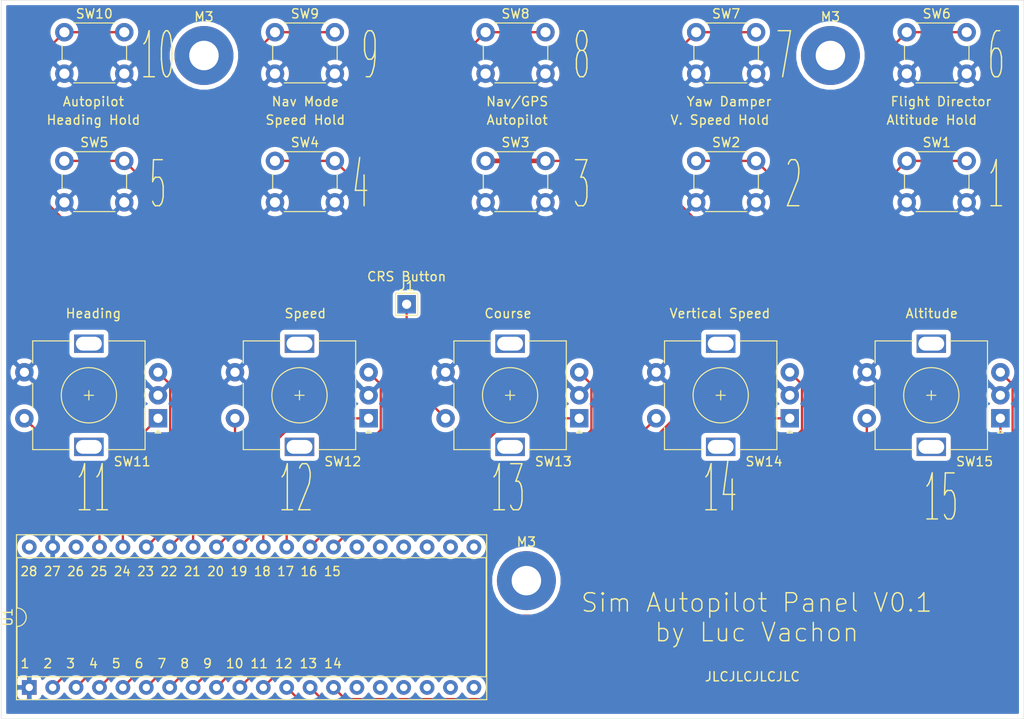
<source format=kicad_pcb>
(kicad_pcb (version 20171130) (host pcbnew "(5.1.6)-1")

  (general
    (thickness 1.6)
    (drawings 39)
    (tracks 141)
    (zones 0)
    (modules 20)
    (nets 29)
  )

  (page A4)
  (layers
    (0 F.Cu signal)
    (31 B.Cu signal)
    (32 B.Adhes user)
    (33 F.Adhes user)
    (34 B.Paste user)
    (35 F.Paste user)
    (36 B.SilkS user)
    (37 F.SilkS user)
    (38 B.Mask user)
    (39 F.Mask user)
    (40 Dwgs.User user)
    (41 Cmts.User user)
    (42 Eco1.User user)
    (43 Eco2.User user)
    (44 Edge.Cuts user)
    (45 Margin user)
    (46 B.CrtYd user)
    (47 F.CrtYd user)
    (48 B.Fab user hide)
    (49 F.Fab user hide)
  )

  (setup
    (last_trace_width 0.25)
    (user_trace_width 0.5)
    (user_trace_width 0.75)
    (user_trace_width 1)
    (trace_clearance 0.2)
    (zone_clearance 0.508)
    (zone_45_only no)
    (trace_min 0.2)
    (via_size 0.8)
    (via_drill 0.4)
    (via_min_size 0.4)
    (via_min_drill 0.3)
    (uvia_size 0.3)
    (uvia_drill 0.1)
    (uvias_allowed no)
    (uvia_min_size 0.2)
    (uvia_min_drill 0.1)
    (edge_width 0.05)
    (segment_width 0.2)
    (pcb_text_width 0.3)
    (pcb_text_size 1.5 1.5)
    (mod_edge_width 0.12)
    (mod_text_size 1 1)
    (mod_text_width 0.15)
    (pad_size 2 2)
    (pad_drill 1)
    (pad_to_mask_clearance 0.05)
    (aux_axis_origin 0 0)
    (visible_elements 7FFFFFFF)
    (pcbplotparams
      (layerselection 0x010f0_ffffffff)
      (usegerberextensions false)
      (usegerberattributes true)
      (usegerberadvancedattributes true)
      (creategerberjobfile true)
      (excludeedgelayer true)
      (linewidth 0.100000)
      (plotframeref false)
      (viasonmask false)
      (mode 1)
      (useauxorigin false)
      (hpglpennumber 1)
      (hpglpenspeed 20)
      (hpglpendiameter 15.000000)
      (psnegative false)
      (psa4output false)
      (plotreference true)
      (plotvalue true)
      (plotinvisibletext false)
      (padsonsilk false)
      (subtractmaskfromsilk false)
      (outputformat 1)
      (mirror false)
      (drillshape 0)
      (scaleselection 1)
      (outputdirectory "gerbers/"))
  )

  (net 0 "")
  (net 1 "Net-(SW1-Pad1)")
  (net 2 "Net-(SW2-Pad1)")
  (net 3 "Net-(SW3-Pad1)")
  (net 4 "Net-(SW4-Pad1)")
  (net 5 "Net-(SW5-Pad1)")
  (net 6 "Net-(SW6-Pad1)")
  (net 7 "Net-(SW7-Pad1)")
  (net 8 "Net-(SW8-Pad1)")
  (net 9 "Net-(SW9-Pad1)")
  (net 10 "Net-(SW10-Pad1)")
  (net 11 "Net-(SW11-PadA)")
  (net 12 GND)
  (net 13 "Net-(SW11-PadB)")
  (net 14 "Net-(SW11-PadS2)")
  (net 15 "Net-(SW12-PadA)")
  (net 16 "Net-(SW12-PadB)")
  (net 17 "Net-(SW12-PadS2)")
  (net 18 "Net-(SW13-PadA)")
  (net 19 "Net-(SW13-PadB)")
  (net 20 "Net-(SW14-PadA)")
  (net 21 "Net-(SW14-PadB)")
  (net 22 "Net-(SW14-PadS2)")
  (net 23 "Net-(SW15-PadA)")
  (net 24 "Net-(SW15-PadB)")
  (net 25 "Net-(SW15-PadS2)")
  (net 26 "Net-(U1-Pad40)")
  (net 27 "Net-(U1-Pad38)")
  (net 28 "Net-(J1-Pad1)")

  (net_class Default "This is the default net class."
    (clearance 0.2)
    (trace_width 0.25)
    (via_dia 0.8)
    (via_drill 0.4)
    (uvia_dia 0.3)
    (uvia_drill 0.1)
    (add_net GND)
    (add_net "Net-(J1-Pad1)")
    (add_net "Net-(SW1-Pad1)")
    (add_net "Net-(SW10-Pad1)")
    (add_net "Net-(SW11-PadA)")
    (add_net "Net-(SW11-PadB)")
    (add_net "Net-(SW11-PadS2)")
    (add_net "Net-(SW12-PadA)")
    (add_net "Net-(SW12-PadB)")
    (add_net "Net-(SW12-PadS2)")
    (add_net "Net-(SW13-PadA)")
    (add_net "Net-(SW13-PadB)")
    (add_net "Net-(SW14-PadA)")
    (add_net "Net-(SW14-PadB)")
    (add_net "Net-(SW14-PadS2)")
    (add_net "Net-(SW15-PadA)")
    (add_net "Net-(SW15-PadB)")
    (add_net "Net-(SW15-PadS2)")
    (add_net "Net-(SW2-Pad1)")
    (add_net "Net-(SW3-Pad1)")
    (add_net "Net-(SW4-Pad1)")
    (add_net "Net-(SW5-Pad1)")
    (add_net "Net-(SW6-Pad1)")
    (add_net "Net-(SW7-Pad1)")
    (add_net "Net-(SW8-Pad1)")
    (add_net "Net-(SW9-Pad1)")
    (add_net "Net-(U1-Pad38)")
    (add_net "Net-(U1-Pad40)")
  )

  (module MountingHole:MountingHole_3.2mm_M3_Pad (layer F.Cu) (tedit 56D1B4CB) (tstamp 5F4B0182)
    (at 120 137)
    (descr "Mounting Hole 3.2mm, M3")
    (tags "mounting hole 3.2mm m3")
    (attr virtual)
    (fp_text reference M3 (at 0 -4.2) (layer F.SilkS)
      (effects (font (size 1 1) (thickness 0.15)))
    )
    (fp_text value MountingHole_3.2mm_M3_Pad (at 0 4.2) (layer F.Fab)
      (effects (font (size 1 1) (thickness 0.15)))
    )
    (fp_circle (center 0 0) (end 3.2 0) (layer Cmts.User) (width 0.15))
    (fp_circle (center 0 0) (end 3.45 0) (layer F.CrtYd) (width 0.05))
    (fp_text user %R (at 0.3 0) (layer F.Fab)
      (effects (font (size 1 1) (thickness 0.15)))
    )
    (pad 1 thru_hole circle (at 0 0) (size 6.4 6.4) (drill 3.2) (layers *.Cu *.Mask))
  )

  (module MountingHole:MountingHole_3.2mm_M3_Pad (layer F.Cu) (tedit 56D1B4CB) (tstamp 5F4B0154)
    (at 85 80)
    (descr "Mounting Hole 3.2mm, M3")
    (tags "mounting hole 3.2mm m3")
    (attr virtual)
    (fp_text reference M3 (at 0 -4.2) (layer F.SilkS)
      (effects (font (size 1 1) (thickness 0.15)))
    )
    (fp_text value MountingHole_3.2mm_M3_Pad (at 0 4.2) (layer F.Fab)
      (effects (font (size 1 1) (thickness 0.15)))
    )
    (fp_circle (center 0 0) (end 3.2 0) (layer Cmts.User) (width 0.15))
    (fp_circle (center 0 0) (end 3.45 0) (layer F.CrtYd) (width 0.05))
    (fp_text user %R (at 0.3 0) (layer F.Fab)
      (effects (font (size 1 1) (thickness 0.15)))
    )
    (pad 1 thru_hole circle (at 0 0) (size 6.4 6.4) (drill 3.2) (layers *.Cu *.Mask))
  )

  (module MountingHole:MountingHole_3.2mm_M3_Pad (layer F.Cu) (tedit 56D1B4CB) (tstamp 5F4B0137)
    (at 153 80)
    (descr "Mounting Hole 3.2mm, M3")
    (tags "mounting hole 3.2mm m3")
    (attr virtual)
    (fp_text reference M3 (at 0 -4.2) (layer F.SilkS)
      (effects (font (size 1 1) (thickness 0.15)))
    )
    (fp_text value MountingHole_3.2mm_M3_Pad (at 0 4.2) (layer F.Fab)
      (effects (font (size 1 1) (thickness 0.15)))
    )
    (fp_circle (center 0 0) (end 3.2 0) (layer Cmts.User) (width 0.15))
    (fp_circle (center 0 0) (end 3.45 0) (layer F.CrtYd) (width 0.05))
    (fp_text user %R (at 0.3 0) (layer F.Fab)
      (effects (font (size 1 1) (thickness 0.15)))
    )
    (pad 1 thru_hole circle (at 0 0) (size 6.4 6.4) (drill 3.2) (layers *.Cu *.Mask))
  )

  (module TestPoint:TestPoint_THTPad_2.0x2.0mm_Drill1.0mm (layer F.Cu) (tedit 5A0F774F) (tstamp 5F4AF3CD)
    (at 107 107)
    (descr "THT rectangular pad as test Point, square 2.0mm_Drill1.0mm  side length, hole diameter 1.0mm")
    (tags "test point THT pad rectangle square")
    (path /5F4E6971)
    (attr virtual)
    (fp_text reference J1 (at 0 -1.998) (layer F.SilkS)
      (effects (font (size 1 1) (thickness 0.15)))
    )
    (fp_text value Conn_01x01 (at 0 2.05) (layer F.Fab)
      (effects (font (size 1 1) (thickness 0.15)))
    )
    (fp_line (start -1.2 -1.2) (end 1.2 -1.2) (layer F.SilkS) (width 0.12))
    (fp_line (start 1.2 -1.2) (end 1.2 1.2) (layer F.SilkS) (width 0.12))
    (fp_line (start 1.2 1.2) (end -1.2 1.2) (layer F.SilkS) (width 0.12))
    (fp_line (start -1.2 1.2) (end -1.2 -1.2) (layer F.SilkS) (width 0.12))
    (fp_line (start -1.5 -1.5) (end 1.5 -1.5) (layer F.CrtYd) (width 0.05))
    (fp_line (start -1.5 -1.5) (end -1.5 1.5) (layer F.CrtYd) (width 0.05))
    (fp_line (start 1.5 1.5) (end 1.5 -1.5) (layer F.CrtYd) (width 0.05))
    (fp_line (start 1.5 1.5) (end -1.5 1.5) (layer F.CrtYd) (width 0.05))
    (fp_text user %R (at 0 -2) (layer F.Fab)
      (effects (font (size 1 1) (thickness 0.15)))
    )
    (pad 1 thru_hole rect (at 0 0) (size 2 2) (drill 1) (layers *.Cu *.Mask)
      (net 28 "Net-(J1-Pad1)"))
  )

  (module Package_DIP:DIP-40_W15.24mm_Socket (layer F.Cu) (tedit 5A02E8C5) (tstamp 5F45FC53)
    (at 66.04 148.59 90)
    (descr "40-lead though-hole mounted DIP package, row spacing 15.24 mm (600 mils), Socket")
    (tags "THT DIP DIL PDIP 2.54mm 15.24mm 600mil Socket")
    (path /5F479B1F)
    (fp_text reference U1 (at 7.62 -2.33 90) (layer F.SilkS)
      (effects (font (size 1 1) (thickness 0.15)))
    )
    (fp_text value Teensy3_2 (at 7.62 50.59 90) (layer F.Fab)
      (effects (font (size 1 1) (thickness 0.15)))
    )
    (fp_line (start 1.255 -1.27) (end 14.985 -1.27) (layer F.Fab) (width 0.1))
    (fp_line (start 14.985 -1.27) (end 14.985 49.53) (layer F.Fab) (width 0.1))
    (fp_line (start 14.985 49.53) (end 0.255 49.53) (layer F.Fab) (width 0.1))
    (fp_line (start 0.255 49.53) (end 0.255 -0.27) (layer F.Fab) (width 0.1))
    (fp_line (start 0.255 -0.27) (end 1.255 -1.27) (layer F.Fab) (width 0.1))
    (fp_line (start -1.27 -1.33) (end -1.27 49.59) (layer F.Fab) (width 0.1))
    (fp_line (start -1.27 49.59) (end 16.51 49.59) (layer F.Fab) (width 0.1))
    (fp_line (start 16.51 49.59) (end 16.51 -1.33) (layer F.Fab) (width 0.1))
    (fp_line (start 16.51 -1.33) (end -1.27 -1.33) (layer F.Fab) (width 0.1))
    (fp_line (start 6.62 -1.33) (end 1.16 -1.33) (layer F.SilkS) (width 0.12))
    (fp_line (start 1.16 -1.33) (end 1.16 49.59) (layer F.SilkS) (width 0.12))
    (fp_line (start 1.16 49.59) (end 14.08 49.59) (layer F.SilkS) (width 0.12))
    (fp_line (start 14.08 49.59) (end 14.08 -1.33) (layer F.SilkS) (width 0.12))
    (fp_line (start 14.08 -1.33) (end 8.62 -1.33) (layer F.SilkS) (width 0.12))
    (fp_line (start -1.33 -1.39) (end -1.33 49.65) (layer F.SilkS) (width 0.12))
    (fp_line (start -1.33 49.65) (end 16.57 49.65) (layer F.SilkS) (width 0.12))
    (fp_line (start 16.57 49.65) (end 16.57 -1.39) (layer F.SilkS) (width 0.12))
    (fp_line (start 16.57 -1.39) (end -1.33 -1.39) (layer F.SilkS) (width 0.12))
    (fp_line (start -1.55 -1.6) (end -1.55 49.85) (layer F.CrtYd) (width 0.05))
    (fp_line (start -1.55 49.85) (end 16.8 49.85) (layer F.CrtYd) (width 0.05))
    (fp_line (start 16.8 49.85) (end 16.8 -1.6) (layer F.CrtYd) (width 0.05))
    (fp_line (start 16.8 -1.6) (end -1.55 -1.6) (layer F.CrtYd) (width 0.05))
    (fp_text user %R (at 7.62 24.13 90) (layer F.Fab)
      (effects (font (size 1 1) (thickness 0.15)))
    )
    (fp_arc (start 7.62 -1.33) (end 6.62 -1.33) (angle -180) (layer F.SilkS) (width 0.12))
    (pad 40 thru_hole oval (at 15.24 0 90) (size 1.6 1.6) (drill 0.8) (layers *.Cu *.Mask)
      (net 26 "Net-(U1-Pad40)"))
    (pad 20 thru_hole oval (at 0 48.26 90) (size 1.6 1.6) (drill 0.8) (layers *.Cu *.Mask))
    (pad 39 thru_hole oval (at 15.24 2.54 90) (size 1.6 1.6) (drill 0.8) (layers *.Cu *.Mask)
      (net 12 GND))
    (pad 19 thru_hole oval (at 0 45.72 90) (size 1.6 1.6) (drill 0.8) (layers *.Cu *.Mask))
    (pad 38 thru_hole oval (at 15.24 5.08 90) (size 1.6 1.6) (drill 0.8) (layers *.Cu *.Mask)
      (net 27 "Net-(U1-Pad38)"))
    (pad 18 thru_hole oval (at 0 43.18 90) (size 1.6 1.6) (drill 0.8) (layers *.Cu *.Mask))
    (pad 37 thru_hole oval (at 15.24 7.62 90) (size 1.6 1.6) (drill 0.8) (layers *.Cu *.Mask)
      (net 14 "Net-(SW11-PadS2)"))
    (pad 17 thru_hole oval (at 0 40.64 90) (size 1.6 1.6) (drill 0.8) (layers *.Cu *.Mask))
    (pad 36 thru_hole oval (at 15.24 10.16 90) (size 1.6 1.6) (drill 0.8) (layers *.Cu *.Mask)
      (net 11 "Net-(SW11-PadA)"))
    (pad 16 thru_hole oval (at 0 38.1 90) (size 1.6 1.6) (drill 0.8) (layers *.Cu *.Mask))
    (pad 35 thru_hole oval (at 15.24 12.7 90) (size 1.6 1.6) (drill 0.8) (layers *.Cu *.Mask)
      (net 13 "Net-(SW11-PadB)"))
    (pad 15 thru_hole oval (at 0 35.56 90) (size 1.6 1.6) (drill 0.8) (layers *.Cu *.Mask))
    (pad 34 thru_hole oval (at 15.24 15.24 90) (size 1.6 1.6) (drill 0.8) (layers *.Cu *.Mask)
      (net 17 "Net-(SW12-PadS2)"))
    (pad 14 thru_hole oval (at 0 33.02 90) (size 1.6 1.6) (drill 0.8) (layers *.Cu *.Mask)
      (net 25 "Net-(SW15-PadS2)"))
    (pad 33 thru_hole oval (at 15.24 17.78 90) (size 1.6 1.6) (drill 0.8) (layers *.Cu *.Mask)
      (net 15 "Net-(SW12-PadA)"))
    (pad 13 thru_hole oval (at 0 30.48 90) (size 1.6 1.6) (drill 0.8) (layers *.Cu *.Mask)
      (net 23 "Net-(SW15-PadA)"))
    (pad 32 thru_hole oval (at 15.24 20.32 90) (size 1.6 1.6) (drill 0.8) (layers *.Cu *.Mask)
      (net 16 "Net-(SW12-PadB)"))
    (pad 12 thru_hole oval (at 0 27.94 90) (size 1.6 1.6) (drill 0.8) (layers *.Cu *.Mask)
      (net 24 "Net-(SW15-PadB)"))
    (pad 31 thru_hole oval (at 15.24 22.86 90) (size 1.6 1.6) (drill 0.8) (layers *.Cu *.Mask)
      (net 18 "Net-(SW13-PadA)"))
    (pad 11 thru_hole oval (at 0 25.4 90) (size 1.6 1.6) (drill 0.8) (layers *.Cu *.Mask)
      (net 1 "Net-(SW1-Pad1)"))
    (pad 30 thru_hole oval (at 15.24 25.4 90) (size 1.6 1.6) (drill 0.8) (layers *.Cu *.Mask)
      (net 19 "Net-(SW13-PadB)"))
    (pad 10 thru_hole oval (at 0 22.86 90) (size 1.6 1.6) (drill 0.8) (layers *.Cu *.Mask)
      (net 2 "Net-(SW2-Pad1)"))
    (pad 29 thru_hole oval (at 15.24 27.94 90) (size 1.6 1.6) (drill 0.8) (layers *.Cu *.Mask)
      (net 22 "Net-(SW14-PadS2)"))
    (pad 9 thru_hole oval (at 0 20.32 90) (size 1.6 1.6) (drill 0.8) (layers *.Cu *.Mask)
      (net 3 "Net-(SW3-Pad1)"))
    (pad 28 thru_hole oval (at 15.24 30.48 90) (size 1.6 1.6) (drill 0.8) (layers *.Cu *.Mask)
      (net 20 "Net-(SW14-PadA)"))
    (pad 8 thru_hole oval (at 0 17.78 90) (size 1.6 1.6) (drill 0.8) (layers *.Cu *.Mask)
      (net 4 "Net-(SW4-Pad1)"))
    (pad 27 thru_hole oval (at 15.24 33.02 90) (size 1.6 1.6) (drill 0.8) (layers *.Cu *.Mask)
      (net 21 "Net-(SW14-PadB)"))
    (pad 7 thru_hole oval (at 0 15.24 90) (size 1.6 1.6) (drill 0.8) (layers *.Cu *.Mask)
      (net 5 "Net-(SW5-Pad1)"))
    (pad 26 thru_hole oval (at 15.24 35.56 90) (size 1.6 1.6) (drill 0.8) (layers *.Cu *.Mask))
    (pad 6 thru_hole oval (at 0 12.7 90) (size 1.6 1.6) (drill 0.8) (layers *.Cu *.Mask)
      (net 6 "Net-(SW6-Pad1)"))
    (pad 25 thru_hole oval (at 15.24 38.1 90) (size 1.6 1.6) (drill 0.8) (layers *.Cu *.Mask))
    (pad 5 thru_hole oval (at 0 10.16 90) (size 1.6 1.6) (drill 0.8) (layers *.Cu *.Mask)
      (net 7 "Net-(SW7-Pad1)"))
    (pad 24 thru_hole oval (at 15.24 40.64 90) (size 1.6 1.6) (drill 0.8) (layers *.Cu *.Mask))
    (pad 4 thru_hole oval (at 0 7.62 90) (size 1.6 1.6) (drill 0.8) (layers *.Cu *.Mask)
      (net 8 "Net-(SW8-Pad1)"))
    (pad 23 thru_hole oval (at 15.24 43.18 90) (size 1.6 1.6) (drill 0.8) (layers *.Cu *.Mask))
    (pad 3 thru_hole oval (at 0 5.08 90) (size 1.6 1.6) (drill 0.8) (layers *.Cu *.Mask)
      (net 9 "Net-(SW9-Pad1)"))
    (pad 22 thru_hole oval (at 15.24 45.72 90) (size 1.6 1.6) (drill 0.8) (layers *.Cu *.Mask))
    (pad 2 thru_hole oval (at 0 2.54 90) (size 1.6 1.6) (drill 0.8) (layers *.Cu *.Mask)
      (net 10 "Net-(SW10-Pad1)"))
    (pad 21 thru_hole oval (at 15.24 48.26 90) (size 1.6 1.6) (drill 0.8) (layers *.Cu *.Mask))
    (pad 1 thru_hole rect (at 0 0 90) (size 1.6 1.6) (drill 0.8) (layers *.Cu *.Mask)
      (net 12 GND))
    (model ${KISYS3DMOD}/Package_DIP.3dshapes/DIP-40_W15.24mm_Socket.wrl
      (at (xyz 0 0 0))
      (scale (xyz 1 1 1))
      (rotate (xyz 0 0 0))
    )
  )

  (module Button_Switch_THT:SW_PUSH_6mm (layer F.Cu) (tedit 5A02FE31) (tstamp 5F467D81)
    (at 138.43 77.47)
    (descr https://www.omron.com/ecb/products/pdf/en-b3f.pdf)
    (tags "tact sw push 6mm")
    (path /5F538273)
    (fp_text reference SW7 (at 3.25 -2) (layer F.SilkS)
      (effects (font (size 1 1) (thickness 0.15)))
    )
    (fp_text value My2pin_SW_MEC_5G (at 3.75 6.7) (layer F.Fab)
      (effects (font (size 1 1) (thickness 0.15)))
    )
    (fp_circle (center 3.25 2.25) (end 1.25 2.5) (layer F.Fab) (width 0.1))
    (fp_line (start 6.75 3) (end 6.75 1.5) (layer F.SilkS) (width 0.12))
    (fp_line (start 5.5 -1) (end 1 -1) (layer F.SilkS) (width 0.12))
    (fp_line (start -0.25 1.5) (end -0.25 3) (layer F.SilkS) (width 0.12))
    (fp_line (start 1 5.5) (end 5.5 5.5) (layer F.SilkS) (width 0.12))
    (fp_line (start 8 -1.25) (end 8 5.75) (layer F.CrtYd) (width 0.05))
    (fp_line (start 7.75 6) (end -1.25 6) (layer F.CrtYd) (width 0.05))
    (fp_line (start -1.5 5.75) (end -1.5 -1.25) (layer F.CrtYd) (width 0.05))
    (fp_line (start -1.25 -1.5) (end 7.75 -1.5) (layer F.CrtYd) (width 0.05))
    (fp_line (start -1.5 6) (end -1.25 6) (layer F.CrtYd) (width 0.05))
    (fp_line (start -1.5 5.75) (end -1.5 6) (layer F.CrtYd) (width 0.05))
    (fp_line (start -1.5 -1.5) (end -1.25 -1.5) (layer F.CrtYd) (width 0.05))
    (fp_line (start -1.5 -1.25) (end -1.5 -1.5) (layer F.CrtYd) (width 0.05))
    (fp_line (start 8 -1.5) (end 8 -1.25) (layer F.CrtYd) (width 0.05))
    (fp_line (start 7.75 -1.5) (end 8 -1.5) (layer F.CrtYd) (width 0.05))
    (fp_line (start 8 6) (end 8 5.75) (layer F.CrtYd) (width 0.05))
    (fp_line (start 7.75 6) (end 8 6) (layer F.CrtYd) (width 0.05))
    (fp_line (start 0.25 -0.75) (end 3.25 -0.75) (layer F.Fab) (width 0.1))
    (fp_line (start 0.25 5.25) (end 0.25 -0.75) (layer F.Fab) (width 0.1))
    (fp_line (start 6.25 5.25) (end 0.25 5.25) (layer F.Fab) (width 0.1))
    (fp_line (start 6.25 -0.75) (end 6.25 5.25) (layer F.Fab) (width 0.1))
    (fp_line (start 3.25 -0.75) (end 6.25 -0.75) (layer F.Fab) (width 0.1))
    (fp_text user %R (at 3.25 2.25) (layer F.Fab)
      (effects (font (size 1 1) (thickness 0.15)))
    )
    (pad 1 thru_hole circle (at 6.5 0 90) (size 2 2) (drill 1.1) (layers *.Cu *.Mask)
      (net 7 "Net-(SW7-Pad1)"))
    (pad 2 thru_hole circle (at 6.5 4.5 90) (size 2 2) (drill 1.1) (layers *.Cu *.Mask)
      (net 12 GND))
    (pad 1 thru_hole circle (at 0 0 90) (size 2 2) (drill 1.1) (layers *.Cu *.Mask)
      (net 7 "Net-(SW7-Pad1)"))
    (pad 2 thru_hole circle (at 0 4.5 90) (size 2 2) (drill 1.1) (layers *.Cu *.Mask)
      (net 12 GND))
    (model ${KISYS3DMOD}/Button_Switch_THT.3dshapes/SW_PUSH_6mm.wrl
      (at (xyz 0 0 0))
      (scale (xyz 1 1 1))
      (rotate (xyz 0 0 0))
    )
  )

  (module Button_Switch_THT:SW_PUSH_6mm (layer F.Cu) (tedit 5A02FE31) (tstamp 5F467CC7)
    (at 161.29 91.44)
    (descr https://www.omron.com/ecb/products/pdf/en-b3f.pdf)
    (tags "tact sw push 6mm")
    (path /5F5334DC)
    (fp_text reference SW1 (at 3.25 -2) (layer F.SilkS)
      (effects (font (size 1 1) (thickness 0.15)))
    )
    (fp_text value My2pin_SW_MEC_5G (at 3.75 6.7) (layer F.Fab)
      (effects (font (size 1 1) (thickness 0.15)))
    )
    (fp_circle (center 3.25 2.25) (end 1.25 2.5) (layer F.Fab) (width 0.1))
    (fp_line (start 6.75 3) (end 6.75 1.5) (layer F.SilkS) (width 0.12))
    (fp_line (start 5.5 -1) (end 1 -1) (layer F.SilkS) (width 0.12))
    (fp_line (start -0.25 1.5) (end -0.25 3) (layer F.SilkS) (width 0.12))
    (fp_line (start 1 5.5) (end 5.5 5.5) (layer F.SilkS) (width 0.12))
    (fp_line (start 8 -1.25) (end 8 5.75) (layer F.CrtYd) (width 0.05))
    (fp_line (start 7.75 6) (end -1.25 6) (layer F.CrtYd) (width 0.05))
    (fp_line (start -1.5 5.75) (end -1.5 -1.25) (layer F.CrtYd) (width 0.05))
    (fp_line (start -1.25 -1.5) (end 7.75 -1.5) (layer F.CrtYd) (width 0.05))
    (fp_line (start -1.5 6) (end -1.25 6) (layer F.CrtYd) (width 0.05))
    (fp_line (start -1.5 5.75) (end -1.5 6) (layer F.CrtYd) (width 0.05))
    (fp_line (start -1.5 -1.5) (end -1.25 -1.5) (layer F.CrtYd) (width 0.05))
    (fp_line (start -1.5 -1.25) (end -1.5 -1.5) (layer F.CrtYd) (width 0.05))
    (fp_line (start 8 -1.5) (end 8 -1.25) (layer F.CrtYd) (width 0.05))
    (fp_line (start 7.75 -1.5) (end 8 -1.5) (layer F.CrtYd) (width 0.05))
    (fp_line (start 8 6) (end 8 5.75) (layer F.CrtYd) (width 0.05))
    (fp_line (start 7.75 6) (end 8 6) (layer F.CrtYd) (width 0.05))
    (fp_line (start 0.25 -0.75) (end 3.25 -0.75) (layer F.Fab) (width 0.1))
    (fp_line (start 0.25 5.25) (end 0.25 -0.75) (layer F.Fab) (width 0.1))
    (fp_line (start 6.25 5.25) (end 0.25 5.25) (layer F.Fab) (width 0.1))
    (fp_line (start 6.25 -0.75) (end 6.25 5.25) (layer F.Fab) (width 0.1))
    (fp_line (start 3.25 -0.75) (end 6.25 -0.75) (layer F.Fab) (width 0.1))
    (fp_text user %R (at 3.25 2.25) (layer F.Fab)
      (effects (font (size 1 1) (thickness 0.15)))
    )
    (pad 1 thru_hole circle (at 6.5 0 90) (size 2 2) (drill 1.1) (layers *.Cu *.Mask)
      (net 1 "Net-(SW1-Pad1)"))
    (pad 2 thru_hole circle (at 6.5 4.5 90) (size 2 2) (drill 1.1) (layers *.Cu *.Mask)
      (net 12 GND))
    (pad 1 thru_hole circle (at 0 0 90) (size 2 2) (drill 1.1) (layers *.Cu *.Mask)
      (net 1 "Net-(SW1-Pad1)"))
    (pad 2 thru_hole circle (at 0 4.5 90) (size 2 2) (drill 1.1) (layers *.Cu *.Mask)
      (net 12 GND))
    (model ${KISYS3DMOD}/Button_Switch_THT.3dshapes/SW_PUSH_6mm.wrl
      (at (xyz 0 0 0))
      (scale (xyz 1 1 1))
      (rotate (xyz 0 0 0))
    )
  )

  (module Button_Switch_THT:SW_PUSH_6mm (layer F.Cu) (tedit 5A02FE31) (tstamp 5F467D05)
    (at 115.57 91.44)
    (descr https://www.omron.com/ecb/products/pdf/en-b3f.pdf)
    (tags "tact sw push 6mm")
    (path /5F5359C1)
    (fp_text reference SW3 (at 3.25 -2) (layer F.SilkS)
      (effects (font (size 1 1) (thickness 0.15)))
    )
    (fp_text value My2pin_SW_MEC_5G (at 3.75 6.7) (layer F.Fab)
      (effects (font (size 1 1) (thickness 0.15)))
    )
    (fp_line (start 3.25 -0.75) (end 6.25 -0.75) (layer F.Fab) (width 0.1))
    (fp_line (start 6.25 -0.75) (end 6.25 5.25) (layer F.Fab) (width 0.1))
    (fp_line (start 6.25 5.25) (end 0.25 5.25) (layer F.Fab) (width 0.1))
    (fp_line (start 0.25 5.25) (end 0.25 -0.75) (layer F.Fab) (width 0.1))
    (fp_line (start 0.25 -0.75) (end 3.25 -0.75) (layer F.Fab) (width 0.1))
    (fp_line (start 7.75 6) (end 8 6) (layer F.CrtYd) (width 0.05))
    (fp_line (start 8 6) (end 8 5.75) (layer F.CrtYd) (width 0.05))
    (fp_line (start 7.75 -1.5) (end 8 -1.5) (layer F.CrtYd) (width 0.05))
    (fp_line (start 8 -1.5) (end 8 -1.25) (layer F.CrtYd) (width 0.05))
    (fp_line (start -1.5 -1.25) (end -1.5 -1.5) (layer F.CrtYd) (width 0.05))
    (fp_line (start -1.5 -1.5) (end -1.25 -1.5) (layer F.CrtYd) (width 0.05))
    (fp_line (start -1.5 5.75) (end -1.5 6) (layer F.CrtYd) (width 0.05))
    (fp_line (start -1.5 6) (end -1.25 6) (layer F.CrtYd) (width 0.05))
    (fp_line (start -1.25 -1.5) (end 7.75 -1.5) (layer F.CrtYd) (width 0.05))
    (fp_line (start -1.5 5.75) (end -1.5 -1.25) (layer F.CrtYd) (width 0.05))
    (fp_line (start 7.75 6) (end -1.25 6) (layer F.CrtYd) (width 0.05))
    (fp_line (start 8 -1.25) (end 8 5.75) (layer F.CrtYd) (width 0.05))
    (fp_line (start 1 5.5) (end 5.5 5.5) (layer F.SilkS) (width 0.12))
    (fp_line (start -0.25 1.5) (end -0.25 3) (layer F.SilkS) (width 0.12))
    (fp_line (start 5.5 -1) (end 1 -1) (layer F.SilkS) (width 0.12))
    (fp_line (start 6.75 3) (end 6.75 1.5) (layer F.SilkS) (width 0.12))
    (fp_circle (center 3.25 2.25) (end 1.25 2.5) (layer F.Fab) (width 0.1))
    (fp_text user %R (at 3.25 2.25) (layer F.Fab)
      (effects (font (size 1 1) (thickness 0.15)))
    )
    (pad 2 thru_hole circle (at 0 4.5 90) (size 2 2) (drill 1.1) (layers *.Cu *.Mask)
      (net 12 GND))
    (pad 1 thru_hole circle (at 0 0 90) (size 2 2) (drill 1.1) (layers *.Cu *.Mask)
      (net 3 "Net-(SW3-Pad1)"))
    (pad 2 thru_hole circle (at 6.5 4.5 90) (size 2 2) (drill 1.1) (layers *.Cu *.Mask)
      (net 12 GND))
    (pad 1 thru_hole circle (at 6.5 0 90) (size 2 2) (drill 1.1) (layers *.Cu *.Mask)
      (net 3 "Net-(SW3-Pad1)"))
    (model ${KISYS3DMOD}/Button_Switch_THT.3dshapes/SW_PUSH_6mm.wrl
      (at (xyz 0 0 0))
      (scale (xyz 1 1 1))
      (rotate (xyz 0 0 0))
    )
  )

  (module Button_Switch_THT:SW_PUSH_6mm (layer F.Cu) (tedit 5A02FE31) (tstamp 5F467D43)
    (at 69.85 91.44)
    (descr https://www.omron.com/ecb/products/pdf/en-b3f.pdf)
    (tags "tact sw push 6mm")
    (path /5F53B4D1)
    (fp_text reference SW5 (at 3.25 -2) (layer F.SilkS)
      (effects (font (size 1 1) (thickness 0.15)))
    )
    (fp_text value My2pin_SW_MEC_5G (at 3.75 6.7) (layer F.Fab)
      (effects (font (size 1 1) (thickness 0.15)))
    )
    (fp_circle (center 3.25 2.25) (end 1.25 2.5) (layer F.Fab) (width 0.1))
    (fp_line (start 6.75 3) (end 6.75 1.5) (layer F.SilkS) (width 0.12))
    (fp_line (start 5.5 -1) (end 1 -1) (layer F.SilkS) (width 0.12))
    (fp_line (start -0.25 1.5) (end -0.25 3) (layer F.SilkS) (width 0.12))
    (fp_line (start 1 5.5) (end 5.5 5.5) (layer F.SilkS) (width 0.12))
    (fp_line (start 8 -1.25) (end 8 5.75) (layer F.CrtYd) (width 0.05))
    (fp_line (start 7.75 6) (end -1.25 6) (layer F.CrtYd) (width 0.05))
    (fp_line (start -1.5 5.75) (end -1.5 -1.25) (layer F.CrtYd) (width 0.05))
    (fp_line (start -1.25 -1.5) (end 7.75 -1.5) (layer F.CrtYd) (width 0.05))
    (fp_line (start -1.5 6) (end -1.25 6) (layer F.CrtYd) (width 0.05))
    (fp_line (start -1.5 5.75) (end -1.5 6) (layer F.CrtYd) (width 0.05))
    (fp_line (start -1.5 -1.5) (end -1.25 -1.5) (layer F.CrtYd) (width 0.05))
    (fp_line (start -1.5 -1.25) (end -1.5 -1.5) (layer F.CrtYd) (width 0.05))
    (fp_line (start 8 -1.5) (end 8 -1.25) (layer F.CrtYd) (width 0.05))
    (fp_line (start 7.75 -1.5) (end 8 -1.5) (layer F.CrtYd) (width 0.05))
    (fp_line (start 8 6) (end 8 5.75) (layer F.CrtYd) (width 0.05))
    (fp_line (start 7.75 6) (end 8 6) (layer F.CrtYd) (width 0.05))
    (fp_line (start 0.25 -0.75) (end 3.25 -0.75) (layer F.Fab) (width 0.1))
    (fp_line (start 0.25 5.25) (end 0.25 -0.75) (layer F.Fab) (width 0.1))
    (fp_line (start 6.25 5.25) (end 0.25 5.25) (layer F.Fab) (width 0.1))
    (fp_line (start 6.25 -0.75) (end 6.25 5.25) (layer F.Fab) (width 0.1))
    (fp_line (start 3.25 -0.75) (end 6.25 -0.75) (layer F.Fab) (width 0.1))
    (fp_text user %R (at 3.25 2.25) (layer F.Fab)
      (effects (font (size 1 1) (thickness 0.15)))
    )
    (pad 1 thru_hole circle (at 6.5 0 90) (size 2 2) (drill 1.1) (layers *.Cu *.Mask)
      (net 5 "Net-(SW5-Pad1)"))
    (pad 2 thru_hole circle (at 6.5 4.5 90) (size 2 2) (drill 1.1) (layers *.Cu *.Mask)
      (net 12 GND))
    (pad 1 thru_hole circle (at 0 0 90) (size 2 2) (drill 1.1) (layers *.Cu *.Mask)
      (net 5 "Net-(SW5-Pad1)"))
    (pad 2 thru_hole circle (at 0 4.5 90) (size 2 2) (drill 1.1) (layers *.Cu *.Mask)
      (net 12 GND))
    (model ${KISYS3DMOD}/Button_Switch_THT.3dshapes/SW_PUSH_6mm.wrl
      (at (xyz 0 0 0))
      (scale (xyz 1 1 1))
      (rotate (xyz 0 0 0))
    )
  )

  (module Button_Switch_THT:SW_PUSH_6mm (layer F.Cu) (tedit 5A02FE31) (tstamp 5F467CE6)
    (at 138.43 91.44)
    (descr https://www.omron.com/ecb/products/pdf/en-b3f.pdf)
    (tags "tact sw push 6mm")
    (path /5F533AA3)
    (fp_text reference SW2 (at 3.25 -2) (layer F.SilkS)
      (effects (font (size 1 1) (thickness 0.15)))
    )
    (fp_text value My2pin_SW_MEC_5G (at 3.75 6.7) (layer F.Fab)
      (effects (font (size 1 1) (thickness 0.15)))
    )
    (fp_circle (center 3.25 2.25) (end 1.25 2.5) (layer F.Fab) (width 0.1))
    (fp_line (start 6.75 3) (end 6.75 1.5) (layer F.SilkS) (width 0.12))
    (fp_line (start 5.5 -1) (end 1 -1) (layer F.SilkS) (width 0.12))
    (fp_line (start -0.25 1.5) (end -0.25 3) (layer F.SilkS) (width 0.12))
    (fp_line (start 1 5.5) (end 5.5 5.5) (layer F.SilkS) (width 0.12))
    (fp_line (start 8 -1.25) (end 8 5.75) (layer F.CrtYd) (width 0.05))
    (fp_line (start 7.75 6) (end -1.25 6) (layer F.CrtYd) (width 0.05))
    (fp_line (start -1.5 5.75) (end -1.5 -1.25) (layer F.CrtYd) (width 0.05))
    (fp_line (start -1.25 -1.5) (end 7.75 -1.5) (layer F.CrtYd) (width 0.05))
    (fp_line (start -1.5 6) (end -1.25 6) (layer F.CrtYd) (width 0.05))
    (fp_line (start -1.5 5.75) (end -1.5 6) (layer F.CrtYd) (width 0.05))
    (fp_line (start -1.5 -1.5) (end -1.25 -1.5) (layer F.CrtYd) (width 0.05))
    (fp_line (start -1.5 -1.25) (end -1.5 -1.5) (layer F.CrtYd) (width 0.05))
    (fp_line (start 8 -1.5) (end 8 -1.25) (layer F.CrtYd) (width 0.05))
    (fp_line (start 7.75 -1.5) (end 8 -1.5) (layer F.CrtYd) (width 0.05))
    (fp_line (start 8 6) (end 8 5.75) (layer F.CrtYd) (width 0.05))
    (fp_line (start 7.75 6) (end 8 6) (layer F.CrtYd) (width 0.05))
    (fp_line (start 0.25 -0.75) (end 3.25 -0.75) (layer F.Fab) (width 0.1))
    (fp_line (start 0.25 5.25) (end 0.25 -0.75) (layer F.Fab) (width 0.1))
    (fp_line (start 6.25 5.25) (end 0.25 5.25) (layer F.Fab) (width 0.1))
    (fp_line (start 6.25 -0.75) (end 6.25 5.25) (layer F.Fab) (width 0.1))
    (fp_line (start 3.25 -0.75) (end 6.25 -0.75) (layer F.Fab) (width 0.1))
    (fp_text user %R (at 3.25 2.25) (layer F.Fab)
      (effects (font (size 1 1) (thickness 0.15)))
    )
    (pad 1 thru_hole circle (at 6.5 0 90) (size 2 2) (drill 1.1) (layers *.Cu *.Mask)
      (net 2 "Net-(SW2-Pad1)"))
    (pad 2 thru_hole circle (at 6.5 4.5 90) (size 2 2) (drill 1.1) (layers *.Cu *.Mask)
      (net 12 GND))
    (pad 1 thru_hole circle (at 0 0 90) (size 2 2) (drill 1.1) (layers *.Cu *.Mask)
      (net 2 "Net-(SW2-Pad1)"))
    (pad 2 thru_hole circle (at 0 4.5 90) (size 2 2) (drill 1.1) (layers *.Cu *.Mask)
      (net 12 GND))
    (model ${KISYS3DMOD}/Button_Switch_THT.3dshapes/SW_PUSH_6mm.wrl
      (at (xyz 0 0 0))
      (scale (xyz 1 1 1))
      (rotate (xyz 0 0 0))
    )
  )

  (module Button_Switch_THT:SW_PUSH_6mm (layer F.Cu) (tedit 5A02FE31) (tstamp 5F467DDE)
    (at 69.85 77.47)
    (descr https://www.omron.com/ecb/products/pdf/en-b3f.pdf)
    (tags "tact sw push 6mm")
    (path /5F53D195)
    (fp_text reference SW10 (at 3.25 -2) (layer F.SilkS)
      (effects (font (size 1 1) (thickness 0.15)))
    )
    (fp_text value My2pin_SW_MEC_5G (at 3.75 6.7) (layer F.Fab)
      (effects (font (size 1 1) (thickness 0.15)))
    )
    (fp_circle (center 3.25 2.25) (end 1.25 2.5) (layer F.Fab) (width 0.1))
    (fp_line (start 6.75 3) (end 6.75 1.5) (layer F.SilkS) (width 0.12))
    (fp_line (start 5.5 -1) (end 1 -1) (layer F.SilkS) (width 0.12))
    (fp_line (start -0.25 1.5) (end -0.25 3) (layer F.SilkS) (width 0.12))
    (fp_line (start 1 5.5) (end 5.5 5.5) (layer F.SilkS) (width 0.12))
    (fp_line (start 8 -1.25) (end 8 5.75) (layer F.CrtYd) (width 0.05))
    (fp_line (start 7.75 6) (end -1.25 6) (layer F.CrtYd) (width 0.05))
    (fp_line (start -1.5 5.75) (end -1.5 -1.25) (layer F.CrtYd) (width 0.05))
    (fp_line (start -1.25 -1.5) (end 7.75 -1.5) (layer F.CrtYd) (width 0.05))
    (fp_line (start -1.5 6) (end -1.25 6) (layer F.CrtYd) (width 0.05))
    (fp_line (start -1.5 5.75) (end -1.5 6) (layer F.CrtYd) (width 0.05))
    (fp_line (start -1.5 -1.5) (end -1.25 -1.5) (layer F.CrtYd) (width 0.05))
    (fp_line (start -1.5 -1.25) (end -1.5 -1.5) (layer F.CrtYd) (width 0.05))
    (fp_line (start 8 -1.5) (end 8 -1.25) (layer F.CrtYd) (width 0.05))
    (fp_line (start 7.75 -1.5) (end 8 -1.5) (layer F.CrtYd) (width 0.05))
    (fp_line (start 8 6) (end 8 5.75) (layer F.CrtYd) (width 0.05))
    (fp_line (start 7.75 6) (end 8 6) (layer F.CrtYd) (width 0.05))
    (fp_line (start 0.25 -0.75) (end 3.25 -0.75) (layer F.Fab) (width 0.1))
    (fp_line (start 0.25 5.25) (end 0.25 -0.75) (layer F.Fab) (width 0.1))
    (fp_line (start 6.25 5.25) (end 0.25 5.25) (layer F.Fab) (width 0.1))
    (fp_line (start 6.25 -0.75) (end 6.25 5.25) (layer F.Fab) (width 0.1))
    (fp_line (start 3.25 -0.75) (end 6.25 -0.75) (layer F.Fab) (width 0.1))
    (fp_text user %R (at 3.25 2.25) (layer F.Fab)
      (effects (font (size 1 1) (thickness 0.15)))
    )
    (pad 1 thru_hole circle (at 6.5 0 90) (size 2 2) (drill 1.1) (layers *.Cu *.Mask)
      (net 10 "Net-(SW10-Pad1)"))
    (pad 2 thru_hole circle (at 6.5 4.5 90) (size 2 2) (drill 1.1) (layers *.Cu *.Mask)
      (net 12 GND))
    (pad 1 thru_hole circle (at 0 0 90) (size 2 2) (drill 1.1) (layers *.Cu *.Mask)
      (net 10 "Net-(SW10-Pad1)"))
    (pad 2 thru_hole circle (at 0 4.5 90) (size 2 2) (drill 1.1) (layers *.Cu *.Mask)
      (net 12 GND))
    (model ${KISYS3DMOD}/Button_Switch_THT.3dshapes/SW_PUSH_6mm.wrl
      (at (xyz 0 0 0))
      (scale (xyz 1 1 1))
      (rotate (xyz 0 0 0))
    )
  )

  (module Button_Switch_THT:SW_PUSH_6mm (layer F.Cu) (tedit 5A02FE31) (tstamp 5F467DBF)
    (at 92.71 77.47)
    (descr https://www.omron.com/ecb/products/pdf/en-b3f.pdf)
    (tags "tact sw push 6mm")
    (path /5F538287)
    (fp_text reference SW9 (at 3.25 -2) (layer F.SilkS)
      (effects (font (size 1 1) (thickness 0.15)))
    )
    (fp_text value My2pin_SW_MEC_5G (at 3.75 6.7) (layer F.Fab)
      (effects (font (size 1 1) (thickness 0.15)))
    )
    (fp_circle (center 3.25 2.25) (end 1.25 2.5) (layer F.Fab) (width 0.1))
    (fp_line (start 6.75 3) (end 6.75 1.5) (layer F.SilkS) (width 0.12))
    (fp_line (start 5.5 -1) (end 1 -1) (layer F.SilkS) (width 0.12))
    (fp_line (start -0.25 1.5) (end -0.25 3) (layer F.SilkS) (width 0.12))
    (fp_line (start 1 5.5) (end 5.5 5.5) (layer F.SilkS) (width 0.12))
    (fp_line (start 8 -1.25) (end 8 5.75) (layer F.CrtYd) (width 0.05))
    (fp_line (start 7.75 6) (end -1.25 6) (layer F.CrtYd) (width 0.05))
    (fp_line (start -1.5 5.75) (end -1.5 -1.25) (layer F.CrtYd) (width 0.05))
    (fp_line (start -1.25 -1.5) (end 7.75 -1.5) (layer F.CrtYd) (width 0.05))
    (fp_line (start -1.5 6) (end -1.25 6) (layer F.CrtYd) (width 0.05))
    (fp_line (start -1.5 5.75) (end -1.5 6) (layer F.CrtYd) (width 0.05))
    (fp_line (start -1.5 -1.5) (end -1.25 -1.5) (layer F.CrtYd) (width 0.05))
    (fp_line (start -1.5 -1.25) (end -1.5 -1.5) (layer F.CrtYd) (width 0.05))
    (fp_line (start 8 -1.5) (end 8 -1.25) (layer F.CrtYd) (width 0.05))
    (fp_line (start 7.75 -1.5) (end 8 -1.5) (layer F.CrtYd) (width 0.05))
    (fp_line (start 8 6) (end 8 5.75) (layer F.CrtYd) (width 0.05))
    (fp_line (start 7.75 6) (end 8 6) (layer F.CrtYd) (width 0.05))
    (fp_line (start 0.25 -0.75) (end 3.25 -0.75) (layer F.Fab) (width 0.1))
    (fp_line (start 0.25 5.25) (end 0.25 -0.75) (layer F.Fab) (width 0.1))
    (fp_line (start 6.25 5.25) (end 0.25 5.25) (layer F.Fab) (width 0.1))
    (fp_line (start 6.25 -0.75) (end 6.25 5.25) (layer F.Fab) (width 0.1))
    (fp_line (start 3.25 -0.75) (end 6.25 -0.75) (layer F.Fab) (width 0.1))
    (fp_text user %R (at 3.25 2.25) (layer F.Fab)
      (effects (font (size 1 1) (thickness 0.15)))
    )
    (pad 1 thru_hole circle (at 6.5 0 90) (size 2 2) (drill 1.1) (layers *.Cu *.Mask)
      (net 9 "Net-(SW9-Pad1)"))
    (pad 2 thru_hole circle (at 6.5 4.5 90) (size 2 2) (drill 1.1) (layers *.Cu *.Mask)
      (net 12 GND))
    (pad 1 thru_hole circle (at 0 0 90) (size 2 2) (drill 1.1) (layers *.Cu *.Mask)
      (net 9 "Net-(SW9-Pad1)"))
    (pad 2 thru_hole circle (at 0 4.5 90) (size 2 2) (drill 1.1) (layers *.Cu *.Mask)
      (net 12 GND))
    (model ${KISYS3DMOD}/Button_Switch_THT.3dshapes/SW_PUSH_6mm.wrl
      (at (xyz 0 0 0))
      (scale (xyz 1 1 1))
      (rotate (xyz 0 0 0))
    )
  )

  (module Button_Switch_THT:SW_PUSH_6mm (layer F.Cu) (tedit 5A02FE31) (tstamp 5F467DA0)
    (at 115.57 77.47)
    (descr https://www.omron.com/ecb/products/pdf/en-b3f.pdf)
    (tags "tact sw push 6mm")
    (path /5F53827D)
    (fp_text reference SW8 (at 3.25 -2) (layer F.SilkS)
      (effects (font (size 1 1) (thickness 0.15)))
    )
    (fp_text value My2pin_SW_MEC_5G (at 3.75 6.7) (layer F.Fab)
      (effects (font (size 1 1) (thickness 0.15)))
    )
    (fp_circle (center 3.25 2.25) (end 1.25 2.5) (layer F.Fab) (width 0.1))
    (fp_line (start 6.75 3) (end 6.75 1.5) (layer F.SilkS) (width 0.12))
    (fp_line (start 5.5 -1) (end 1 -1) (layer F.SilkS) (width 0.12))
    (fp_line (start -0.25 1.5) (end -0.25 3) (layer F.SilkS) (width 0.12))
    (fp_line (start 1 5.5) (end 5.5 5.5) (layer F.SilkS) (width 0.12))
    (fp_line (start 8 -1.25) (end 8 5.75) (layer F.CrtYd) (width 0.05))
    (fp_line (start 7.75 6) (end -1.25 6) (layer F.CrtYd) (width 0.05))
    (fp_line (start -1.5 5.75) (end -1.5 -1.25) (layer F.CrtYd) (width 0.05))
    (fp_line (start -1.25 -1.5) (end 7.75 -1.5) (layer F.CrtYd) (width 0.05))
    (fp_line (start -1.5 6) (end -1.25 6) (layer F.CrtYd) (width 0.05))
    (fp_line (start -1.5 5.75) (end -1.5 6) (layer F.CrtYd) (width 0.05))
    (fp_line (start -1.5 -1.5) (end -1.25 -1.5) (layer F.CrtYd) (width 0.05))
    (fp_line (start -1.5 -1.25) (end -1.5 -1.5) (layer F.CrtYd) (width 0.05))
    (fp_line (start 8 -1.5) (end 8 -1.25) (layer F.CrtYd) (width 0.05))
    (fp_line (start 7.75 -1.5) (end 8 -1.5) (layer F.CrtYd) (width 0.05))
    (fp_line (start 8 6) (end 8 5.75) (layer F.CrtYd) (width 0.05))
    (fp_line (start 7.75 6) (end 8 6) (layer F.CrtYd) (width 0.05))
    (fp_line (start 0.25 -0.75) (end 3.25 -0.75) (layer F.Fab) (width 0.1))
    (fp_line (start 0.25 5.25) (end 0.25 -0.75) (layer F.Fab) (width 0.1))
    (fp_line (start 6.25 5.25) (end 0.25 5.25) (layer F.Fab) (width 0.1))
    (fp_line (start 6.25 -0.75) (end 6.25 5.25) (layer F.Fab) (width 0.1))
    (fp_line (start 3.25 -0.75) (end 6.25 -0.75) (layer F.Fab) (width 0.1))
    (fp_text user %R (at 3.25 2.25) (layer F.Fab)
      (effects (font (size 1 1) (thickness 0.15)))
    )
    (pad 1 thru_hole circle (at 6.5 0 90) (size 2 2) (drill 1.1) (layers *.Cu *.Mask)
      (net 8 "Net-(SW8-Pad1)"))
    (pad 2 thru_hole circle (at 6.5 4.5 90) (size 2 2) (drill 1.1) (layers *.Cu *.Mask)
      (net 12 GND))
    (pad 1 thru_hole circle (at 0 0 90) (size 2 2) (drill 1.1) (layers *.Cu *.Mask)
      (net 8 "Net-(SW8-Pad1)"))
    (pad 2 thru_hole circle (at 0 4.5 90) (size 2 2) (drill 1.1) (layers *.Cu *.Mask)
      (net 12 GND))
    (model ${KISYS3DMOD}/Button_Switch_THT.3dshapes/SW_PUSH_6mm.wrl
      (at (xyz 0 0 0))
      (scale (xyz 1 1 1))
      (rotate (xyz 0 0 0))
    )
  )

  (module Button_Switch_THT:SW_PUSH_6mm (layer F.Cu) (tedit 5A02FE31) (tstamp 5F467D62)
    (at 161.29 77.47)
    (descr https://www.omron.com/ecb/products/pdf/en-b3f.pdf)
    (tags "tact sw push 6mm")
    (path /5F538269)
    (fp_text reference SW6 (at 3.25 -2) (layer F.SilkS)
      (effects (font (size 1 1) (thickness 0.15)))
    )
    (fp_text value My2pin_SW_MEC_5G (at 3.75 6.7) (layer F.Fab)
      (effects (font (size 1 1) (thickness 0.15)))
    )
    (fp_circle (center 3.25 2.25) (end 1.25 2.5) (layer F.Fab) (width 0.1))
    (fp_line (start 6.75 3) (end 6.75 1.5) (layer F.SilkS) (width 0.12))
    (fp_line (start 5.5 -1) (end 1 -1) (layer F.SilkS) (width 0.12))
    (fp_line (start -0.25 1.5) (end -0.25 3) (layer F.SilkS) (width 0.12))
    (fp_line (start 1 5.5) (end 5.5 5.5) (layer F.SilkS) (width 0.12))
    (fp_line (start 8 -1.25) (end 8 5.75) (layer F.CrtYd) (width 0.05))
    (fp_line (start 7.75 6) (end -1.25 6) (layer F.CrtYd) (width 0.05))
    (fp_line (start -1.5 5.75) (end -1.5 -1.25) (layer F.CrtYd) (width 0.05))
    (fp_line (start -1.25 -1.5) (end 7.75 -1.5) (layer F.CrtYd) (width 0.05))
    (fp_line (start -1.5 6) (end -1.25 6) (layer F.CrtYd) (width 0.05))
    (fp_line (start -1.5 5.75) (end -1.5 6) (layer F.CrtYd) (width 0.05))
    (fp_line (start -1.5 -1.5) (end -1.25 -1.5) (layer F.CrtYd) (width 0.05))
    (fp_line (start -1.5 -1.25) (end -1.5 -1.5) (layer F.CrtYd) (width 0.05))
    (fp_line (start 8 -1.5) (end 8 -1.25) (layer F.CrtYd) (width 0.05))
    (fp_line (start 7.75 -1.5) (end 8 -1.5) (layer F.CrtYd) (width 0.05))
    (fp_line (start 8 6) (end 8 5.75) (layer F.CrtYd) (width 0.05))
    (fp_line (start 7.75 6) (end 8 6) (layer F.CrtYd) (width 0.05))
    (fp_line (start 0.25 -0.75) (end 3.25 -0.75) (layer F.Fab) (width 0.1))
    (fp_line (start 0.25 5.25) (end 0.25 -0.75) (layer F.Fab) (width 0.1))
    (fp_line (start 6.25 5.25) (end 0.25 5.25) (layer F.Fab) (width 0.1))
    (fp_line (start 6.25 -0.75) (end 6.25 5.25) (layer F.Fab) (width 0.1))
    (fp_line (start 3.25 -0.75) (end 6.25 -0.75) (layer F.Fab) (width 0.1))
    (fp_text user %R (at 3.25 2.25) (layer F.Fab)
      (effects (font (size 1 1) (thickness 0.15)))
    )
    (pad 1 thru_hole circle (at 6.5 0 90) (size 2 2) (drill 1.1) (layers *.Cu *.Mask)
      (net 6 "Net-(SW6-Pad1)"))
    (pad 2 thru_hole circle (at 6.5 4.5 90) (size 2 2) (drill 1.1) (layers *.Cu *.Mask)
      (net 12 GND))
    (pad 1 thru_hole circle (at 0 0 90) (size 2 2) (drill 1.1) (layers *.Cu *.Mask)
      (net 6 "Net-(SW6-Pad1)"))
    (pad 2 thru_hole circle (at 0 4.5 90) (size 2 2) (drill 1.1) (layers *.Cu *.Mask)
      (net 12 GND))
    (model ${KISYS3DMOD}/Button_Switch_THT.3dshapes/SW_PUSH_6mm.wrl
      (at (xyz 0 0 0))
      (scale (xyz 1 1 1))
      (rotate (xyz 0 0 0))
    )
  )

  (module Button_Switch_THT:SW_PUSH_6mm (layer F.Cu) (tedit 5A02FE31) (tstamp 5F467D24)
    (at 92.71 91.44)
    (descr https://www.omron.com/ecb/products/pdf/en-b3f.pdf)
    (tags "tact sw push 6mm")
    (path /5F5359CB)
    (fp_text reference SW4 (at 3.25 -2) (layer F.SilkS)
      (effects (font (size 1 1) (thickness 0.15)))
    )
    (fp_text value My2pin_SW_MEC_5G (at 3.75 6.7) (layer F.Fab)
      (effects (font (size 1 1) (thickness 0.15)))
    )
    (fp_circle (center 3.25 2.25) (end 1.25 2.5) (layer F.Fab) (width 0.1))
    (fp_line (start 6.75 3) (end 6.75 1.5) (layer F.SilkS) (width 0.12))
    (fp_line (start 5.5 -1) (end 1 -1) (layer F.SilkS) (width 0.12))
    (fp_line (start -0.25 1.5) (end -0.25 3) (layer F.SilkS) (width 0.12))
    (fp_line (start 1 5.5) (end 5.5 5.5) (layer F.SilkS) (width 0.12))
    (fp_line (start 8 -1.25) (end 8 5.75) (layer F.CrtYd) (width 0.05))
    (fp_line (start 7.75 6) (end -1.25 6) (layer F.CrtYd) (width 0.05))
    (fp_line (start -1.5 5.75) (end -1.5 -1.25) (layer F.CrtYd) (width 0.05))
    (fp_line (start -1.25 -1.5) (end 7.75 -1.5) (layer F.CrtYd) (width 0.05))
    (fp_line (start -1.5 6) (end -1.25 6) (layer F.CrtYd) (width 0.05))
    (fp_line (start -1.5 5.75) (end -1.5 6) (layer F.CrtYd) (width 0.05))
    (fp_line (start -1.5 -1.5) (end -1.25 -1.5) (layer F.CrtYd) (width 0.05))
    (fp_line (start -1.5 -1.25) (end -1.5 -1.5) (layer F.CrtYd) (width 0.05))
    (fp_line (start 8 -1.5) (end 8 -1.25) (layer F.CrtYd) (width 0.05))
    (fp_line (start 7.75 -1.5) (end 8 -1.5) (layer F.CrtYd) (width 0.05))
    (fp_line (start 8 6) (end 8 5.75) (layer F.CrtYd) (width 0.05))
    (fp_line (start 7.75 6) (end 8 6) (layer F.CrtYd) (width 0.05))
    (fp_line (start 0.25 -0.75) (end 3.25 -0.75) (layer F.Fab) (width 0.1))
    (fp_line (start 0.25 5.25) (end 0.25 -0.75) (layer F.Fab) (width 0.1))
    (fp_line (start 6.25 5.25) (end 0.25 5.25) (layer F.Fab) (width 0.1))
    (fp_line (start 6.25 -0.75) (end 6.25 5.25) (layer F.Fab) (width 0.1))
    (fp_line (start 3.25 -0.75) (end 6.25 -0.75) (layer F.Fab) (width 0.1))
    (fp_text user %R (at 3.25 2.25) (layer F.Fab)
      (effects (font (size 1 1) (thickness 0.15)))
    )
    (pad 1 thru_hole circle (at 6.5 0 90) (size 2 2) (drill 1.1) (layers *.Cu *.Mask)
      (net 4 "Net-(SW4-Pad1)"))
    (pad 2 thru_hole circle (at 6.5 4.5 90) (size 2 2) (drill 1.1) (layers *.Cu *.Mask)
      (net 12 GND))
    (pad 1 thru_hole circle (at 0 0 90) (size 2 2) (drill 1.1) (layers *.Cu *.Mask)
      (net 4 "Net-(SW4-Pad1)"))
    (pad 2 thru_hole circle (at 0 4.5 90) (size 2 2) (drill 1.1) (layers *.Cu *.Mask)
      (net 12 GND))
    (model ${KISYS3DMOD}/Button_Switch_THT.3dshapes/SW_PUSH_6mm.wrl
      (at (xyz 0 0 0))
      (scale (xyz 1 1 1))
      (rotate (xyz 0 0 0))
    )
  )

  (module Rotary_Encoder:RotaryEncoder_Alps_EC11E-Switch_Vertical_H20mm (layer F.Cu) (tedit 5A74C8CB) (tstamp 5F46401E)
    (at 102.87 119.38 180)
    (descr "Alps rotary encoder, EC12E... with switch, vertical shaft, http://www.alps.com/prod/info/E/HTML/Encoder/Incremental/EC11/EC11E15204A3.html")
    (tags "rotary encoder")
    (path /5F4891A3)
    (fp_text reference SW12 (at 2.8 -4.7) (layer F.SilkS)
      (effects (font (size 1 1) (thickness 0.15)))
    )
    (fp_text value Rotary_Encoder_Switch (at 7.5 10.4) (layer F.Fab)
      (effects (font (size 1 1) (thickness 0.15)))
    )
    (fp_circle (center 7.5 2.5) (end 10.5 2.5) (layer F.Fab) (width 0.12))
    (fp_circle (center 7.5 2.5) (end 10.5 2.5) (layer F.SilkS) (width 0.12))
    (fp_line (start 16 9.6) (end -1.5 9.6) (layer F.CrtYd) (width 0.05))
    (fp_line (start 16 9.6) (end 16 -4.6) (layer F.CrtYd) (width 0.05))
    (fp_line (start -1.5 -4.6) (end -1.5 9.6) (layer F.CrtYd) (width 0.05))
    (fp_line (start -1.5 -4.6) (end 16 -4.6) (layer F.CrtYd) (width 0.05))
    (fp_line (start 2.5 -3.3) (end 13.5 -3.3) (layer F.Fab) (width 0.12))
    (fp_line (start 13.5 -3.3) (end 13.5 8.3) (layer F.Fab) (width 0.12))
    (fp_line (start 13.5 8.3) (end 1.5 8.3) (layer F.Fab) (width 0.12))
    (fp_line (start 1.5 8.3) (end 1.5 -2.2) (layer F.Fab) (width 0.12))
    (fp_line (start 1.5 -2.2) (end 2.5 -3.3) (layer F.Fab) (width 0.12))
    (fp_line (start 9.5 -3.4) (end 13.6 -3.4) (layer F.SilkS) (width 0.12))
    (fp_line (start 13.6 8.4) (end 9.5 8.4) (layer F.SilkS) (width 0.12))
    (fp_line (start 5.5 8.4) (end 1.4 8.4) (layer F.SilkS) (width 0.12))
    (fp_line (start 5.5 -3.4) (end 1.4 -3.4) (layer F.SilkS) (width 0.12))
    (fp_line (start 1.4 -3.4) (end 1.4 8.4) (layer F.SilkS) (width 0.12))
    (fp_line (start 0 -1.3) (end -0.3 -1.6) (layer F.SilkS) (width 0.12))
    (fp_line (start -0.3 -1.6) (end 0.3 -1.6) (layer F.SilkS) (width 0.12))
    (fp_line (start 0.3 -1.6) (end 0 -1.3) (layer F.SilkS) (width 0.12))
    (fp_line (start 7.5 -0.5) (end 7.5 5.5) (layer F.Fab) (width 0.12))
    (fp_line (start 4.5 2.5) (end 10.5 2.5) (layer F.Fab) (width 0.12))
    (fp_line (start 13.6 -3.4) (end 13.6 -1) (layer F.SilkS) (width 0.12))
    (fp_line (start 13.6 1.2) (end 13.6 3.8) (layer F.SilkS) (width 0.12))
    (fp_line (start 13.6 6) (end 13.6 8.4) (layer F.SilkS) (width 0.12))
    (fp_line (start 7.5 2) (end 7.5 3) (layer F.SilkS) (width 0.12))
    (fp_line (start 7 2.5) (end 8 2.5) (layer F.SilkS) (width 0.12))
    (fp_text user %R (at 11.1 6.3) (layer F.Fab)
      (effects (font (size 1 1) (thickness 0.15)))
    )
    (pad S1 thru_hole circle (at 14.5 5 180) (size 2 2) (drill 1) (layers *.Cu *.Mask)
      (net 12 GND))
    (pad S2 thru_hole circle (at 14.5 0 180) (size 2 2) (drill 1) (layers *.Cu *.Mask)
      (net 17 "Net-(SW12-PadS2)"))
    (pad MP thru_hole rect (at 7.5 8.1 180) (size 3.2 2) (drill oval 2.8 1.5) (layers *.Cu *.Mask))
    (pad MP thru_hole rect (at 7.5 -3.1 180) (size 3.2 2) (drill oval 2.8 1.5) (layers *.Cu *.Mask))
    (pad B thru_hole circle (at 0 5 180) (size 2 2) (drill 1) (layers *.Cu *.Mask)
      (net 16 "Net-(SW12-PadB)"))
    (pad C thru_hole circle (at 0 2.5 180) (size 2 2) (drill 1) (layers *.Cu *.Mask)
      (net 12 GND))
    (pad A thru_hole rect (at 0 0 180) (size 2 2) (drill 1) (layers *.Cu *.Mask)
      (net 15 "Net-(SW12-PadA)"))
    (model ${KISYS3DMOD}/Rotary_Encoder.3dshapes/RotaryEncoder_Alps_EC11E-Switch_Vertical_H20mm.wrl
      (at (xyz 0 0 0))
      (scale (xyz 1 1 1))
      (rotate (xyz 0 0 0))
    )
  )

  (module Rotary_Encoder:RotaryEncoder_Alps_EC11E-Switch_Vertical_H20mm (layer F.Cu) (tedit 5A74C8CB) (tstamp 5F463FF9)
    (at 171.45 119.38 180)
    (descr "Alps rotary encoder, EC12E... with switch, vertical shaft, http://www.alps.com/prod/info/E/HTML/Encoder/Incremental/EC11/EC11E15204A3.html")
    (tags "rotary encoder")
    (path /5F48E217)
    (fp_text reference SW15 (at 2.8 -4.7) (layer F.SilkS)
      (effects (font (size 1 1) (thickness 0.15)))
    )
    (fp_text value Rotary_Encoder_Switch (at 7.5 10.4) (layer F.Fab)
      (effects (font (size 1 1) (thickness 0.15)))
    )
    (fp_line (start 7 2.5) (end 8 2.5) (layer F.SilkS) (width 0.12))
    (fp_line (start 7.5 2) (end 7.5 3) (layer F.SilkS) (width 0.12))
    (fp_line (start 13.6 6) (end 13.6 8.4) (layer F.SilkS) (width 0.12))
    (fp_line (start 13.6 1.2) (end 13.6 3.8) (layer F.SilkS) (width 0.12))
    (fp_line (start 13.6 -3.4) (end 13.6 -1) (layer F.SilkS) (width 0.12))
    (fp_line (start 4.5 2.5) (end 10.5 2.5) (layer F.Fab) (width 0.12))
    (fp_line (start 7.5 -0.5) (end 7.5 5.5) (layer F.Fab) (width 0.12))
    (fp_line (start 0.3 -1.6) (end 0 -1.3) (layer F.SilkS) (width 0.12))
    (fp_line (start -0.3 -1.6) (end 0.3 -1.6) (layer F.SilkS) (width 0.12))
    (fp_line (start 0 -1.3) (end -0.3 -1.6) (layer F.SilkS) (width 0.12))
    (fp_line (start 1.4 -3.4) (end 1.4 8.4) (layer F.SilkS) (width 0.12))
    (fp_line (start 5.5 -3.4) (end 1.4 -3.4) (layer F.SilkS) (width 0.12))
    (fp_line (start 5.5 8.4) (end 1.4 8.4) (layer F.SilkS) (width 0.12))
    (fp_line (start 13.6 8.4) (end 9.5 8.4) (layer F.SilkS) (width 0.12))
    (fp_line (start 9.5 -3.4) (end 13.6 -3.4) (layer F.SilkS) (width 0.12))
    (fp_line (start 1.5 -2.2) (end 2.5 -3.3) (layer F.Fab) (width 0.12))
    (fp_line (start 1.5 8.3) (end 1.5 -2.2) (layer F.Fab) (width 0.12))
    (fp_line (start 13.5 8.3) (end 1.5 8.3) (layer F.Fab) (width 0.12))
    (fp_line (start 13.5 -3.3) (end 13.5 8.3) (layer F.Fab) (width 0.12))
    (fp_line (start 2.5 -3.3) (end 13.5 -3.3) (layer F.Fab) (width 0.12))
    (fp_line (start -1.5 -4.6) (end 16 -4.6) (layer F.CrtYd) (width 0.05))
    (fp_line (start -1.5 -4.6) (end -1.5 9.6) (layer F.CrtYd) (width 0.05))
    (fp_line (start 16 9.6) (end 16 -4.6) (layer F.CrtYd) (width 0.05))
    (fp_line (start 16 9.6) (end -1.5 9.6) (layer F.CrtYd) (width 0.05))
    (fp_circle (center 7.5 2.5) (end 10.5 2.5) (layer F.SilkS) (width 0.12))
    (fp_circle (center 7.5 2.5) (end 10.5 2.5) (layer F.Fab) (width 0.12))
    (fp_text user %R (at 11.1 6.3) (layer F.Fab)
      (effects (font (size 1 1) (thickness 0.15)))
    )
    (pad A thru_hole rect (at 0 0 180) (size 2 2) (drill 1) (layers *.Cu *.Mask)
      (net 23 "Net-(SW15-PadA)"))
    (pad C thru_hole circle (at 0 2.5 180) (size 2 2) (drill 1) (layers *.Cu *.Mask)
      (net 12 GND))
    (pad B thru_hole circle (at 0 5 180) (size 2 2) (drill 1) (layers *.Cu *.Mask)
      (net 24 "Net-(SW15-PadB)"))
    (pad MP thru_hole rect (at 7.5 -3.1 180) (size 3.2 2) (drill oval 2.8 1.5) (layers *.Cu *.Mask))
    (pad MP thru_hole rect (at 7.5 8.1 180) (size 3.2 2) (drill oval 2.8 1.5) (layers *.Cu *.Mask))
    (pad S2 thru_hole circle (at 14.5 0 180) (size 2 2) (drill 1) (layers *.Cu *.Mask)
      (net 25 "Net-(SW15-PadS2)"))
    (pad S1 thru_hole circle (at 14.5 5 180) (size 2 2) (drill 1) (layers *.Cu *.Mask)
      (net 12 GND))
    (model ${KISYS3DMOD}/Rotary_Encoder.3dshapes/RotaryEncoder_Alps_EC11E-Switch_Vertical_H20mm.wrl
      (at (xyz 0 0 0))
      (scale (xyz 1 1 1))
      (rotate (xyz 0 0 0))
    )
  )

  (module Rotary_Encoder:RotaryEncoder_Alps_EC11E-Switch_Vertical_H20mm (layer F.Cu) (tedit 5A74C8CB) (tstamp 5F463F78)
    (at 148.59 119.38 180)
    (descr "Alps rotary encoder, EC12E... with switch, vertical shaft, http://www.alps.com/prod/info/E/HTML/Encoder/Incremental/EC11/EC11E15204A3.html")
    (tags "rotary encoder")
    (path /5F48A9E4)
    (fp_text reference SW14 (at 2.8 -4.7) (layer F.SilkS)
      (effects (font (size 1 1) (thickness 0.15)))
    )
    (fp_text value Rotary_Encoder_Switch (at 7.5 10.4) (layer F.Fab)
      (effects (font (size 1 1) (thickness 0.15)))
    )
    (fp_circle (center 7.5 2.5) (end 10.5 2.5) (layer F.Fab) (width 0.12))
    (fp_circle (center 7.5 2.5) (end 10.5 2.5) (layer F.SilkS) (width 0.12))
    (fp_line (start 16 9.6) (end -1.5 9.6) (layer F.CrtYd) (width 0.05))
    (fp_line (start 16 9.6) (end 16 -4.6) (layer F.CrtYd) (width 0.05))
    (fp_line (start -1.5 -4.6) (end -1.5 9.6) (layer F.CrtYd) (width 0.05))
    (fp_line (start -1.5 -4.6) (end 16 -4.6) (layer F.CrtYd) (width 0.05))
    (fp_line (start 2.5 -3.3) (end 13.5 -3.3) (layer F.Fab) (width 0.12))
    (fp_line (start 13.5 -3.3) (end 13.5 8.3) (layer F.Fab) (width 0.12))
    (fp_line (start 13.5 8.3) (end 1.5 8.3) (layer F.Fab) (width 0.12))
    (fp_line (start 1.5 8.3) (end 1.5 -2.2) (layer F.Fab) (width 0.12))
    (fp_line (start 1.5 -2.2) (end 2.5 -3.3) (layer F.Fab) (width 0.12))
    (fp_line (start 9.5 -3.4) (end 13.6 -3.4) (layer F.SilkS) (width 0.12))
    (fp_line (start 13.6 8.4) (end 9.5 8.4) (layer F.SilkS) (width 0.12))
    (fp_line (start 5.5 8.4) (end 1.4 8.4) (layer F.SilkS) (width 0.12))
    (fp_line (start 5.5 -3.4) (end 1.4 -3.4) (layer F.SilkS) (width 0.12))
    (fp_line (start 1.4 -3.4) (end 1.4 8.4) (layer F.SilkS) (width 0.12))
    (fp_line (start 0 -1.3) (end -0.3 -1.6) (layer F.SilkS) (width 0.12))
    (fp_line (start -0.3 -1.6) (end 0.3 -1.6) (layer F.SilkS) (width 0.12))
    (fp_line (start 0.3 -1.6) (end 0 -1.3) (layer F.SilkS) (width 0.12))
    (fp_line (start 7.5 -0.5) (end 7.5 5.5) (layer F.Fab) (width 0.12))
    (fp_line (start 4.5 2.5) (end 10.5 2.5) (layer F.Fab) (width 0.12))
    (fp_line (start 13.6 -3.4) (end 13.6 -1) (layer F.SilkS) (width 0.12))
    (fp_line (start 13.6 1.2) (end 13.6 3.8) (layer F.SilkS) (width 0.12))
    (fp_line (start 13.6 6) (end 13.6 8.4) (layer F.SilkS) (width 0.12))
    (fp_line (start 7.5 2) (end 7.5 3) (layer F.SilkS) (width 0.12))
    (fp_line (start 7 2.5) (end 8 2.5) (layer F.SilkS) (width 0.12))
    (fp_text user %R (at 11.1 6.3) (layer F.Fab)
      (effects (font (size 1 1) (thickness 0.15)))
    )
    (pad S1 thru_hole circle (at 14.5 5 180) (size 2 2) (drill 1) (layers *.Cu *.Mask)
      (net 12 GND))
    (pad S2 thru_hole circle (at 14.5 0 180) (size 2 2) (drill 1) (layers *.Cu *.Mask)
      (net 22 "Net-(SW14-PadS2)"))
    (pad MP thru_hole rect (at 7.5 8.1 180) (size 3.2 2) (drill oval 2.8 1.5) (layers *.Cu *.Mask))
    (pad MP thru_hole rect (at 7.5 -3.1 180) (size 3.2 2) (drill oval 2.8 1.5) (layers *.Cu *.Mask))
    (pad B thru_hole circle (at 0 5 180) (size 2 2) (drill 1) (layers *.Cu *.Mask)
      (net 21 "Net-(SW14-PadB)"))
    (pad C thru_hole circle (at 0 2.5 180) (size 2 2) (drill 1) (layers *.Cu *.Mask)
      (net 12 GND))
    (pad A thru_hole rect (at 0 0 180) (size 2 2) (drill 1) (layers *.Cu *.Mask)
      (net 20 "Net-(SW14-PadA)"))
    (model ${KISYS3DMOD}/Rotary_Encoder.3dshapes/RotaryEncoder_Alps_EC11E-Switch_Vertical_H20mm.wrl
      (at (xyz 0 0 0))
      (scale (xyz 1 1 1))
      (rotate (xyz 0 0 0))
    )
  )

  (module Rotary_Encoder:RotaryEncoder_Alps_EC11E-Switch_Vertical_H20mm (layer F.Cu) (tedit 5A74C8CB) (tstamp 5F463F3A)
    (at 125.73 119.38 180)
    (descr "Alps rotary encoder, EC12E... with switch, vertical shaft, http://www.alps.com/prod/info/E/HTML/Encoder/Incremental/EC11/EC11E15204A3.html")
    (tags "rotary encoder")
    (path /5F48A9D0)
    (fp_text reference SW13 (at 2.8 -4.7) (layer F.SilkS)
      (effects (font (size 1 1) (thickness 0.15)))
    )
    (fp_text value Rotary_Encoder_Switch (at 7.5 10.4) (layer F.Fab)
      (effects (font (size 1 1) (thickness 0.15)))
    )
    (fp_circle (center 7.5 2.5) (end 10.5 2.5) (layer F.Fab) (width 0.12))
    (fp_circle (center 7.5 2.5) (end 10.5 2.5) (layer F.SilkS) (width 0.12))
    (fp_line (start 16 9.6) (end -1.5 9.6) (layer F.CrtYd) (width 0.05))
    (fp_line (start 16 9.6) (end 16 -4.6) (layer F.CrtYd) (width 0.05))
    (fp_line (start -1.5 -4.6) (end -1.5 9.6) (layer F.CrtYd) (width 0.05))
    (fp_line (start -1.5 -4.6) (end 16 -4.6) (layer F.CrtYd) (width 0.05))
    (fp_line (start 2.5 -3.3) (end 13.5 -3.3) (layer F.Fab) (width 0.12))
    (fp_line (start 13.5 -3.3) (end 13.5 8.3) (layer F.Fab) (width 0.12))
    (fp_line (start 13.5 8.3) (end 1.5 8.3) (layer F.Fab) (width 0.12))
    (fp_line (start 1.5 8.3) (end 1.5 -2.2) (layer F.Fab) (width 0.12))
    (fp_line (start 1.5 -2.2) (end 2.5 -3.3) (layer F.Fab) (width 0.12))
    (fp_line (start 9.5 -3.4) (end 13.6 -3.4) (layer F.SilkS) (width 0.12))
    (fp_line (start 13.6 8.4) (end 9.5 8.4) (layer F.SilkS) (width 0.12))
    (fp_line (start 5.5 8.4) (end 1.4 8.4) (layer F.SilkS) (width 0.12))
    (fp_line (start 5.5 -3.4) (end 1.4 -3.4) (layer F.SilkS) (width 0.12))
    (fp_line (start 1.4 -3.4) (end 1.4 8.4) (layer F.SilkS) (width 0.12))
    (fp_line (start 0 -1.3) (end -0.3 -1.6) (layer F.SilkS) (width 0.12))
    (fp_line (start -0.3 -1.6) (end 0.3 -1.6) (layer F.SilkS) (width 0.12))
    (fp_line (start 0.3 -1.6) (end 0 -1.3) (layer F.SilkS) (width 0.12))
    (fp_line (start 7.5 -0.5) (end 7.5 5.5) (layer F.Fab) (width 0.12))
    (fp_line (start 4.5 2.5) (end 10.5 2.5) (layer F.Fab) (width 0.12))
    (fp_line (start 13.6 -3.4) (end 13.6 -1) (layer F.SilkS) (width 0.12))
    (fp_line (start 13.6 1.2) (end 13.6 3.8) (layer F.SilkS) (width 0.12))
    (fp_line (start 13.6 6) (end 13.6 8.4) (layer F.SilkS) (width 0.12))
    (fp_line (start 7.5 2) (end 7.5 3) (layer F.SilkS) (width 0.12))
    (fp_line (start 7 2.5) (end 8 2.5) (layer F.SilkS) (width 0.12))
    (fp_text user %R (at 11.1 6.3) (layer F.Fab)
      (effects (font (size 1 1) (thickness 0.15)))
    )
    (pad S1 thru_hole circle (at 14.5 5 180) (size 2 2) (drill 1) (layers *.Cu *.Mask)
      (net 12 GND))
    (pad S2 thru_hole circle (at 14.5 0 180) (size 2 2) (drill 1) (layers *.Cu *.Mask)
      (net 28 "Net-(J1-Pad1)"))
    (pad MP thru_hole rect (at 7.5 8.1 180) (size 3.2 2) (drill oval 2.8 1.5) (layers *.Cu *.Mask))
    (pad MP thru_hole rect (at 7.5 -3.1 180) (size 3.2 2) (drill oval 2.8 1.5) (layers *.Cu *.Mask))
    (pad B thru_hole circle (at 0 5 180) (size 2 2) (drill 1) (layers *.Cu *.Mask)
      (net 19 "Net-(SW13-PadB)"))
    (pad C thru_hole circle (at 0 2.5 180) (size 2 2) (drill 1) (layers *.Cu *.Mask)
      (net 12 GND))
    (pad A thru_hole rect (at 0 0 180) (size 2 2) (drill 1) (layers *.Cu *.Mask)
      (net 18 "Net-(SW13-PadA)"))
    (model ${KISYS3DMOD}/Rotary_Encoder.3dshapes/RotaryEncoder_Alps_EC11E-Switch_Vertical_H20mm.wrl
      (at (xyz 0 0 0))
      (scale (xyz 1 1 1))
      (rotate (xyz 0 0 0))
    )
  )

  (module Rotary_Encoder:RotaryEncoder_Alps_EC11E-Switch_Vertical_H20mm (layer F.Cu) (tedit 5A74C8CB) (tstamp 5F463F15)
    (at 80.01 119.38 180)
    (descr "Alps rotary encoder, EC12E... with switch, vertical shaft, http://www.alps.com/prod/info/E/HTML/Encoder/Incremental/EC11/EC11E15204A3.html")
    (tags "rotary encoder")
    (path /5F4851AE)
    (fp_text reference SW11 (at 2.8 -4.7) (layer F.SilkS)
      (effects (font (size 1 1) (thickness 0.15)))
    )
    (fp_text value Rotary_Encoder_Switch (at 7.5 10.4) (layer F.Fab)
      (effects (font (size 1 1) (thickness 0.15)))
    )
    (fp_circle (center 7.5 2.5) (end 10.5 2.5) (layer F.Fab) (width 0.12))
    (fp_circle (center 7.5 2.5) (end 10.5 2.5) (layer F.SilkS) (width 0.12))
    (fp_line (start 16 9.6) (end -1.5 9.6) (layer F.CrtYd) (width 0.05))
    (fp_line (start 16 9.6) (end 16 -4.6) (layer F.CrtYd) (width 0.05))
    (fp_line (start -1.5 -4.6) (end -1.5 9.6) (layer F.CrtYd) (width 0.05))
    (fp_line (start -1.5 -4.6) (end 16 -4.6) (layer F.CrtYd) (width 0.05))
    (fp_line (start 2.5 -3.3) (end 13.5 -3.3) (layer F.Fab) (width 0.12))
    (fp_line (start 13.5 -3.3) (end 13.5 8.3) (layer F.Fab) (width 0.12))
    (fp_line (start 13.5 8.3) (end 1.5 8.3) (layer F.Fab) (width 0.12))
    (fp_line (start 1.5 8.3) (end 1.5 -2.2) (layer F.Fab) (width 0.12))
    (fp_line (start 1.5 -2.2) (end 2.5 -3.3) (layer F.Fab) (width 0.12))
    (fp_line (start 9.5 -3.4) (end 13.6 -3.4) (layer F.SilkS) (width 0.12))
    (fp_line (start 13.6 8.4) (end 9.5 8.4) (layer F.SilkS) (width 0.12))
    (fp_line (start 5.5 8.4) (end 1.4 8.4) (layer F.SilkS) (width 0.12))
    (fp_line (start 5.5 -3.4) (end 1.4 -3.4) (layer F.SilkS) (width 0.12))
    (fp_line (start 1.4 -3.4) (end 1.4 8.4) (layer F.SilkS) (width 0.12))
    (fp_line (start 0 -1.3) (end -0.3 -1.6) (layer F.SilkS) (width 0.12))
    (fp_line (start -0.3 -1.6) (end 0.3 -1.6) (layer F.SilkS) (width 0.12))
    (fp_line (start 0.3 -1.6) (end 0 -1.3) (layer F.SilkS) (width 0.12))
    (fp_line (start 7.5 -0.5) (end 7.5 5.5) (layer F.Fab) (width 0.12))
    (fp_line (start 4.5 2.5) (end 10.5 2.5) (layer F.Fab) (width 0.12))
    (fp_line (start 13.6 -3.4) (end 13.6 -1) (layer F.SilkS) (width 0.12))
    (fp_line (start 13.6 1.2) (end 13.6 3.8) (layer F.SilkS) (width 0.12))
    (fp_line (start 13.6 6) (end 13.6 8.4) (layer F.SilkS) (width 0.12))
    (fp_line (start 7.5 2) (end 7.5 3) (layer F.SilkS) (width 0.12))
    (fp_line (start 7 2.5) (end 8 2.5) (layer F.SilkS) (width 0.12))
    (fp_text user %R (at 11.1 6.3) (layer F.Fab)
      (effects (font (size 1 1) (thickness 0.15)))
    )
    (pad S1 thru_hole circle (at 14.5 5 180) (size 2 2) (drill 1) (layers *.Cu *.Mask)
      (net 12 GND))
    (pad S2 thru_hole circle (at 14.5 0 180) (size 2 2) (drill 1) (layers *.Cu *.Mask)
      (net 14 "Net-(SW11-PadS2)"))
    (pad MP thru_hole rect (at 7.5 8.1 180) (size 3.2 2) (drill oval 2.8 1.5) (layers *.Cu *.Mask))
    (pad MP thru_hole rect (at 7.5 -3.1 180) (size 3.2 2) (drill oval 2.8 1.5) (layers *.Cu *.Mask))
    (pad B thru_hole circle (at 0 5 180) (size 2 2) (drill 1) (layers *.Cu *.Mask)
      (net 13 "Net-(SW11-PadB)"))
    (pad C thru_hole circle (at 0 2.5 180) (size 2 2) (drill 1) (layers *.Cu *.Mask)
      (net 12 GND))
    (pad A thru_hole rect (at 0 0 180) (size 2 2) (drill 1) (layers *.Cu *.Mask)
      (net 11 "Net-(SW11-PadA)"))
    (model ${KISYS3DMOD}/Rotary_Encoder.3dshapes/RotaryEncoder_Alps_EC11E-Switch_Vertical_H20mm.wrl
      (at (xyz 0 0 0))
      (scale (xyz 1 1 1))
      (rotate (xyz 0 0 0))
    )
  )

  (gr_text JLCJLCJLCJLC (at 144.525 147.425) (layer F.SilkS)
    (effects (font (size 1 1) (thickness 0.15)))
  )
  (gr_text "CRS Button" (at 107 104) (layer F.SilkS)
    (effects (font (size 1 1) (thickness 0.15)))
  )
  (gr_text 15 (at 165 128) (layer F.SilkS) (tstamp 5F4B0278)
    (effects (font (size 5 2) (thickness 0.15)))
  )
  (gr_text 14 (at 141 127) (layer F.SilkS) (tstamp 5F4B0278)
    (effects (font (size 5 2) (thickness 0.15)))
  )
  (gr_text 13 (at 118 127) (layer F.SilkS) (tstamp 5F4B0278)
    (effects (font (size 5 2) (thickness 0.15)))
  )
  (gr_text 12 (at 95 127) (layer F.SilkS) (tstamp 5F4B0278)
    (effects (font (size 5 2) (thickness 0.15)))
  )
  (gr_text 11 (at 73 127) (layer F.SilkS) (tstamp 5F4B0278)
    (effects (font (size 5 2) (thickness 0.15)))
  )
  (gr_text 1 (at 171 94) (layer F.SilkS) (tstamp 5F4B0278)
    (effects (font (size 5 2) (thickness 0.15)))
  )
  (gr_text 2 (at 149 94) (layer F.SilkS) (tstamp 5F4B0278)
    (effects (font (size 5 2) (thickness 0.15)))
  )
  (gr_text 3 (at 126 94) (layer F.SilkS) (tstamp 5F4B0278)
    (effects (font (size 5 2) (thickness 0.15)))
  )
  (gr_text 4 (at 102 94) (layer F.SilkS) (tstamp 5F4B0278)
    (effects (font (size 5 2) (thickness 0.15)))
  )
  (gr_text 5 (at 80 94) (layer F.SilkS) (tstamp 5F4B0278)
    (effects (font (size 5 2) (thickness 0.15)))
  )
  (gr_text 6 (at 171 80) (layer F.SilkS) (tstamp 5F4B0278)
    (effects (font (size 5 2) (thickness 0.15)))
  )
  (gr_text 7 (at 148 80) (layer F.SilkS) (tstamp 5F4B0278)
    (effects (font (size 5 2) (thickness 0.15)))
  )
  (gr_text 8 (at 126 80) (layer F.SilkS) (tstamp 5F4B0278)
    (effects (font (size 5 2) (thickness 0.15)))
  )
  (gr_text 9 (at 103 80) (layer F.SilkS) (tstamp 5F4B0278)
    (effects (font (size 5 2) (thickness 0.15)))
  )
  (gr_text 10 (at 80 80) (layer F.SilkS)
    (effects (font (size 5 2) (thickness 0.15)))
  )
  (gr_text "Flight Director" (at 165 85) (layer F.SilkS)
    (effects (font (size 1 1) (thickness 0.15)))
  )
  (gr_text "Yaw Damper" (at 142 85) (layer F.SilkS)
    (effects (font (size 1 1) (thickness 0.15)))
  )
  (gr_text "Nav Mode" (at 96 85) (layer F.SilkS)
    (effects (font (size 1 1) (thickness 0.15)))
  )
  (gr_text Autopilot (at 73 85) (layer F.SilkS)
    (effects (font (size 1 1) (thickness 0.15)))
  )
  (gr_text Nav/GPS (at 119 85) (layer F.SilkS)
    (effects (font (size 1 1) (thickness 0.15)))
  )
  (gr_text Autopilot (at 119 87) (layer F.SilkS)
    (effects (font (size 1 1) (thickness 0.15)))
  )
  (gr_text "Altitude Hold" (at 164 87) (layer F.SilkS)
    (effects (font (size 1 1) (thickness 0.15)))
  )
  (gr_text "V. Speed Hold" (at 141 87) (layer F.SilkS)
    (effects (font (size 1 1) (thickness 0.15)))
  )
  (gr_text "Speed Hold" (at 96 87) (layer F.SilkS)
    (effects (font (size 1 1) (thickness 0.15)))
  )
  (gr_text "Heading Hold" (at 73 87) (layer F.SilkS)
    (effects (font (size 1 1) (thickness 0.15)))
  )
  (gr_text Altitude (at 164 108) (layer F.SilkS)
    (effects (font (size 1 1) (thickness 0.15)))
  )
  (gr_text "Vertical Speed" (at 141 108) (layer F.SilkS)
    (effects (font (size 1 1) (thickness 0.15)))
  )
  (gr_text Course (at 118 108) (layer F.SilkS)
    (effects (font (size 1 1) (thickness 0.15)))
  )
  (gr_text Speed (at 96 108) (layer F.SilkS)
    (effects (font (size 1 1) (thickness 0.15)))
  )
  (gr_text Heading (at 73 108) (layer F.SilkS)
    (effects (font (size 1 1) (thickness 0.15)))
  )
  (gr_text "28 27 26 25 24 23 22 21 20 19 18 17 16 15" (at 65 136) (layer F.SilkS)
    (effects (font (size 1 0.95) (thickness 0.15)) (justify left))
  )
  (gr_text "1  2  3  4  5  6  7  8  9  10 11 12 13 14" (at 65 146) (layer F.SilkS)
    (effects (font (size 1 1) (thickness 0.15)) (justify left))
  )
  (gr_line (start 63 152) (end 63 74) (layer Edge.Cuts) (width 0.05) (tstamp 5F4B004C))
  (gr_line (start 174 152) (end 63 152) (layer Edge.Cuts) (width 0.05))
  (gr_line (start 174 74) (end 174 152) (layer Edge.Cuts) (width 0.05))
  (gr_line (start 63 74) (end 174 74) (layer Edge.Cuts) (width 0.05))
  (gr_text "Sim Autopilot Panel V0.1\nby Luc Vachon" (at 145 141) (layer F.SilkS)
    (effects (font (size 2 2) (thickness 0.15)))
  )

  (segment (start 161.29 91.44) (end 167.79 91.44) (width 0.25) (layer F.Cu) (net 1))
  (segment (start 91.44 148.59) (end 93.98 146.05) (width 0.25) (layer F.Cu) (net 1))
  (segment (start 93.98 146.05) (end 154.94 146.05) (width 0.25) (layer F.Cu) (net 1))
  (segment (start 154.94 97.79) (end 161.29 91.44) (width 0.25) (layer F.Cu) (net 1))
  (segment (start 154.94 146.05) (end 154.94 97.79) (width 0.25) (layer F.Cu) (net 1))
  (segment (start 138.43 91.44) (end 144.93 91.44) (width 0.25) (layer F.Cu) (net 2))
  (segment (start 144.93 91.44) (end 154.48999 100.99999) (width 0.25) (layer F.Cu) (net 2))
  (segment (start 154.48999 100.99999) (end 154.48999 145.59999) (width 0.25) (layer F.Cu) (net 2))
  (segment (start 91.89001 145.59999) (end 88.9 148.59) (width 0.25) (layer F.Cu) (net 2))
  (segment (start 154.48999 145.59999) (end 91.89001 145.59999) (width 0.25) (layer F.Cu) (net 2))
  (segment (start 122.07 91.44) (end 115.57 91.44) (width 0.5) (layer F.Cu) (net 3))
  (segment (start 90.17 144.78) (end 86.36 148.59) (width 0.25) (layer F.Cu) (net 3))
  (segment (start 142.128998 101.6) (end 154 101.6) (width 0.25) (layer F.Cu) (net 3))
  (segment (start 154 101.6) (end 154 144.78) (width 0.25) (layer F.Cu) (net 3))
  (segment (start 131.968998 91.44) (end 142.128998 101.6) (width 0.25) (layer F.Cu) (net 3))
  (segment (start 122.07 91.44) (end 131.968998 91.44) (width 0.25) (layer F.Cu) (net 3))
  (segment (start 154 144.78) (end 90.17 144.78) (width 0.25) (layer F.Cu) (net 3))
  (segment (start 92.71 91.44) (end 99.21 91.44) (width 0.25) (layer F.Cu) (net 4))
  (segment (start 88.08001 144.32999) (end 83.82 148.59) (width 0.25) (layer F.Cu) (net 4))
  (segment (start 153.5 102.05001) (end 153.5 144.32999) (width 0.25) (layer F.Cu) (net 4))
  (segment (start 99.21 91.44) (end 109.82001 102.05001) (width 0.25) (layer F.Cu) (net 4))
  (segment (start 153.5 144.32999) (end 88.08001 144.32999) (width 0.25) (layer F.Cu) (net 4))
  (segment (start 109.82001 102.05001) (end 153.5 102.05001) (width 0.25) (layer F.Cu) (net 4))
  (segment (start 69.85 91.44) (end 76.35 91.44) (width 0.25) (layer F.Cu) (net 5))
  (segment (start 86.36 143.51) (end 81.28 148.59) (width 0.25) (layer F.Cu) (net 5))
  (segment (start 87.78 102.87) (end 152.87 102.87) (width 0.25) (layer F.Cu) (net 5))
  (segment (start 76.35 91.44) (end 87.78 102.87) (width 0.25) (layer F.Cu) (net 5))
  (segment (start 152.87 102.87) (end 153 103) (width 0.25) (layer F.Cu) (net 5))
  (segment (start 153 103) (end 153 143.51) (width 0.25) (layer F.Cu) (net 5))
  (segment (start 153 143.51) (end 86.36 143.51) (width 0.25) (layer F.Cu) (net 5))
  (segment (start 167.79 77.47) (end 161.29 77.47) (width 0.25) (layer F.Cu) (net 6))
  (segment (start 84.33 143) (end 78.74 148.59) (width 0.25) (layer F.Cu) (net 6))
  (segment (start 152.5 143) (end 84.33 143) (width 0.25) (layer F.Cu) (net 6))
  (segment (start 152.5 103.32001) (end 152.5 143) (width 0.25) (layer F.Cu) (net 6))
  (segment (start 161.29 77.47) (end 149.01 89.75) (width 0.25) (layer F.Cu) (net 6))
  (segment (start 75.269008 103.32001) (end 152.5 103.32001) (width 0.25) (layer F.Cu) (net 6))
  (segment (start 67.75 89.75) (end 67.75 95.801002) (width 0.25) (layer F.Cu) (net 6))
  (segment (start 149.01 89.75) (end 67.75 89.75) (width 0.25) (layer F.Cu) (net 6))
  (segment (start 67.75 95.801002) (end 75.269008 103.32001) (width 0.25) (layer F.Cu) (net 6))
  (segment (start 144.93 77.47) (end 138.43 77.47) (width 0.25) (layer F.Cu) (net 7))
  (segment (start 76.2 148.59) (end 82.29 142.5) (width 0.25) (layer F.Cu) (net 7))
  (segment (start 82.29 142.5) (end 152 142.5) (width 0.25) (layer F.Cu) (net 7))
  (segment (start 152 142.5) (end 152 103.77002) (width 0.25) (layer F.Cu) (net 7))
  (segment (start 67.29999 95.987402) (end 67.29999 89.45001) (width 0.25) (layer F.Cu) (net 7))
  (segment (start 152 103.77002) (end 75.082607 103.770019) (width 0.25) (layer F.Cu) (net 7))
  (segment (start 75.082607 103.770019) (end 67.29999 95.987402) (width 0.25) (layer F.Cu) (net 7))
  (segment (start 67.29999 89.45001) (end 67.5 89.25) (width 0.25) (layer F.Cu) (net 7))
  (segment (start 67.5 89.25) (end 135.5 89.25) (width 0.25) (layer F.Cu) (net 7))
  (segment (start 135.5 80.4) (end 138.43 77.47) (width 0.25) (layer F.Cu) (net 7))
  (segment (start 135.5 89.25) (end 135.5 80.4) (width 0.25) (layer F.Cu) (net 7))
  (segment (start 122.07 77.47) (end 115.57 77.47) (width 0.25) (layer F.Cu) (net 8))
  (segment (start 67.36359 88.75) (end 66.84998 89.26361) (width 0.25) (layer F.Cu) (net 8))
  (segment (start 66.84998 89.26361) (end 66.849981 96.173803) (width 0.25) (layer F.Cu) (net 8))
  (segment (start 66.849981 96.173803) (end 74.926178 104.25) (width 0.25) (layer F.Cu) (net 8))
  (segment (start 109 88.75) (end 67.36359 88.75) (width 0.25) (layer F.Cu) (net 8))
  (segment (start 74.926178 104.25) (end 151.5 104.25) (width 0.25) (layer F.Cu) (net 8))
  (segment (start 115.57 77.47) (end 109 84.04) (width 0.25) (layer F.Cu) (net 8))
  (segment (start 109 84.04) (end 109 88.75) (width 0.25) (layer F.Cu) (net 8))
  (segment (start 80.20001 142.04999) (end 151.20001 142.04999) (width 0.25) (layer F.Cu) (net 8))
  (segment (start 73.66 148.59) (end 80.20001 142.04999) (width 0.25) (layer F.Cu) (net 8))
  (segment (start 151.5 141.75) (end 151.5 104.25) (width 0.25) (layer F.Cu) (net 8))
  (segment (start 151.20001 142.04999) (end 151.5 141.75) (width 0.25) (layer F.Cu) (net 8))
  (segment (start 99.21 77.47) (end 92.71 77.47) (width 0.25) (layer F.Cu) (net 9))
  (segment (start 78.46 141.25) (end 71.12 148.59) (width 0.25) (layer F.Cu) (net 9))
  (segment (start 151 141.25) (end 78.46 141.25) (width 0.25) (layer F.Cu) (net 9))
  (segment (start 150.70001 104.70001) (end 151 105) (width 0.25) (layer F.Cu) (net 9))
  (segment (start 74.739778 104.70001) (end 150.70001 104.70001) (width 0.25) (layer F.Cu) (net 9))
  (segment (start 151 105) (end 151 141.25) (width 0.25) (layer F.Cu) (net 9))
  (segment (start 66.399972 96.360204) (end 74.739778 104.70001) (width 0.25) (layer F.Cu) (net 9))
  (segment (start 89.25 80.93) (end 89.25 88.25) (width 0.25) (layer F.Cu) (net 9))
  (segment (start 66.399971 89.077211) (end 66.399972 96.360204) (width 0.25) (layer F.Cu) (net 9))
  (segment (start 92.71 77.47) (end 89.25 80.93) (width 0.25) (layer F.Cu) (net 9))
  (segment (start 67.22718 88.25) (end 66.399971 89.077211) (width 0.25) (layer F.Cu) (net 9))
  (segment (start 89.25 88.25) (end 67.22718 88.25) (width 0.25) (layer F.Cu) (net 9))
  (segment (start 76.35 77.47) (end 69.85 77.47) (width 0.25) (layer F.Cu) (net 10))
  (segment (start 76.37001 140.79999) (end 68.58 148.59) (width 0.25) (layer F.Cu) (net 10))
  (segment (start 130.391422 140.79999) (end 76.37001 140.79999) (width 0.25) (layer F.Cu) (net 10))
  (segment (start 150.365011 105.615011) (end 150.36501 120.826402) (width 0.25) (layer F.Cu) (net 10))
  (segment (start 65.949963 81.370037) (end 65.949963 96.546605) (width 0.25) (layer F.Cu) (net 10))
  (segment (start 150.36501 120.826402) (end 130.391422 140.79999) (width 0.25) (layer F.Cu) (net 10))
  (segment (start 65.949963 96.546605) (end 74.553378 105.15002) (width 0.25) (layer F.Cu) (net 10))
  (segment (start 74.553378 105.15002) (end 149.90002 105.15002) (width 0.25) (layer F.Cu) (net 10))
  (segment (start 69.85 77.47) (end 65.949963 81.370037) (width 0.25) (layer F.Cu) (net 10))
  (segment (start 149.90002 105.15002) (end 150.365011 105.615011) (width 0.25) (layer F.Cu) (net 10))
  (segment (start 76.2 123.19) (end 80.01 119.38) (width 0.25) (layer F.Cu) (net 11))
  (segment (start 76.2 133.35) (end 76.2 123.19) (width 0.25) (layer F.Cu) (net 11))
  (segment (start 81.335001 115.705001) (end 80.01 114.38) (width 0.25) (layer F.Cu) (net 13))
  (segment (start 81.335001 130.754999) (end 81.335001 115.705001) (width 0.25) (layer F.Cu) (net 13))
  (segment (start 78.74 133.35) (end 81.335001 130.754999) (width 0.25) (layer F.Cu) (net 13))
  (segment (start 73.66 127.53) (end 65.51 119.38) (width 0.25) (layer F.Cu) (net 14))
  (segment (start 73.66 133.35) (end 73.66 127.53) (width 0.25) (layer F.Cu) (net 14))
  (segment (start 83.82 133.35) (end 83.82 132.08) (width 0.25) (layer F.Cu) (net 15))
  (segment (start 83.82 132.08) (end 90.17 125.73) (width 0.25) (layer F.Cu) (net 15))
  (segment (start 90.17 124.494998) (end 95.284998 119.38) (width 0.25) (layer F.Cu) (net 15))
  (segment (start 95.284998 119.38) (end 102.87 119.38) (width 0.25) (layer F.Cu) (net 15))
  (segment (start 90.17 125.73) (end 90.17 124.494998) (width 0.25) (layer F.Cu) (net 15))
  (segment (start 104.195001 120.640001) (end 104.195001 115.705001) (width 0.25) (layer F.Cu) (net 16))
  (segment (start 99.105002 125.73) (end 104.195001 120.640001) (width 0.25) (layer F.Cu) (net 16))
  (segment (start 93.98 125.73) (end 99.105002 125.73) (width 0.25) (layer F.Cu) (net 16))
  (segment (start 104.195001 115.705001) (end 102.87 114.38) (width 0.25) (layer F.Cu) (net 16))
  (segment (start 86.36 133.35) (end 93.98 125.73) (width 0.25) (layer F.Cu) (net 16))
  (segment (start 88.37 126.26) (end 88.37 119.38) (width 0.25) (layer F.Cu) (net 17))
  (segment (start 81.28 133.35) (end 88.37 126.26) (width 0.25) (layer F.Cu) (net 17))
  (segment (start 118.144998 119.38) (end 125.73 119.38) (width 0.25) (layer F.Cu) (net 18))
  (segment (start 110.524998 127) (end 118.144998 119.38) (width 0.25) (layer F.Cu) (net 18))
  (segment (start 95.25 127) (end 110.524998 127) (width 0.25) (layer F.Cu) (net 18))
  (segment (start 88.9 133.35) (end 95.25 127) (width 0.25) (layer F.Cu) (net 18))
  (segment (start 91.44 133.35) (end 91.44 132.08) (width 0.25) (layer F.Cu) (net 19))
  (segment (start 91.44 132.08) (end 95.25 128.27) (width 0.25) (layer F.Cu) (net 19))
  (segment (start 127.055001 115.705001) (end 125.73 114.38) (width 0.25) (layer F.Cu) (net 19))
  (segment (start 127.055001 120.640001) (end 127.055001 115.705001) (width 0.25) (layer F.Cu) (net 19))
  (segment (start 119.425002 128.27) (end 127.055001 120.640001) (width 0.25) (layer F.Cu) (net 19))
  (segment (start 95.25 128.27) (end 119.425002 128.27) (width 0.25) (layer F.Cu) (net 19))
  (segment (start 96.52 133.35) (end 100.33 129.54) (width 0.25) (layer F.Cu) (net 20))
  (segment (start 136.051002 119.38) (end 148.59 119.38) (width 0.25) (layer F.Cu) (net 20))
  (segment (start 125.891002 129.54) (end 136.051002 119.38) (width 0.25) (layer F.Cu) (net 20))
  (segment (start 100.33 129.54) (end 125.891002 129.54) (width 0.25) (layer F.Cu) (net 20))
  (segment (start 99.06 133.35) (end 101.6 130.81) (width 0.25) (layer F.Cu) (net 21))
  (segment (start 149.915001 115.705001) (end 148.59 114.38) (width 0.25) (layer F.Cu) (net 21))
  (segment (start 149.915001 120.640001) (end 149.915001 115.705001) (width 0.25) (layer F.Cu) (net 21))
  (segment (start 139.745002 130.81) (end 149.915001 120.640001) (width 0.25) (layer F.Cu) (net 21))
  (segment (start 101.6 130.81) (end 139.745002 130.81) (width 0.25) (layer F.Cu) (net 21))
  (segment (start 93.98 133.35) (end 93.98 132.08) (width 0.25) (layer F.Cu) (net 22))
  (segment (start 124.74999 128.72001) (end 134.09 119.38) (width 0.25) (layer F.Cu) (net 22))
  (segment (start 97.33999 128.72001) (end 124.74999 128.72001) (width 0.25) (layer F.Cu) (net 22))
  (segment (start 93.98 132.08) (end 97.33999 128.72001) (width 0.25) (layer F.Cu) (net 22))
  (segment (start 98.24001 150.31001) (end 96.52 148.59) (width 0.25) (layer F.Cu) (net 23))
  (segment (start 156.3964 150.31001) (end 98.24001 150.31001) (width 0.25) (layer F.Cu) (net 23))
  (segment (start 171.45 135.25641) (end 156.3964 150.31001) (width 0.25) (layer F.Cu) (net 23))
  (segment (start 171.45 119.38) (end 171.45 135.25641) (width 0.25) (layer F.Cu) (net 23))
  (segment (start 96.15002 150.76002) (end 93.98 148.59) (width 0.25) (layer F.Cu) (net 24))
  (segment (start 156.5828 150.76002) (end 96.15002 150.76002) (width 0.25) (layer F.Cu) (net 24))
  (segment (start 171.45 114.38) (end 172.775001 115.705001) (width 0.25) (layer F.Cu) (net 24))
  (segment (start 172.775001 134.567819) (end 156.5828 150.76002) (width 0.25) (layer F.Cu) (net 24))
  (segment (start 172.775001 115.705001) (end 172.775001 134.567819) (width 0.25) (layer F.Cu) (net 24))
  (segment (start 156.95 119.38) (end 156.95 149.12) (width 0.25) (layer F.Cu) (net 25))
  (segment (start 156.95 149.12) (end 156.21 149.86) (width 0.25) (layer F.Cu) (net 25))
  (segment (start 100.33 149.86) (end 99.06 148.59) (width 0.25) (layer F.Cu) (net 25))
  (segment (start 156.21 149.86) (end 100.33 149.86) (width 0.25) (layer F.Cu) (net 25))
  (segment (start 107 115.15) (end 107 107) (width 0.25) (layer F.Cu) (net 28))
  (segment (start 111.23 119.38) (end 107 115.15) (width 0.25) (layer F.Cu) (net 28))

  (zone (net 12) (net_name GND) (layer B.Cu) (tstamp 5F4EDF1A) (hatch edge 0.508)
    (connect_pads (clearance 0.508))
    (min_thickness 0.254)
    (fill yes (arc_segments 32) (thermal_gap 0.508) (thermal_bridge_width 0.508))
    (polygon
      (pts
        (xy 173.99 152) (xy 63 152) (xy 63 74) (xy 174 74)
      )
    )
    (filled_polygon
      (pts
        (xy 173.340001 151.34) (xy 63.66 151.34) (xy 63.66 149.39) (xy 64.601928 149.39) (xy 64.614188 149.514482)
        (xy 64.650498 149.63418) (xy 64.709463 149.744494) (xy 64.788815 149.841185) (xy 64.885506 149.920537) (xy 64.99582 149.979502)
        (xy 65.115518 150.015812) (xy 65.24 150.028072) (xy 65.75425 150.025) (xy 65.913 149.86625) (xy 65.913 148.717)
        (xy 64.76375 148.717) (xy 64.605 148.87575) (xy 64.601928 149.39) (xy 63.66 149.39) (xy 63.66 147.79)
        (xy 64.601928 147.79) (xy 64.605 148.30425) (xy 64.76375 148.463) (xy 65.913 148.463) (xy 65.913 147.31375)
        (xy 66.167 147.31375) (xy 66.167 148.463) (xy 66.187 148.463) (xy 66.187 148.717) (xy 66.167 148.717)
        (xy 66.167 149.86625) (xy 66.32575 150.025) (xy 66.84 150.028072) (xy 66.964482 150.015812) (xy 67.08418 149.979502)
        (xy 67.194494 149.920537) (xy 67.291185 149.841185) (xy 67.370537 149.744494) (xy 67.429502 149.63418) (xy 67.465812 149.514482)
        (xy 67.466643 149.506039) (xy 67.665241 149.704637) (xy 67.900273 149.86168) (xy 68.161426 149.969853) (xy 68.438665 150.025)
        (xy 68.721335 150.025) (xy 68.998574 149.969853) (xy 69.259727 149.86168) (xy 69.494759 149.704637) (xy 69.694637 149.504759)
        (xy 69.85 149.272241) (xy 70.005363 149.504759) (xy 70.205241 149.704637) (xy 70.440273 149.86168) (xy 70.701426 149.969853)
        (xy 70.978665 150.025) (xy 71.261335 150.025) (xy 71.538574 149.969853) (xy 71.799727 149.86168) (xy 72.034759 149.704637)
        (xy 72.234637 149.504759) (xy 72.39 149.272241) (xy 72.545363 149.504759) (xy 72.745241 149.704637) (xy 72.980273 149.86168)
        (xy 73.241426 149.969853) (xy 73.518665 150.025) (xy 73.801335 150.025) (xy 74.078574 149.969853) (xy 74.339727 149.86168)
        (xy 74.574759 149.704637) (xy 74.774637 149.504759) (xy 74.93 149.272241) (xy 75.085363 149.504759) (xy 75.285241 149.704637)
        (xy 75.520273 149.86168) (xy 75.781426 149.969853) (xy 76.058665 150.025) (xy 76.341335 150.025) (xy 76.618574 149.969853)
        (xy 76.879727 149.86168) (xy 77.114759 149.704637) (xy 77.314637 149.504759) (xy 77.47 149.272241) (xy 77.625363 149.504759)
        (xy 77.825241 149.704637) (xy 78.060273 149.86168) (xy 78.321426 149.969853) (xy 78.598665 150.025) (xy 78.881335 150.025)
        (xy 79.158574 149.969853) (xy 79.419727 149.86168) (xy 79.654759 149.704637) (xy 79.854637 149.504759) (xy 80.01 149.272241)
        (xy 80.165363 149.504759) (xy 80.365241 149.704637) (xy 80.600273 149.86168) (xy 80.861426 149.969853) (xy 81.138665 150.025)
        (xy 81.421335 150.025) (xy 81.698574 149.969853) (xy 81.959727 149.86168) (xy 82.194759 149.704637) (xy 82.394637 149.504759)
        (xy 82.55 149.272241) (xy 82.705363 149.504759) (xy 82.905241 149.704637) (xy 83.140273 149.86168) (xy 83.401426 149.969853)
        (xy 83.678665 150.025) (xy 83.961335 150.025) (xy 84.238574 149.969853) (xy 84.499727 149.86168) (xy 84.734759 149.704637)
        (xy 84.934637 149.504759) (xy 85.09 149.272241) (xy 85.245363 149.504759) (xy 85.445241 149.704637) (xy 85.680273 149.86168)
        (xy 85.941426 149.969853) (xy 86.218665 150.025) (xy 86.501335 150.025) (xy 86.778574 149.969853) (xy 87.039727 149.86168)
        (xy 87.274759 149.704637) (xy 87.474637 149.504759) (xy 87.63 149.272241) (xy 87.785363 149.504759) (xy 87.985241 149.704637)
        (xy 88.220273 149.86168) (xy 88.481426 149.969853) (xy 88.758665 150.025) (xy 89.041335 150.025) (xy 89.318574 149.969853)
        (xy 89.579727 149.86168) (xy 89.814759 149.704637) (xy 90.014637 149.504759) (xy 90.17 149.272241) (xy 90.325363 149.504759)
        (xy 90.525241 149.704637) (xy 90.760273 149.86168) (xy 91.021426 149.969853) (xy 91.298665 150.025) (xy 91.581335 150.025)
        (xy 91.858574 149.969853) (xy 92.119727 149.86168) (xy 92.354759 149.704637) (xy 92.554637 149.504759) (xy 92.71 149.272241)
        (xy 92.865363 149.504759) (xy 93.065241 149.704637) (xy 93.300273 149.86168) (xy 93.561426 149.969853) (xy 93.838665 150.025)
        (xy 94.121335 150.025) (xy 94.398574 149.969853) (xy 94.659727 149.86168) (xy 94.894759 149.704637) (xy 95.094637 149.504759)
        (xy 95.25 149.272241) (xy 95.405363 149.504759) (xy 95.605241 149.704637) (xy 95.840273 149.86168) (xy 96.101426 149.969853)
        (xy 96.378665 150.025) (xy 96.661335 150.025) (xy 96.938574 149.969853) (xy 97.199727 149.86168) (xy 97.434759 149.704637)
        (xy 97.634637 149.504759) (xy 97.79 149.272241) (xy 97.945363 149.504759) (xy 98.145241 149.704637) (xy 98.380273 149.86168)
        (xy 98.641426 149.969853) (xy 98.918665 150.025) (xy 99.201335 150.025) (xy 99.478574 149.969853) (xy 99.739727 149.86168)
        (xy 99.974759 149.704637) (xy 100.174637 149.504759) (xy 100.33 149.272241) (xy 100.485363 149.504759) (xy 100.685241 149.704637)
        (xy 100.920273 149.86168) (xy 101.181426 149.969853) (xy 101.458665 150.025) (xy 101.741335 150.025) (xy 102.018574 149.969853)
        (xy 102.279727 149.86168) (xy 102.514759 149.704637) (xy 102.714637 149.504759) (xy 102.87 149.272241) (xy 103.025363 149.504759)
        (xy 103.225241 149.704637) (xy 103.460273 149.86168) (xy 103.721426 149.969853) (xy 103.998665 150.025) (xy 104.281335 150.025)
        (xy 104.558574 149.969853) (xy 104.819727 149.86168) (xy 105.054759 149.704637) (xy 105.254637 149.504759) (xy 105.41 149.272241)
        (xy 105.565363 149.504759) (xy 105.765241 149.704637) (xy 106.000273 149.86168) (xy 106.261426 149.969853) (xy 106.538665 150.025)
        (xy 106.821335 150.025) (xy 107.098574 149.969853) (xy 107.359727 149.86168) (xy 107.594759 149.704637) (xy 107.794637 149.504759)
        (xy 107.95 149.272241) (xy 108.105363 149.504759) (xy 108.305241 149.704637) (xy 108.540273 149.86168) (xy 108.801426 149.969853)
        (xy 109.078665 150.025) (xy 109.361335 150.025) (xy 109.638574 149.969853) (xy 109.899727 149.86168) (xy 110.134759 149.704637)
        (xy 110.334637 149.504759) (xy 110.49 149.272241) (xy 110.645363 149.504759) (xy 110.845241 149.704637) (xy 111.080273 149.86168)
        (xy 111.341426 149.969853) (xy 111.618665 150.025) (xy 111.901335 150.025) (xy 112.178574 149.969853) (xy 112.439727 149.86168)
        (xy 112.674759 149.704637) (xy 112.874637 149.504759) (xy 113.03 149.272241) (xy 113.185363 149.504759) (xy 113.385241 149.704637)
        (xy 113.620273 149.86168) (xy 113.881426 149.969853) (xy 114.158665 150.025) (xy 114.441335 150.025) (xy 114.718574 149.969853)
        (xy 114.979727 149.86168) (xy 115.214759 149.704637) (xy 115.414637 149.504759) (xy 115.57168 149.269727) (xy 115.679853 149.008574)
        (xy 115.735 148.731335) (xy 115.735 148.448665) (xy 115.679853 148.171426) (xy 115.57168 147.910273) (xy 115.414637 147.675241)
        (xy 115.214759 147.475363) (xy 114.979727 147.31832) (xy 114.718574 147.210147) (xy 114.441335 147.155) (xy 114.158665 147.155)
        (xy 113.881426 147.210147) (xy 113.620273 147.31832) (xy 113.385241 147.475363) (xy 113.185363 147.675241) (xy 113.03 147.907759)
        (xy 112.874637 147.675241) (xy 112.674759 147.475363) (xy 112.439727 147.31832) (xy 112.178574 147.210147) (xy 111.901335 147.155)
        (xy 111.618665 147.155) (xy 111.341426 147.210147) (xy 111.080273 147.31832) (xy 110.845241 147.475363) (xy 110.645363 147.675241)
        (xy 110.49 147.907759) (xy 110.334637 147.675241) (xy 110.134759 147.475363) (xy 109.899727 147.31832) (xy 109.638574 147.210147)
        (xy 109.361335 147.155) (xy 109.078665 147.155) (xy 108.801426 147.210147) (xy 108.540273 147.31832) (xy 108.305241 147.475363)
        (xy 108.105363 147.675241) (xy 107.95 147.907759) (xy 107.794637 147.675241) (xy 107.594759 147.475363) (xy 107.359727 147.31832)
        (xy 107.098574 147.210147) (xy 106.821335 147.155) (xy 106.538665 147.155) (xy 106.261426 147.210147) (xy 106.000273 147.31832)
        (xy 105.765241 147.475363) (xy 105.565363 147.675241) (xy 105.41 147.907759) (xy 105.254637 147.675241) (xy 105.054759 147.475363)
        (xy 104.819727 147.31832) (xy 104.558574 147.210147) (xy 104.281335 147.155) (xy 103.998665 147.155) (xy 103.721426 147.210147)
        (xy 103.460273 147.31832) (xy 103.225241 147.475363) (xy 103.025363 147.675241) (xy 102.87 147.907759) (xy 102.714637 147.675241)
        (xy 102.514759 147.475363) (xy 102.279727 147.31832) (xy 102.018574 147.210147) (xy 101.741335 147.155) (xy 101.458665 147.155)
        (xy 101.181426 147.210147) (xy 100.920273 147.31832) (xy 100.685241 147.475363) (xy 100.485363 147.675241) (xy 100.33 147.907759)
        (xy 100.174637 147.675241) (xy 99.974759 147.475363) (xy 99.739727 147.31832) (xy 99.478574 147.210147) (xy 99.201335 147.155)
        (xy 98.918665 147.155) (xy 98.641426 147.210147) (xy 98.380273 147.31832) (xy 98.145241 147.475363) (xy 97.945363 147.675241)
        (xy 97.79 147.907759) (xy 97.634637 147.675241) (xy 97.434759 147.475363) (xy 97.199727 147.31832) (xy 96.938574 147.210147)
        (xy 96.661335 147.155) (xy 96.378665 147.155) (xy 96.101426 147.210147) (xy 95.840273 147.31832) (xy 95.605241 147.475363)
        (xy 95.405363 147.675241) (xy 95.25 147.907759) (xy 95.094637 147.675241) (xy 94.894759 147.475363) (xy 94.659727 147.31832)
        (xy 94.398574 147.210147) (xy 94.121335 147.155) (xy 93.838665 147.155) (xy 93.561426 147.210147) (xy 93.300273 147.31832)
        (xy 93.065241 147.475363) (xy 92.865363 147.675241) (xy 92.71 147.907759) (xy 92.554637 147.675241) (xy 92.354759 147.475363)
        (xy 92.119727 147.31832) (xy 91.858574 147.210147) (xy 91.581335 147.155) (xy 91.298665 147.155) (xy 91.021426 147.210147)
        (xy 90.760273 147.31832) (xy 90.525241 147.475363) (xy 90.325363 147.675241) (xy 90.17 147.907759) (xy 90.014637 147.675241)
        (xy 89.814759 147.475363) (xy 89.579727 147.31832) (xy 89.318574 147.210147) (xy 89.041335 147.155) (xy 88.758665 147.155)
        (xy 88.481426 147.210147) (xy 88.220273 147.31832) (xy 87.985241 147.475363) (xy 87.785363 147.675241) (xy 87.63 147.907759)
        (xy 87.474637 147.675241) (xy 87.274759 147.475363) (xy 87.039727 147.31832) (xy 86.778574 147.210147) (xy 86.501335 147.155)
        (xy 86.218665 147.155) (xy 85.941426 147.210147) (xy 85.680273 147.31832) (xy 85.445241 147.475363) (xy 85.245363 147.675241)
        (xy 85.09 147.907759) (xy 84.934637 147.675241) (xy 84.734759 147.475363) (xy 84.499727 147.31832) (xy 84.238574 147.210147)
        (xy 83.961335 147.155) (xy 83.678665 147.155) (xy 83.401426 147.210147) (xy 83.140273 147.31832) (xy 82.905241 147.475363)
        (xy 82.705363 147.675241) (xy 82.55 147.907759) (xy 82.394637 147.675241) (xy 82.194759 147.475363) (xy 81.959727 147.31832)
        (xy 81.698574 147.210147) (xy 81.421335 147.155) (xy 81.138665 147.155) (xy 80.861426 147.210147) (xy 80.600273 147.31832)
        (xy 80.365241 147.475363) (xy 80.165363 147.675241) (xy 80.01 147.907759) (xy 79.854637 147.675241) (xy 79.654759 147.475363)
        (xy 79.419727 147.31832) (xy 79.158574 147.210147) (xy 78.881335 147.155) (xy 78.598665 147.155) (xy 78.321426 147.210147)
        (xy 78.060273 147.31832) (xy 77.825241 147.475363) (xy 77.625363 147.675241) (xy 77.47 147.907759) (xy 77.314637 147.675241)
        (xy 77.114759 147.475363) (xy 76.879727 147.31832) (xy 76.618574 147.210147) (xy 76.341335 147.155) (xy 76.058665 147.155)
        (xy 75.781426 147.210147) (xy 75.520273 147.31832) (xy 75.285241 147.475363) (xy 75.085363 147.675241) (xy 74.93 147.907759)
        (xy 74.774637 147.675241) (xy 74.574759 147.475363) (xy 74.339727 147.31832) (xy 74.078574 147.210147) (xy 73.801335 147.155)
        (xy 73.518665 147.155) (xy 73.241426 147.210147) (xy 72.980273 147.31832) (xy 72.745241 147.475363) (xy 72.545363 147.675241)
        (xy 72.39 147.907759) (xy 72.234637 147.675241) (xy 72.034759 147.475363) (xy 71.799727 147.31832) (xy 71.538574 147.210147)
        (xy 71.261335 147.155) (xy 70.978665 147.155) (xy 70.701426 147.210147) (xy 70.440273 147.31832) (xy 70.205241 147.475363)
        (xy 70.005363 147.675241) (xy 69.85 147.907759) (xy 69.694637 147.675241) (xy 69.494759 147.475363) (xy 69.259727 147.31832)
        (xy 68.998574 147.210147) (xy 68.721335 147.155) (xy 68.438665 147.155) (xy 68.161426 147.210147) (xy 67.900273 147.31832)
        (xy 67.665241 147.475363) (xy 67.466643 147.673961) (xy 67.465812 147.665518) (xy 67.429502 147.54582) (xy 67.370537 147.435506)
        (xy 67.291185 147.338815) (xy 67.194494 147.259463) (xy 67.08418 147.200498) (xy 66.964482 147.164188) (xy 66.84 147.151928)
        (xy 66.32575 147.155) (xy 66.167 147.31375) (xy 65.913 147.31375) (xy 65.75425 147.155) (xy 65.24 147.151928)
        (xy 65.115518 147.164188) (xy 64.99582 147.200498) (xy 64.885506 147.259463) (xy 64.788815 147.338815) (xy 64.709463 147.435506)
        (xy 64.650498 147.54582) (xy 64.614188 147.665518) (xy 64.601928 147.79) (xy 63.66 147.79) (xy 63.66 136.622285)
        (xy 116.165 136.622285) (xy 116.165 137.377715) (xy 116.312377 138.118628) (xy 116.601467 138.816554) (xy 117.021161 139.44467)
        (xy 117.55533 139.978839) (xy 118.183446 140.398533) (xy 118.881372 140.687623) (xy 119.622285 140.835) (xy 120.377715 140.835)
        (xy 121.118628 140.687623) (xy 121.816554 140.398533) (xy 122.44467 139.978839) (xy 122.978839 139.44467) (xy 123.398533 138.816554)
        (xy 123.687623 138.118628) (xy 123.835 137.377715) (xy 123.835 136.622285) (xy 123.687623 135.881372) (xy 123.398533 135.183446)
        (xy 122.978839 134.55533) (xy 122.44467 134.021161) (xy 121.816554 133.601467) (xy 121.118628 133.312377) (xy 120.377715 133.165)
        (xy 119.622285 133.165) (xy 118.881372 133.312377) (xy 118.183446 133.601467) (xy 117.55533 134.021161) (xy 117.021161 134.55533)
        (xy 116.601467 135.183446) (xy 116.312377 135.881372) (xy 116.165 136.622285) (xy 63.66 136.622285) (xy 63.66 133.208665)
        (xy 64.605 133.208665) (xy 64.605 133.491335) (xy 64.660147 133.768574) (xy 64.76832 134.029727) (xy 64.925363 134.264759)
        (xy 65.125241 134.464637) (xy 65.360273 134.62168) (xy 65.621426 134.729853) (xy 65.898665 134.785) (xy 66.181335 134.785)
        (xy 66.458574 134.729853) (xy 66.719727 134.62168) (xy 66.954759 134.464637) (xy 67.154637 134.264759) (xy 67.31168 134.029727)
        (xy 67.316067 134.019135) (xy 67.427615 134.205131) (xy 67.616586 134.413519) (xy 67.84258 134.581037) (xy 68.096913 134.701246)
        (xy 68.230961 134.741904) (xy 68.453 134.619915) (xy 68.453 133.477) (xy 68.433 133.477) (xy 68.433 133.223)
        (xy 68.453 133.223) (xy 68.453 132.080085) (xy 68.707 132.080085) (xy 68.707 133.223) (xy 68.727 133.223)
        (xy 68.727 133.477) (xy 68.707 133.477) (xy 68.707 134.619915) (xy 68.929039 134.741904) (xy 69.063087 134.701246)
        (xy 69.31742 134.581037) (xy 69.543414 134.413519) (xy 69.732385 134.205131) (xy 69.843933 134.019135) (xy 69.84832 134.029727)
        (xy 70.005363 134.264759) (xy 70.205241 134.464637) (xy 70.440273 134.62168) (xy 70.701426 134.729853) (xy 70.978665 134.785)
        (xy 71.261335 134.785) (xy 71.538574 134.729853) (xy 71.799727 134.62168) (xy 72.034759 134.464637) (xy 72.234637 134.264759)
        (xy 72.39 134.032241) (xy 72.545363 134.264759) (xy 72.745241 134.464637) (xy 72.980273 134.62168) (xy 73.241426 134.729853)
        (xy 73.518665 134.785) (xy 73.801335 134.785) (xy 74.078574 134.729853) (xy 74.339727 134.62168) (xy 74.574759 134.464637)
        (xy 74.774637 134.264759) (xy 74.93 134.032241) (xy 75.085363 134.264759) (xy 75.285241 134.464637) (xy 75.520273 134.62168)
        (xy 75.781426 134.729853) (xy 76.058665 134.785) (xy 76.341335 134.785) (xy 76.618574 134.729853) (xy 76.879727 134.62168)
        (xy 77.114759 134.464637) (xy 77.314637 134.264759) (xy 77.47 134.032241) (xy 77.625363 134.264759) (xy 77.825241 134.464637)
        (xy 78.060273 134.62168) (xy 78.321426 134.729853) (xy 78.598665 134.785) (xy 78.881335 134.785) (xy 79.158574 134.729853)
        (xy 79.419727 134.62168) (xy 79.654759 134.464637) (xy 79.854637 134.264759) (xy 80.01 134.032241) (xy 80.165363 134.264759)
        (xy 80.365241 134.464637) (xy 80.600273 134.62168) (xy 80.861426 134.729853) (xy 81.138665 134.785) (xy 81.421335 134.785)
        (xy 81.698574 134.729853) (xy 81.959727 134.62168) (xy 82.194759 134.464637) (xy 82.394637 134.264759) (xy 82.55 134.032241)
        (xy 82.705363 134.264759) (xy 82.905241 134.464637) (xy 83.140273 134.62168) (xy 83.401426 134.729853) (xy 83.678665 134.785)
        (xy 83.961335 134.785) (xy 84.238574 134.729853) (xy 84.499727 134.62168) (xy 84.734759 134.464637) (xy 84.934637 134.264759)
        (xy 85.09 134.032241) (xy 85.245363 134.264759) (xy 85.445241 134.464637) (xy 85.680273 134.62168) (xy 85.941426 134.729853)
        (xy 86.218665 134.785) (xy 86.501335 134.785) (xy 86.778574 134.729853) (xy 87.039727 134.62168) (xy 87.274759 134.464637)
        (xy 87.474637 134.264759) (xy 87.63 134.032241) (xy 87.785363 134.264759) (xy 87.985241 134.464637) (xy 88.220273 134.62168)
        (xy 88.481426 134.729853) (xy 88.758665 134.785) (xy 89.041335 134.785) (xy 89.318574 134.729853) (xy 89.579727 134.62168)
        (xy 89.814759 134.464637) (xy 90.014637 134.264759) (xy 90.17 134.032241) (xy 90.325363 134.264759) (xy 90.525241 134.464637)
        (xy 90.760273 134.62168) (xy 91.021426 134.729853) (xy 91.298665 134.785) (xy 91.581335 134.785) (xy 91.858574 134.729853)
        (xy 92.119727 134.62168) (xy 92.354759 134.464637) (xy 92.554637 134.264759) (xy 92.71 134.032241) (xy 92.865363 134.264759)
        (xy 93.065241 134.464637) (xy 93.300273 134.62168) (xy 93.561426 134.729853) (xy 93.838665 134.785) (xy 94.121335 134.785)
        (xy 94.398574 134.729853) (xy 94.659727 134.62168) (xy 94.894759 134.464637) (xy 95.094637 134.264759) (xy 95.25 134.032241)
        (xy 95.405363 134.264759) (xy 95.605241 134.464637) (xy 95.840273 134.62168) (xy 96.101426 134.729853) (xy 96.378665 134.785)
        (xy 96.661335 134.785) (xy 96.938574 134.729853) (xy 97.199727 134.62168) (xy 97.434759 134.464637) (xy 97.634637 134.264759)
        (xy 97.79 134.032241) (xy 97.945363 134.264759) (xy 98.145241 134.464637) (xy 98.380273 134.62168) (xy 98.641426 134.729853)
        (xy 98.918665 134.785) (xy 99.201335 134.785) (xy 99.478574 134.729853) (xy 99.739727 134.62168) (xy 99.974759 134.464637)
        (xy 100.174637 134.264759) (xy 100.33 134.032241) (xy 100.485363 134.264759) (xy 100.685241 134.464637) (xy 100.920273 134.62168)
        (xy 101.181426 134.729853) (xy 101.458665 134.785) (xy 101.741335 134.785) (xy 102.018574 134.729853) (xy 102.279727 134.62168)
        (xy 102.514759 134.464637) (xy 102.714637 134.264759) (xy 102.87 134.032241) (xy 103.025363 134.264759) (xy 103.225241 134.464637)
        (xy 103.460273 134.62168) (xy 103.721426 134.729853) (xy 103.998665 134.785) (xy 104.281335 134.785) (xy 104.558574 134.729853)
        (xy 104.819727 134.62168) (xy 105.054759 134.464637) (xy 105.254637 134.264759) (xy 105.41 134.032241) (xy 105.565363 134.264759)
        (xy 105.765241 134.464637) (xy 106.000273 134.62168) (xy 106.261426 134.729853) (xy 106.538665 134.785) (xy 106.821335 134.785)
        (xy 107.098574 134.729853) (xy 107.359727 134.62168) (xy 107.594759 134.464637) (xy 107.794637 134.264759) (xy 107.95 134.032241)
        (xy 108.105363 134.264759) (xy 108.305241 134.464637) (xy 108.540273 134.62168) (xy 108.801426 134.729853) (xy 109.078665 134.785)
        (xy 109.361335 134.785) (xy 109.638574 134.729853) (xy 109.899727 134.62168) (xy 110.134759 134.464637) (xy 110.334637 134.264759)
        (xy 110.49 134.032241) (xy 110.645363 134.264759) (xy 110.845241 134.464637) (xy 111.080273 134.62168) (xy 111.341426 134.729853)
        (xy 111.618665 134.785) (xy 111.901335 134.785) (xy 112.178574 134.729853) (xy 112.439727 134.62168) (xy 112.674759 134.464637)
        (xy 112.874637 134.264759) (xy 113.03 134.032241) (xy 113.185363 134.264759) (xy 113.385241 134.464637) (xy 113.620273 134.62168)
        (xy 113.881426 134.729853) (xy 114.158665 134.785) (xy 114.441335 134.785) (xy 114.718574 134.729853) (xy 114.979727 134.62168)
        (xy 115.214759 134.464637) (xy 115.414637 134.264759) (xy 115.57168 134.029727) (xy 115.679853 133.768574) (xy 115.735 133.491335)
        (xy 115.735 133.208665) (xy 115.679853 132.931426) (xy 115.57168 132.670273) (xy 115.414637 132.435241) (xy 115.214759 132.235363)
        (xy 114.979727 132.07832) (xy 114.718574 131.970147) (xy 114.441335 131.915) (xy 114.158665 131.915) (xy 113.881426 131.970147)
        (xy 113.620273 132.07832) (xy 113.385241 132.235363) (xy 113.185363 132.435241) (xy 113.03 132.667759) (xy 112.874637 132.435241)
        (xy 112.674759 132.235363) (xy 112.439727 132.07832) (xy 112.178574 131.970147) (xy 111.901335 131.915) (xy 111.618665 131.915)
        (xy 111.341426 131.970147) (xy 111.080273 132.07832) (xy 110.845241 132.235363) (xy 110.645363 132.435241) (xy 110.49 132.667759)
        (xy 110.334637 132.435241) (xy 110.134759 132.235363) (xy 109.899727 132.07832) (xy 109.638574 131.970147) (xy 109.361335 131.915)
        (xy 109.078665 131.915) (xy 108.801426 131.970147) (xy 108.540273 132.07832) (xy 108.305241 132.235363) (xy 108.105363 132.435241)
        (xy 107.95 132.667759) (xy 107.794637 132.435241) (xy 107.594759 132.235363) (xy 107.359727 132.07832) (xy 107.098574 131.970147)
        (xy 106.821335 131.915) (xy 106.538665 131.915) (xy 106.261426 131.970147) (xy 106.000273 132.07832) (xy 105.765241 132.235363)
        (xy 105.565363 132.435241) (xy 105.41 132.667759) (xy 105.254637 132.435241) (xy 105.054759 132.235363) (xy 104.819727 132.07832)
        (xy 104.558574 131.970147) (xy 104.281335 131.915) (xy 103.998665 131.915) (xy 103.721426 131.970147) (xy 103.460273 132.07832)
        (xy 103.225241 132.235363) (xy 103.025363 132.435241) (xy 102.87 132.667759) (xy 102.714637 132.435241) (xy 102.514759 132.235363)
        (xy 102.279727 132.07832) (xy 102.018574 131.970147) (xy 101.741335 131.915) (xy 101.458665 131.915) (xy 101.181426 131.970147)
        (xy 100.920273 132.07832) (xy 100.685241 132.235363) (xy 100.485363 132.435241) (xy 100.33 132.667759) (xy 100.174637 132.435241)
        (xy 99.974759 132.235363) (xy 99.739727 132.07832) (xy 99.478574 131.970147) (xy 99.201335 131.915) (xy 98.918665 131.915)
        (xy 98.641426 131.970147) (xy 98.380273 132.07832) (xy 98.145241 132.235363) (xy 97.945363 132.435241) (xy 97.79 132.667759)
        (xy 97.634637 132.435241) (xy 97.434759 132.235363) (xy 97.199727 132.07832) (xy 96.938574 131.970147) (xy 96.661335 131.915)
        (xy 96.378665 131.915) (xy 96.101426 131.970147) (xy 95.840273 132.07832) (xy 95.605241 132.235363) (xy 95.405363 132.435241)
        (xy 95.25 132.667759) (xy 95.094637 132.435241) (xy 94.894759 132.235363) (xy 94.659727 132.07832) (xy 94.398574 131.970147)
        (xy 94.121335 131.915) (xy 93.838665 131.915) (xy 93.561426 131.970147) (xy 93.300273 132.07832) (xy 93.065241 132.235363)
        (xy 92.865363 132.435241) (xy 92.71 132.667759) (xy 92.554637 132.435241) (xy 92.354759 132.235363) (xy 92.119727 132.07832)
        (xy 91.858574 131.970147) (xy 91.581335 131.915) (xy 91.298665 131.915) (xy 91.021426 131.970147) (xy 90.760273 132.07832)
        (xy 90.525241 132.235363) (xy 90.325363 132.435241) (xy 90.17 132.667759) (xy 90.014637 132.435241) (xy 89.814759 132.235363)
        (xy 89.579727 132.07832) (xy 89.318574 131.970147) (xy 89.041335 131.915) (xy 88.758665 131.915) (xy 88.481426 131.970147)
        (xy 88.220273 132.07832) (xy 87.985241 132.235363) (xy 87.785363 132.435241) (xy 87.63 132.667759) (xy 87.474637 132.435241)
        (xy 87.274759 132.235363) (xy 87.039727 132.07832) (xy 86.778574 131.970147) (xy 86.501335 131.915) (xy 86.218665 131.915)
        (xy 85.941426 131.970147) (xy 85.680273 132.07832) (xy 85.445241 132.235363) (xy 85.245363 132.435241) (xy 85.09 132.667759)
        (xy 84.934637 132.435241) (xy 84.734759 132.235363) (xy 84.499727 132.07832) (xy 84.238574 131.970147) (xy 83.961335 131.915)
        (xy 83.678665 131.915) (xy 83.401426 131.970147) (xy 83.140273 132.07832) (xy 82.905241 132.235363) (xy 82.705363 132.435241)
        (xy 82.55 132.667759) (xy 82.394637 132.435241) (xy 82.194759 132.235363) (xy 81.959727 132.07832) (xy 81.698574 131.970147)
        (xy 81.421335 131.915) (xy 81.138665 131.915) (xy 80.861426 131.970147) (xy 80.600273 132.07832) (xy 80.365241 132.235363)
        (xy 80.165363 132.435241) (xy 80.01 132.667759) (xy 79.854637 132.435241) (xy 79.654759 132.235363) (xy 79.419727 132.07832)
        (xy 79.158574 131.970147) (xy 78.881335 131.915) (xy 78.598665 131.915) (xy 78.321426 131.970147) (xy 78.060273 132.07832)
        (xy 77.825241 132.235363) (xy 77.625363 132.435241) (xy 77.47 132.667759) (xy 77.314637 132.435241) (xy 77.114759 132.235363)
        (xy 76.879727 132.07832) (xy 76.618574 131.970147) (xy 76.341335 131.915) (xy 76.058665 131.915) (xy 75.781426 131.970147)
        (xy 75.520273 132.07832) (xy 75.285241 132.235363) (xy 75.085363 132.435241) (xy 74.93 132.667759) (xy 74.774637 132.435241)
        (xy 74.574759 132.235363) (xy 74.339727 132.07832) (xy 74.078574 131.970147) (xy 73.801335 131.915) (xy 73.518665 131.915)
        (xy 73.241426 131.970147) (xy 72.980273 132.07832) (xy 72.745241 132.235363) (xy 72.545363 132.435241) (xy 72.39 132.667759)
        (xy 72.234637 132.435241) (xy 72.034759 132.235363) (xy 71.799727 132.07832) (xy 71.538574 131.970147) (xy 71.261335 131.915)
        (xy 70.978665 131.915) (xy 70.701426 131.970147) (xy 70.440273 132.07832) (xy 70.205241 132.235363) (xy 70.005363 132.435241)
        (xy 69.84832 132.670273) (xy 69.843933 132.680865) (xy 69.732385 132.494869) (xy 69.543414 132.286481) (xy 69.31742 132.118963)
        (xy 69.063087 131.998754) (xy 68.929039 131.958096) (xy 68.707 132.080085) (xy 68.453 132.080085) (xy 68.230961 131.958096)
        (xy 68.096913 131.998754) (xy 67.84258 132.118963) (xy 67.616586 132.286481) (xy 67.427615 132.494869) (xy 67.316067 132.680865)
        (xy 67.31168 132.670273) (xy 67.154637 132.435241) (xy 66.954759 132.235363) (xy 66.719727 132.07832) (xy 66.458574 131.970147)
        (xy 66.181335 131.915) (xy 65.898665 131.915) (xy 65.621426 131.970147) (xy 65.360273 132.07832) (xy 65.125241 132.235363)
        (xy 64.925363 132.435241) (xy 64.76832 132.670273) (xy 64.660147 132.931426) (xy 64.605 133.208665) (xy 63.66 133.208665)
        (xy 63.66 121.48) (xy 70.271928 121.48) (xy 70.271928 123.48) (xy 70.284188 123.604482) (xy 70.320498 123.72418)
        (xy 70.379463 123.834494) (xy 70.458815 123.931185) (xy 70.555506 124.010537) (xy 70.66582 124.069502) (xy 70.785518 124.105812)
        (xy 70.91 124.118072) (xy 74.11 124.118072) (xy 74.234482 124.105812) (xy 74.35418 124.069502) (xy 74.464494 124.010537)
        (xy 74.561185 123.931185) (xy 74.640537 123.834494) (xy 74.699502 123.72418) (xy 74.735812 123.604482) (xy 74.748072 123.48)
        (xy 74.748072 121.48) (xy 93.131928 121.48) (xy 93.131928 123.48) (xy 93.144188 123.604482) (xy 93.180498 123.72418)
        (xy 93.239463 123.834494) (xy 93.318815 123.931185) (xy 93.415506 124.010537) (xy 93.52582 124.069502) (xy 93.645518 124.105812)
        (xy 93.77 124.118072) (xy 96.97 124.118072) (xy 97.094482 124.105812) (xy 97.21418 124.069502) (xy 97.324494 124.010537)
        (xy 97.421185 123.931185) (xy 97.500537 123.834494) (xy 97.559502 123.72418) (xy 97.595812 123.604482) (xy 97.608072 123.48)
        (xy 97.608072 121.48) (xy 115.991928 121.48) (xy 115.991928 123.48) (xy 116.004188 123.604482) (xy 116.040498 123.72418)
        (xy 116.099463 123.834494) (xy 116.178815 123.931185) (xy 116.275506 124.010537) (xy 116.38582 124.069502) (xy 116.505518 124.105812)
        (xy 116.63 124.118072) (xy 119.83 124.118072) (xy 119.954482 124.105812) (xy 120.07418 124.069502) (xy 120.184494 124.010537)
        (xy 120.281185 123.931185) (xy 120.360537 123.834494) (xy 120.419502 123.72418) (xy 120.455812 123.604482) (xy 120.468072 123.48)
        (xy 120.468072 121.48) (xy 138.851928 121.48) (xy 138.851928 123.48) (xy 138.864188 123.604482) (xy 138.900498 123.72418)
        (xy 138.959463 123.834494) (xy 139.038815 123.931185) (xy 139.135506 124.010537) (xy 139.24582 124.069502) (xy 139.365518 124.105812)
        (xy 139.49 124.118072) (xy 142.69 124.118072) (xy 142.814482 124.105812) (xy 142.93418 124.069502) (xy 143.044494 124.010537)
        (xy 143.141185 123.931185) (xy 143.220537 123.834494) (xy 143.279502 123.72418) (xy 143.315812 123.604482) (xy 143.328072 123.48)
        (xy 143.328072 121.48) (xy 161.711928 121.48) (xy 161.711928 123.48) (xy 161.724188 123.604482) (xy 161.760498 123.72418)
        (xy 161.819463 123.834494) (xy 161.898815 123.931185) (xy 161.995506 124.010537) (xy 162.10582 124.069502) (xy 162.225518 124.105812)
        (xy 162.35 124.118072) (xy 165.55 124.118072) (xy 165.674482 124.105812) (xy 165.79418 124.069502) (xy 165.904494 124.010537)
        (xy 166.001185 123.931185) (xy 166.080537 123.834494) (xy 166.139502 123.72418) (xy 166.175812 123.604482) (xy 166.188072 123.48)
        (xy 166.188072 121.48) (xy 166.175812 121.355518) (xy 166.139502 121.23582) (xy 166.080537 121.125506) (xy 166.001185 121.028815)
        (xy 165.904494 120.949463) (xy 165.79418 120.890498) (xy 165.674482 120.854188) (xy 165.55 120.841928) (xy 162.35 120.841928)
        (xy 162.225518 120.854188) (xy 162.10582 120.890498) (xy 161.995506 120.949463) (xy 161.898815 121.028815) (xy 161.819463 121.125506)
        (xy 161.760498 121.23582) (xy 161.724188 121.355518) (xy 161.711928 121.48) (xy 143.328072 121.48) (xy 143.315812 121.355518)
        (xy 143.279502 121.23582) (xy 143.220537 121.125506) (xy 143.141185 121.028815) (xy 143.044494 120.949463) (xy 142.93418 120.890498)
        (xy 142.814482 120.854188) (xy 142.69 120.841928) (xy 139.49 120.841928) (xy 139.365518 120.854188) (xy 139.24582 120.890498)
        (xy 139.135506 120.949463) (xy 139.038815 121.028815) (xy 138.959463 121.125506) (xy 138.900498 121.23582) (xy 138.864188 121.355518)
        (xy 138.851928 121.48) (xy 120.468072 121.48) (xy 120.455812 121.355518) (xy 120.419502 121.23582) (xy 120.360537 121.125506)
        (xy 120.281185 121.028815) (xy 120.184494 120.949463) (xy 120.07418 120.890498) (xy 119.954482 120.854188) (xy 119.83 120.841928)
        (xy 116.63 120.841928) (xy 116.505518 120.854188) (xy 116.38582 120.890498) (xy 116.275506 120.949463) (xy 116.178815 121.028815)
        (xy 116.099463 121.125506) (xy 116.040498 121.23582) (xy 116.004188 121.355518) (xy 115.991928 121.48) (xy 97.608072 121.48)
        (xy 97.595812 121.355518) (xy 97.559502 121.23582) (xy 97.500537 121.125506) (xy 97.421185 121.028815) (xy 97.324494 120.949463)
        (xy 97.21418 120.890498) (xy 97.094482 120.854188) (xy 96.97 120.841928) (xy 93.77 120.841928) (xy 93.645518 120.854188)
        (xy 93.52582 120.890498) (xy 93.415506 120.949463) (xy 93.318815 121.028815) (xy 93.239463 121.125506) (xy 93.180498 121.23582)
        (xy 93.144188 121.355518) (xy 93.131928 121.48) (xy 74.748072 121.48) (xy 74.735812 121.355518) (xy 74.699502 121.23582)
        (xy 74.640537 121.125506) (xy 74.561185 121.028815) (xy 74.464494 120.949463) (xy 74.35418 120.890498) (xy 74.234482 120.854188)
        (xy 74.11 120.841928) (xy 70.91 120.841928) (xy 70.785518 120.854188) (xy 70.66582 120.890498) (xy 70.555506 120.949463)
        (xy 70.458815 121.028815) (xy 70.379463 121.125506) (xy 70.320498 121.23582) (xy 70.284188 121.355518) (xy 70.271928 121.48)
        (xy 63.66 121.48) (xy 63.66 119.218967) (xy 63.875 119.218967) (xy 63.875 119.541033) (xy 63.937832 119.856912)
        (xy 64.061082 120.154463) (xy 64.240013 120.422252) (xy 64.467748 120.649987) (xy 64.735537 120.828918) (xy 65.033088 120.952168)
        (xy 65.348967 121.015) (xy 65.671033 121.015) (xy 65.986912 120.952168) (xy 66.284463 120.828918) (xy 66.552252 120.649987)
        (xy 66.779987 120.422252) (xy 66.958918 120.154463) (xy 67.082168 119.856912) (xy 67.145 119.541033) (xy 67.145 119.218967)
        (xy 67.082168 118.903088) (xy 66.958918 118.605537) (xy 66.779987 118.337748) (xy 66.552252 118.110013) (xy 66.284463 117.931082)
        (xy 65.986912 117.807832) (xy 65.671033 117.745) (xy 65.348967 117.745) (xy 65.033088 117.807832) (xy 64.735537 117.931082)
        (xy 64.467748 118.110013) (xy 64.240013 118.337748) (xy 64.061082 118.605537) (xy 63.937832 118.903088) (xy 63.875 119.218967)
        (xy 63.66 119.218967) (xy 63.66 116.942595) (xy 78.368282 116.942595) (xy 78.412039 117.261675) (xy 78.517205 117.566088)
        (xy 78.610186 117.740044) (xy 78.759223 117.794024) (xy 78.655506 117.849463) (xy 78.558815 117.928815) (xy 78.479463 118.025506)
        (xy 78.420498 118.13582) (xy 78.384188 118.255518) (xy 78.371928 118.38) (xy 78.371928 120.38) (xy 78.384188 120.504482)
        (xy 78.420498 120.62418) (xy 78.479463 120.734494) (xy 78.558815 120.831185) (xy 78.655506 120.910537) (xy 78.76582 120.969502)
        (xy 78.885518 121.005812) (xy 79.01 121.018072) (xy 81.01 121.018072) (xy 81.134482 121.005812) (xy 81.25418 120.969502)
        (xy 81.364494 120.910537) (xy 81.461185 120.831185) (xy 81.540537 120.734494) (xy 81.599502 120.62418) (xy 81.635812 120.504482)
        (xy 81.648072 120.38) (xy 81.648072 119.218967) (xy 86.735 119.218967) (xy 86.735 119.541033) (xy 86.797832 119.856912)
        (xy 86.921082 120.154463) (xy 87.100013 120.422252) (xy 87.327748 120.649987) (xy 87.595537 120.828918) (xy 87.893088 120.952168)
        (xy 88.208967 121.015) (xy 88.531033 121.015) (xy 88.846912 120.952168) (xy 89.144463 120.828918) (xy 89.412252 120.649987)
        (xy 89.639987 120.422252) (xy 89.818918 120.154463) (xy 89.942168 119.856912) (xy 90.005 119.541033) (xy 90.005 119.218967)
        (xy 89.942168 118.903088) (xy 89.818918 118.605537) (xy 89.639987 118.337748) (xy 89.412252 118.110013) (xy 89.144463 117.931082)
        (xy 88.846912 117.807832) (xy 88.531033 117.745) (xy 88.208967 117.745) (xy 87.893088 117.807832) (xy 87.595537 117.931082)
        (xy 87.327748 118.110013) (xy 87.100013 118.337748) (xy 86.921082 118.605537) (xy 86.797832 118.903088) (xy 86.735 119.218967)
        (xy 81.648072 119.218967) (xy 81.648072 118.38) (xy 81.635812 118.255518) (xy 81.599502 118.13582) (xy 81.540537 118.025506)
        (xy 81.461185 117.928815) (xy 81.364494 117.849463) (xy 81.260777 117.794024) (xy 81.409814 117.740044) (xy 81.550704 117.450429)
        (xy 81.632384 117.138892) (xy 81.644189 116.942595) (xy 101.228282 116.942595) (xy 101.272039 117.261675) (xy 101.377205 117.566088)
        (xy 101.470186 117.740044) (xy 101.619223 117.794024) (xy 101.515506 117.849463) (xy 101.418815 117.928815) (xy 101.339463 118.025506)
        (xy 101.280498 118.13582) (xy 101.244188 118.255518) (xy 101.231928 118.38) (xy 101.231928 120.38) (xy 101.244188 120.504482)
        (xy 101.280498 120.62418) (xy 101.339463 120.734494) (xy 101.418815 120.831185) (xy 101.515506 120.910537) (xy 101.62582 120.969502)
        (xy 101.745518 121.005812) (xy 101.87 121.018072) (xy 103.87 121.018072) (xy 103.994482 121.005812) (xy 104.11418 120.969502)
        (xy 104.224494 120.910537) (xy 104.321185 120.831185) (xy 104.400537 120.734494) (xy 104.459502 120.62418) (xy 104.495812 120.504482)
        (xy 104.508072 120.38) (xy 104.508072 119.218967) (xy 109.595 119.218967) (xy 109.595 119.541033) (xy 109.657832 119.856912)
        (xy 109.781082 120.154463) (xy 109.960013 120.422252) (xy 110.187748 120.649987) (xy 110.455537 120.828918) (xy 110.753088 120.952168)
        (xy 111.068967 121.015) (xy 111.391033 121.015) (xy 111.706912 120.952168) (xy 112.004463 120.828918) (xy 112.272252 120.649987)
        (xy 112.499987 120.422252) (xy 112.678918 120.154463) (xy 112.802168 119.856912) (xy 112.865 119.541033) (xy 112.865 119.218967)
        (xy 112.802168 118.903088) (xy 112.678918 118.605537) (xy 112.499987 118.337748) (xy 112.272252 118.110013) (xy 112.004463 117.931082)
        (xy 111.706912 117.807832) (xy 111.391033 117.745) (xy 111.068967 117.745) (xy 110.753088 117.807832) (xy 110.455537 117.931082)
        (xy 110.187748 118.110013) (xy 109.960013 118.337748) (xy 109.781082 118.605537) (xy 109.657832 118.903088) (xy 109.595 119.218967)
        (xy 104.508072 119.218967) (xy 104.508072 118.38) (xy 104.495812 118.255518) (xy 104.459502 118.13582) (xy 104.400537 118.025506)
        (xy 104.321185 117.928815) (xy 104.224494 117.849463) (xy 104.120777 117.794024) (xy 104.269814 117.740044) (xy 104.410704 117.450429)
        (xy 104.492384 117.138892) (xy 104.504189 116.942595) (xy 124.088282 116.942595) (xy 124.132039 117.261675) (xy 124.237205 117.566088)
        (xy 124.330186 117.740044) (xy 124.479223 117.794024) (xy 124.375506 117.849463) (xy 124.278815 117.928815) (xy 124.199463 118.025506)
        (xy 124.140498 118.13582) (xy 124.104188 118.255518) (xy 124.091928 118.38) (xy 124.091928 120.38) (xy 124.104188 120.504482)
        (xy 124.140498 120.62418) (xy 124.199463 120.734494) (xy 124.278815 120.831185) (xy 124.375506 120.910537) (xy 124.48582 120.969502)
        (xy 124.605518 121.005812) (xy 124.73 121.018072) (xy 126.73 121.018072) (xy 126.854482 121.005812) (xy 126.97418 120.969502)
        (xy 127.084494 120.910537) (xy 127.181185 120.831185) (xy 127.260537 120.734494) (xy 127.319502 120.62418) (xy 127.355812 120.504482)
        (xy 127.368072 120.38) (xy 127.368072 119.218967) (xy 132.455 119.218967) (xy 132.455 119.541033) (xy 132.517832 119.856912)
        (xy 132.641082 120.154463) (xy 132.820013 120.422252) (xy 133.047748 120.649987) (xy 133.315537 120.828918) (xy 133.613088 120.952168)
        (xy 133.928967 121.015) (xy 134.251033 121.015) (xy 134.566912 120.952168) (xy 134.864463 120.828918) (xy 135.132252 120.649987)
        (xy 135.359987 120.422252) (xy 135.538918 120.154463) (xy 135.662168 119.856912) (xy 135.725 119.541033) (xy 135.725 119.218967)
        (xy 135.662168 118.903088) (xy 135.538918 118.605537) (xy 135.359987 118.337748) (xy 135.132252 118.110013) (xy 134.864463 117.931082)
        (xy 134.566912 117.807832) (xy 134.251033 117.745) (xy 133.928967 117.745) (xy 133.613088 117.807832) (xy 133.315537 117.931082)
        (xy 133.047748 118.110013) (xy 132.820013 118.337748) (xy 132.641082 118.605537) (xy 132.517832 118.903088) (xy 132.455 119.218967)
        (xy 127.368072 119.218967) (xy 127.368072 118.38) (xy 127.355812 118.255518) (xy 127.319502 118.13582) (xy 127.260537 118.025506)
        (xy 127.181185 117.928815) (xy 127.084494 117.849463) (xy 126.980777 117.794024) (xy 127.129814 117.740044) (xy 127.270704 117.450429)
        (xy 127.352384 117.138892) (xy 127.364189 116.942595) (xy 146.948282 116.942595) (xy 146.992039 117.261675) (xy 147.097205 117.566088)
        (xy 147.190186 117.740044) (xy 147.339223 117.794024) (xy 147.235506 117.849463) (xy 147.138815 117.928815) (xy 147.059463 118.025506)
        (xy 147.000498 118.13582) (xy 146.964188 118.255518) (xy 146.951928 118.38) (xy 146.951928 120.38) (xy 146.964188 120.504482)
        (xy 147.000498 120.62418) (xy 147.059463 120.734494) (xy 147.138815 120.831185) (xy 147.235506 120.910537) (xy 147.34582 120.969502)
        (xy 147.465518 121.005812) (xy 147.59 121.018072) (xy 149.59 121.018072) (xy 149.714482 121.005812) (xy 149.83418 120.969502)
        (xy 149.944494 120.910537) (xy 150.041185 120.831185) (xy 150.120537 120.734494) (xy 150.179502 120.62418) (xy 150.215812 120.504482)
        (xy 150.228072 120.38) (xy 150.228072 119.218967) (xy 155.315 119.218967) (xy 155.315 119.541033) (xy 155.377832 119.856912)
        (xy 155.501082 120.154463) (xy 155.680013 120.422252) (xy 155.907748 120.649987) (xy 156.175537 120.828918) (xy 156.473088 120.952168)
        (xy 156.788967 121.015) (xy 157.111033 121.015) (xy 157.426912 120.952168) (xy 157.724463 120.828918) (xy 157.992252 120.649987)
        (xy 158.219987 120.422252) (xy 158.398918 120.154463) (xy 158.522168 119.856912) (xy 158.585 119.541033) (xy 158.585 119.218967)
        (xy 158.522168 118.903088) (xy 158.398918 118.605537) (xy 158.219987 118.337748) (xy 157.992252 118.110013) (xy 157.724463 117.931082)
        (xy 157.426912 117.807832) (xy 157.111033 117.745) (xy 156.788967 117.745) (xy 156.473088 117.807832) (xy 156.175537 117.931082)
        (xy 155.907748 118.110013) (xy 155.680013 118.337748) (xy 155.501082 118.605537) (xy 155.377832 118.903088) (xy 155.315 119.218967)
        (xy 150.228072 119.218967) (xy 150.228072 118.38) (xy 150.215812 118.255518) (xy 150.179502 118.13582) (xy 150.120537 118.025506)
        (xy 150.041185 117.928815) (xy 149.944494 117.849463) (xy 149.840777 117.794024) (xy 149.989814 117.740044) (xy 150.130704 117.450429)
        (xy 150.212384 117.138892) (xy 150.224189 116.942595) (xy 169.808282 116.942595) (xy 169.852039 117.261675) (xy 169.957205 117.566088)
        (xy 170.050186 117.740044) (xy 170.199223 117.794024) (xy 170.095506 117.849463) (xy 169.998815 117.928815) (xy 169.919463 118.025506)
        (xy 169.860498 118.13582) (xy 169.824188 118.255518) (xy 169.811928 118.38) (xy 169.811928 120.38) (xy 169.824188 120.504482)
        (xy 169.860498 120.62418) (xy 169.919463 120.734494) (xy 169.998815 120.831185) (xy 170.095506 120.910537) (xy 170.20582 120.969502)
        (xy 170.325518 121.005812) (xy 170.45 121.018072) (xy 172.45 121.018072) (xy 172.574482 121.005812) (xy 172.69418 120.969502)
        (xy 172.804494 120.910537) (xy 172.901185 120.831185) (xy 172.980537 120.734494) (xy 173.039502 120.62418) (xy 173.075812 120.504482)
        (xy 173.088072 120.38) (xy 173.088072 118.38) (xy 173.075812 118.255518) (xy 173.039502 118.13582) (xy 172.980537 118.025506)
        (xy 172.901185 117.928815) (xy 172.804494 117.849463) (xy 172.700777 117.794024) (xy 172.849814 117.740044) (xy 172.990704 117.450429)
        (xy 173.072384 117.138892) (xy 173.091718 116.817405) (xy 173.047961 116.498325) (xy 172.942795 116.193912) (xy 172.849814 116.019956)
        (xy 172.585413 115.924192) (xy 171.629605 116.88) (xy 171.643748 116.894143) (xy 171.464143 117.073748) (xy 171.45 117.059605)
        (xy 171.435858 117.073748) (xy 171.256253 116.894143) (xy 171.270395 116.88) (xy 170.314587 115.924192) (xy 170.050186 116.019956)
        (xy 169.909296 116.309571) (xy 169.827616 116.621108) (xy 169.808282 116.942595) (xy 150.224189 116.942595) (xy 150.231718 116.817405)
        (xy 150.187961 116.498325) (xy 150.082795 116.193912) (xy 149.989814 116.019956) (xy 149.725413 115.924192) (xy 148.769605 116.88)
        (xy 148.783748 116.894143) (xy 148.604143 117.073748) (xy 148.59 117.059605) (xy 148.575858 117.073748) (xy 148.396253 116.894143)
        (xy 148.410395 116.88) (xy 147.454587 115.924192) (xy 147.190186 116.019956) (xy 147.049296 116.309571) (xy 146.967616 116.621108)
        (xy 146.948282 116.942595) (xy 127.364189 116.942595) (xy 127.371718 116.817405) (xy 127.327961 116.498325) (xy 127.222795 116.193912)
        (xy 127.129814 116.019956) (xy 126.865413 115.924192) (xy 125.909605 116.88) (xy 125.923748 116.894143) (xy 125.744143 117.073748)
        (xy 125.73 117.059605) (xy 125.715858 117.073748) (xy 125.536253 116.894143) (xy 125.550395 116.88) (xy 124.594587 115.924192)
        (xy 124.330186 116.019956) (xy 124.189296 116.309571) (xy 124.107616 116.621108) (xy 124.088282 116.942595) (xy 104.504189 116.942595)
        (xy 104.511718 116.817405) (xy 104.467961 116.498325) (xy 104.362795 116.193912) (xy 104.269814 116.019956) (xy 104.005413 115.924192)
        (xy 103.049605 116.88) (xy 103.063748 116.894143) (xy 102.884143 117.073748) (xy 102.87 117.059605) (xy 102.855858 117.073748)
        (xy 102.676253 116.894143) (xy 102.690395 116.88) (xy 101.734587 115.924192) (xy 101.470186 116.019956) (xy 101.329296 116.309571)
        (xy 101.247616 116.621108) (xy 101.228282 116.942595) (xy 81.644189 116.942595) (xy 81.651718 116.817405) (xy 81.607961 116.498325)
        (xy 81.502795 116.193912) (xy 81.409814 116.019956) (xy 81.145413 115.924192) (xy 80.189605 116.88) (xy 80.203748 116.894143)
        (xy 80.024143 117.073748) (xy 80.01 117.059605) (xy 79.995858 117.073748) (xy 79.816253 116.894143) (xy 79.830395 116.88)
        (xy 78.874587 115.924192) (xy 78.610186 116.019956) (xy 78.469296 116.309571) (xy 78.387616 116.621108) (xy 78.368282 116.942595)
        (xy 63.66 116.942595) (xy 63.66 115.515413) (xy 64.554192 115.515413) (xy 64.649956 115.779814) (xy 64.939571 115.920704)
        (xy 65.251108 116.002384) (xy 65.572595 116.021718) (xy 65.891675 115.977961) (xy 66.196088 115.872795) (xy 66.370044 115.779814)
        (xy 66.465808 115.515413) (xy 65.51 114.559605) (xy 64.554192 115.515413) (xy 63.66 115.515413) (xy 63.66 114.442595)
        (xy 63.868282 114.442595) (xy 63.912039 114.761675) (xy 64.017205 115.066088) (xy 64.110186 115.240044) (xy 64.374587 115.335808)
        (xy 65.330395 114.38) (xy 65.689605 114.38) (xy 66.645413 115.335808) (xy 66.909814 115.240044) (xy 67.050704 114.950429)
        (xy 67.132384 114.638892) (xy 67.151718 114.317405) (xy 67.138219 114.218967) (xy 78.375 114.218967) (xy 78.375 114.541033)
        (xy 78.437832 114.856912) (xy 78.561082 115.154463) (xy 78.740013 115.422252) (xy 78.967748 115.649987) (xy 79.064935 115.714925)
        (xy 79.054192 115.744587) (xy 80.01 116.700395) (xy 80.965808 115.744587) (xy 80.955065 115.714925) (xy 81.052252 115.649987)
        (xy 81.186826 115.515413) (xy 87.414192 115.515413) (xy 87.509956 115.779814) (xy 87.799571 115.920704) (xy 88.111108 116.002384)
        (xy 88.432595 116.021718) (xy 88.751675 115.977961) (xy 89.056088 115.872795) (xy 89.230044 115.779814) (xy 89.325808 115.515413)
        (xy 88.37 114.559605) (xy 87.414192 115.515413) (xy 81.186826 115.515413) (xy 81.279987 115.422252) (xy 81.458918 115.154463)
        (xy 81.582168 114.856912) (xy 81.645 114.541033) (xy 81.645 114.442595) (xy 86.728282 114.442595) (xy 86.772039 114.761675)
        (xy 86.877205 115.066088) (xy 86.970186 115.240044) (xy 87.234587 115.335808) (xy 88.190395 114.38) (xy 88.549605 114.38)
        (xy 89.505413 115.335808) (xy 89.769814 115.240044) (xy 89.910704 114.950429) (xy 89.992384 114.638892) (xy 90.011718 114.317405)
        (xy 89.998219 114.218967) (xy 101.235 114.218967) (xy 101.235 114.541033) (xy 101.297832 114.856912) (xy 101.421082 115.154463)
        (xy 101.600013 115.422252) (xy 101.827748 115.649987) (xy 101.924935 115.714925) (xy 101.914192 115.744587) (xy 102.87 116.700395)
        (xy 103.825808 115.744587) (xy 103.815065 115.714925) (xy 103.912252 115.649987) (xy 104.046826 115.515413) (xy 110.274192 115.515413)
        (xy 110.369956 115.779814) (xy 110.659571 115.920704) (xy 110.971108 116.002384) (xy 111.292595 116.021718) (xy 111.611675 115.977961)
        (xy 111.916088 115.872795) (xy 112.090044 115.779814) (xy 112.185808 115.515413) (xy 111.23 114.559605) (xy 110.274192 115.515413)
        (xy 104.046826 115.515413) (xy 104.139987 115.422252) (xy 104.318918 115.154463) (xy 104.442168 114.856912) (xy 104.505 114.541033)
        (xy 104.505 114.442595) (xy 109.588282 114.442595) (xy 109.632039 114.761675) (xy 109.737205 115.066088) (xy 109.830186 115.240044)
        (xy 110.094587 115.335808) (xy 111.050395 114.38) (xy 111.409605 114.38) (xy 112.365413 115.335808) (xy 112.629814 115.240044)
        (xy 112.770704 114.950429) (xy 112.852384 114.638892) (xy 112.871718 114.317405) (xy 112.858219 114.218967) (xy 124.095 114.218967)
        (xy 124.095 114.541033) (xy 124.157832 114.856912) (xy 124.281082 115.154463) (xy 124.460013 115.422252) (xy 124.687748 115.649987)
        (xy 124.784935 115.714925) (xy 124.774192 115.744587) (xy 125.73 116.700395) (xy 126.685808 115.744587) (xy 126.675065 115.714925)
        (xy 126.772252 115.649987) (xy 126.906826 115.515413) (xy 133.134192 115.515413) (xy 133.229956 115.779814) (xy 133.519571 115.920704)
        (xy 133.831108 116.002384) (xy 134.152595 116.021718) (xy 134.471675 115.977961) (xy 134.776088 115.872795) (xy 134.950044 115.779814)
        (xy 135.045808 115.515413) (xy 134.09 114.559605) (xy 133.134192 115.515413) (xy 126.906826 115.515413) (xy 126.999987 115.422252)
        (xy 127.178918 115.154463) (xy 127.302168 114.856912) (xy 127.365 114.541033) (xy 127.365 114.442595) (xy 132.448282 114.442595)
        (xy 132.492039 114.761675) (xy 132.597205 115.066088) (xy 132.690186 115.240044) (xy 132.954587 115.335808) (xy 133.910395 114.38)
        (xy 134.269605 114.38) (xy 135.225413 115.335808) (xy 135.489814 115.240044) (xy 135.630704 114.950429) (xy 135.712384 114.638892)
        (xy 135.731718 114.317405) (xy 135.718219 114.218967) (xy 146.955 114.218967) (xy 146.955 114.541033) (xy 147.017832 114.856912)
        (xy 147.141082 115.154463) (xy 147.320013 115.422252) (xy 147.547748 115.649987) (xy 147.644935 115.714925) (xy 147.634192 115.744587)
        (xy 148.59 116.700395) (xy 149.545808 115.744587) (xy 149.535065 115.714925) (xy 149.632252 115.649987) (xy 149.766826 115.515413)
        (xy 155.994192 115.515413) (xy 156.089956 115.779814) (xy 156.379571 115.920704) (xy 156.691108 116.002384) (xy 157.012595 116.021718)
        (xy 157.331675 115.977961) (xy 157.636088 115.872795) (xy 157.810044 115.779814) (xy 157.905808 115.515413) (xy 156.95 114.559605)
        (xy 155.994192 115.515413) (xy 149.766826 115.515413) (xy 149.859987 115.422252) (xy 150.038918 115.154463) (xy 150.162168 114.856912)
        (xy 150.225 114.541033) (xy 150.225 114.442595) (xy 155.308282 114.442595) (xy 155.352039 114.761675) (xy 155.457205 115.066088)
        (xy 155.550186 115.240044) (xy 155.814587 115.335808) (xy 156.770395 114.38) (xy 157.129605 114.38) (xy 158.085413 115.335808)
        (xy 158.349814 115.240044) (xy 158.490704 114.950429) (xy 158.572384 114.638892) (xy 158.591718 114.317405) (xy 158.578219 114.218967)
        (xy 169.815 114.218967) (xy 169.815 114.541033) (xy 169.877832 114.856912) (xy 170.001082 115.154463) (xy 170.180013 115.422252)
        (xy 170.407748 115.649987) (xy 170.504935 115.714925) (xy 170.494192 115.744587) (xy 171.45 116.700395) (xy 172.405808 115.744587)
        (xy 172.395065 115.714925) (xy 172.492252 115.649987) (xy 172.719987 115.422252) (xy 172.898918 115.154463) (xy 173.022168 114.856912)
        (xy 173.085 114.541033) (xy 173.085 114.218967) (xy 173.022168 113.903088) (xy 172.898918 113.605537) (xy 172.719987 113.337748)
        (xy 172.492252 113.110013) (xy 172.224463 112.931082) (xy 171.926912 112.807832) (xy 171.611033 112.745) (xy 171.288967 112.745)
        (xy 170.973088 112.807832) (xy 170.675537 112.931082) (xy 170.407748 113.110013) (xy 170.180013 113.337748) (xy 170.001082 113.605537)
        (xy 169.877832 113.903088) (xy 169.815 114.218967) (xy 158.578219 114.218967) (xy 158.547961 113.998325) (xy 158.442795 113.693912)
        (xy 158.349814 113.519956) (xy 158.085413 113.424192) (xy 157.129605 114.38) (xy 156.770395 114.38) (xy 155.814587 113.424192)
        (xy 155.550186 113.519956) (xy 155.409296 113.809571) (xy 155.327616 114.121108) (xy 155.308282 114.442595) (xy 150.225 114.442595)
        (xy 150.225 114.218967) (xy 150.162168 113.903088) (xy 150.038918 113.605537) (xy 149.859987 113.337748) (xy 149.766826 113.244587)
        (xy 155.994192 113.244587) (xy 156.95 114.200395) (xy 157.905808 113.244587) (xy 157.810044 112.980186) (xy 157.520429 112.839296)
        (xy 157.208892 112.757616) (xy 156.887405 112.738282) (xy 156.568325 112.782039) (xy 156.263912 112.887205) (xy 156.089956 112.980186)
        (xy 155.994192 113.244587) (xy 149.766826 113.244587) (xy 149.632252 113.110013) (xy 149.364463 112.931082) (xy 149.066912 112.807832)
        (xy 148.751033 112.745) (xy 148.428967 112.745) (xy 148.113088 112.807832) (xy 147.815537 112.931082) (xy 147.547748 113.110013)
        (xy 147.320013 113.337748) (xy 147.141082 113.605537) (xy 147.017832 113.903088) (xy 146.955 114.218967) (xy 135.718219 114.218967)
        (xy 135.687961 113.998325) (xy 135.582795 113.693912) (xy 135.489814 113.519956) (xy 135.225413 113.424192) (xy 134.269605 114.38)
        (xy 133.910395 114.38) (xy 132.954587 113.424192) (xy 132.690186 113.519956) (xy 132.549296 113.809571) (xy 132.467616 114.121108)
        (xy 132.448282 114.442595) (xy 127.365 114.442595) (xy 127.365 114.218967) (xy 127.302168 113.903088) (xy 127.178918 113.605537)
        (xy 126.999987 113.337748) (xy 126.906826 113.244587) (xy 133.134192 113.244587) (xy 134.09 114.200395) (xy 135.045808 113.244587)
        (xy 134.950044 112.980186) (xy 134.660429 112.839296) (xy 134.348892 112.757616) (xy 134.027405 112.738282) (xy 133.708325 112.782039)
        (xy 133.403912 112.887205) (xy 133.229956 112.980186) (xy 133.134192 113.244587) (xy 126.906826 113.244587) (xy 126.772252 113.110013)
        (xy 126.504463 112.931082) (xy 126.206912 112.807832) (xy 125.891033 112.745) (xy 125.568967 112.745) (xy 125.253088 112.807832)
        (xy 124.955537 112.931082) (xy 124.687748 113.110013) (xy 124.460013 113.337748) (xy 124.281082 113.605537) (xy 124.157832 113.903088)
        (xy 124.095 114.218967) (xy 112.858219 114.218967) (xy 112.827961 113.998325) (xy 112.722795 113.693912) (xy 112.629814 113.519956)
        (xy 112.365413 113.424192) (xy 111.409605 114.38) (xy 111.050395 114.38) (xy 110.094587 113.424192) (xy 109.830186 113.519956)
        (xy 109.689296 113.809571) (xy 109.607616 114.121108) (xy 109.588282 114.442595) (xy 104.505 114.442595) (xy 104.505 114.218967)
        (xy 104.442168 113.903088) (xy 104.318918 113.605537) (xy 104.139987 113.337748) (xy 104.046826 113.244587) (xy 110.274192 113.244587)
        (xy 111.23 114.200395) (xy 112.185808 113.244587) (xy 112.090044 112.980186) (xy 111.800429 112.839296) (xy 111.488892 112.757616)
        (xy 111.167405 112.738282) (xy 110.848325 112.782039) (xy 110.543912 112.887205) (xy 110.369956 112.980186) (xy 110.274192 113.244587)
        (xy 104.046826 113.244587) (xy 103.912252 113.110013) (xy 103.644463 112.931082) (xy 103.346912 112.807832) (xy 103.031033 112.745)
        (xy 102.708967 112.745) (xy 102.393088 112.807832) (xy 102.095537 112.931082) (xy 101.827748 113.110013) (xy 101.600013 113.337748)
        (xy 101.421082 113.605537) (xy 101.297832 113.903088) (xy 101.235 114.218967) (xy 89.998219 114.218967) (xy 89.967961 113.998325)
        (xy 89.862795 113.693912) (xy 89.769814 113.519956) (xy 89.505413 113.424192) (xy 88.549605 114.38) (xy 88.190395 114.38)
        (xy 87.234587 113.424192) (xy 86.970186 113.519956) (xy 86.829296 113.809571) (xy 86.747616 114.121108) (xy 86.728282 114.442595)
        (xy 81.645 114.442595) (xy 81.645 114.218967) (xy 81.582168 113.903088) (xy 81.458918 113.605537) (xy 81.279987 113.337748)
        (xy 81.186826 113.244587) (xy 87.414192 113.244587) (xy 88.37 114.200395) (xy 89.325808 113.244587) (xy 89.230044 112.980186)
        (xy 88.940429 112.839296) (xy 88.628892 112.757616) (xy 88.307405 112.738282) (xy 87.988325 112.782039) (xy 87.683912 112.887205)
        (xy 87.509956 112.980186) (xy 87.414192 113.244587) (xy 81.186826 113.244587) (xy 81.052252 113.110013) (xy 80.784463 112.931082)
        (xy 80.486912 112.807832) (xy 80.171033 112.745) (xy 79.848967 112.745) (xy 79.533088 112.807832) (xy 79.235537 112.931082)
        (xy 78.967748 113.110013) (xy 78.740013 113.337748) (xy 78.561082 113.605537) (xy 78.437832 113.903088) (xy 78.375 114.218967)
        (xy 67.138219 114.218967) (xy 67.107961 113.998325) (xy 67.002795 113.693912) (xy 66.909814 113.519956) (xy 66.645413 113.424192)
        (xy 65.689605 114.38) (xy 65.330395 114.38) (xy 64.374587 113.424192) (xy 64.110186 113.519956) (xy 63.969296 113.809571)
        (xy 63.887616 114.121108) (xy 63.868282 114.442595) (xy 63.66 114.442595) (xy 63.66 113.244587) (xy 64.554192 113.244587)
        (xy 65.51 114.200395) (xy 66.465808 113.244587) (xy 66.370044 112.980186) (xy 66.080429 112.839296) (xy 65.768892 112.757616)
        (xy 65.447405 112.738282) (xy 65.128325 112.782039) (xy 64.823912 112.887205) (xy 64.649956 112.980186) (xy 64.554192 113.244587)
        (xy 63.66 113.244587) (xy 63.66 110.28) (xy 70.271928 110.28) (xy 70.271928 112.28) (xy 70.284188 112.404482)
        (xy 70.320498 112.52418) (xy 70.379463 112.634494) (xy 70.458815 112.731185) (xy 70.555506 112.810537) (xy 70.66582 112.869502)
        (xy 70.785518 112.905812) (xy 70.91 112.918072) (xy 74.11 112.918072) (xy 74.234482 112.905812) (xy 74.35418 112.869502)
        (xy 74.464494 112.810537) (xy 74.561185 112.731185) (xy 74.640537 112.634494) (xy 74.699502 112.52418) (xy 74.735812 112.404482)
        (xy 74.748072 112.28) (xy 74.748072 110.28) (xy 93.131928 110.28) (xy 93.131928 112.28) (xy 93.144188 112.404482)
        (xy 93.180498 112.52418) (xy 93.239463 112.634494) (xy 93.318815 112.731185) (xy 93.415506 112.810537) (xy 93.52582 112.869502)
        (xy 93.645518 112.905812) (xy 93.77 112.918072) (xy 96.97 112.918072) (xy 97.094482 112.905812) (xy 97.21418 112.869502)
        (xy 97.324494 112.810537) (xy 97.421185 112.731185) (xy 97.500537 112.634494) (xy 97.559502 112.52418) (xy 97.595812 112.404482)
        (xy 97.608072 112.28) (xy 97.608072 110.28) (xy 115.991928 110.28) (xy 115.991928 112.28) (xy 116.004188 112.404482)
        (xy 116.040498 112.52418) (xy 116.099463 112.634494) (xy 116.178815 112.731185) (xy 116.275506 112.810537) (xy 116.38582 112.869502)
        (xy 116.505518 112.905812) (xy 116.63 112.918072) (xy 119.83 112.918072) (xy 119.954482 112.905812) (xy 120.07418 112.869502)
        (xy 120.184494 112.810537) (xy 120.281185 112.731185) (xy 120.360537 112.634494) (xy 120.419502 112.52418) (xy 120.455812 112.404482)
        (xy 120.468072 112.28) (xy 120.468072 110.28) (xy 138.851928 110.28) (xy 138.851928 112.28) (xy 138.864188 112.404482)
        (xy 138.900498 112.52418) (xy 138.959463 112.634494) (xy 139.038815 112.731185) (xy 139.135506 112.810537) (xy 139.24582 112.869502)
        (xy 139.365518 112.905812) (xy 139.49 112.918072) (xy 142.69 112.918072) (xy 142.814482 112.905812) (xy 142.93418 112.869502)
        (xy 143.044494 112.810537) (xy 143.141185 112.731185) (xy 143.220537 112.634494) (xy 143.279502 112.52418) (xy 143.315812 112.404482)
        (xy 143.328072 112.28) (xy 143.328072 110.28) (xy 161.711928 110.28) (xy 161.711928 112.28) (xy 161.724188 112.404482)
        (xy 161.760498 112.52418) (xy 161.819463 112.634494) (xy 161.898815 112.731185) (xy 161.995506 112.810537) (xy 162.10582 112.869502)
        (xy 162.225518 112.905812) (xy 162.35 112.918072) (xy 165.55 112.918072) (xy 165.674482 112.905812) (xy 165.79418 112.869502)
        (xy 165.904494 112.810537) (xy 166.001185 112.731185) (xy 166.080537 112.634494) (xy 166.139502 112.52418) (xy 166.175812 112.404482)
        (xy 166.188072 112.28) (xy 166.188072 110.28) (xy 166.175812 110.155518) (xy 166.139502 110.03582) (xy 166.080537 109.925506)
        (xy 166.001185 109.828815) (xy 165.904494 109.749463) (xy 165.79418 109.690498) (xy 165.674482 109.654188) (xy 165.55 109.641928)
        (xy 162.35 109.641928) (xy 162.225518 109.654188) (xy 162.10582 109.690498) (xy 161.995506 109.749463) (xy 161.898815 109.828815)
        (xy 161.819463 109.925506) (xy 161.760498 110.03582) (xy 161.724188 110.155518) (xy 161.711928 110.28) (xy 143.328072 110.28)
        (xy 143.315812 110.155518) (xy 143.279502 110.03582) (xy 143.220537 109.925506) (xy 143.141185 109.828815) (xy 143.044494 109.749463)
        (xy 142.93418 109.690498) (xy 142.814482 109.654188) (xy 142.69 109.641928) (xy 139.49 109.641928) (xy 139.365518 109.654188)
        (xy 139.24582 109.690498) (xy 139.135506 109.749463) (xy 139.038815 109.828815) (xy 138.959463 109.925506) (xy 138.900498 110.03582)
        (xy 138.864188 110.155518) (xy 138.851928 110.28) (xy 120.468072 110.28) (xy 120.455812 110.155518) (xy 120.419502 110.03582)
        (xy 120.360537 109.925506) (xy 120.281185 109.828815) (xy 120.184494 109.749463) (xy 120.07418 109.690498) (xy 119.954482 109.654188)
        (xy 119.83 109.641928) (xy 116.63 109.641928) (xy 116.505518 109.654188) (xy 116.38582 109.690498) (xy 116.275506 109.749463)
        (xy 116.178815 109.828815) (xy 116.099463 109.925506) (xy 116.040498 110.03582) (xy 116.004188 110.155518) (xy 115.991928 110.28)
        (xy 97.608072 110.28) (xy 97.595812 110.155518) (xy 97.559502 110.03582) (xy 97.500537 109.925506) (xy 97.421185 109.828815)
        (xy 97.324494 109.749463) (xy 97.21418 109.690498) (xy 97.094482 109.654188) (xy 96.97 109.641928) (xy 93.77 109.641928)
        (xy 93.645518 109.654188) (xy 93.52582 109.690498) (xy 93.415506 109.749463) (xy 93.318815 109.828815) (xy 93.239463 109.925506)
        (xy 93.180498 110.03582) (xy 93.144188 110.155518) (xy 93.131928 110.28) (xy 74.748072 110.28) (xy 74.735812 110.155518)
        (xy 74.699502 110.03582) (xy 74.640537 109.925506) (xy 74.561185 109.828815) (xy 74.464494 109.749463) (xy 74.35418 109.690498)
        (xy 74.234482 109.654188) (xy 74.11 109.641928) (xy 70.91 109.641928) (xy 70.785518 109.654188) (xy 70.66582 109.690498)
        (xy 70.555506 109.749463) (xy 70.458815 109.828815) (xy 70.379463 109.925506) (xy 70.320498 110.03582) (xy 70.284188 110.155518)
        (xy 70.271928 110.28) (xy 63.66 110.28) (xy 63.66 106) (xy 105.361928 106) (xy 105.361928 108)
        (xy 105.374188 108.124482) (xy 105.410498 108.24418) (xy 105.469463 108.354494) (xy 105.548815 108.451185) (xy 105.645506 108.530537)
        (xy 105.75582 108.589502) (xy 105.875518 108.625812) (xy 106 108.638072) (xy 108 108.638072) (xy 108.124482 108.625812)
        (xy 108.24418 108.589502) (xy 108.354494 108.530537) (xy 108.451185 108.451185) (xy 108.530537 108.354494) (xy 108.589502 108.24418)
        (xy 108.625812 108.124482) (xy 108.638072 108) (xy 108.638072 106) (xy 108.625812 105.875518) (xy 108.589502 105.75582)
        (xy 108.530537 105.645506) (xy 108.451185 105.548815) (xy 108.354494 105.469463) (xy 108.24418 105.410498) (xy 108.124482 105.374188)
        (xy 108 105.361928) (xy 106 105.361928) (xy 105.875518 105.374188) (xy 105.75582 105.410498) (xy 105.645506 105.469463)
        (xy 105.548815 105.548815) (xy 105.469463 105.645506) (xy 105.410498 105.75582) (xy 105.374188 105.875518) (xy 105.361928 106)
        (xy 63.66 106) (xy 63.66 97.075413) (xy 68.894192 97.075413) (xy 68.989956 97.339814) (xy 69.279571 97.480704)
        (xy 69.591108 97.562384) (xy 69.912595 97.581718) (xy 70.231675 97.537961) (xy 70.536088 97.432795) (xy 70.710044 97.339814)
        (xy 70.805808 97.075413) (xy 75.394192 97.075413) (xy 75.489956 97.339814) (xy 75.779571 97.480704) (xy 76.091108 97.562384)
        (xy 76.412595 97.581718) (xy 76.731675 97.537961) (xy 77.036088 97.432795) (xy 77.210044 97.339814) (xy 77.305808 97.075413)
        (xy 91.754192 97.075413) (xy 91.849956 97.339814) (xy 92.139571 97.480704) (xy 92.451108 97.562384) (xy 92.772595 97.581718)
        (xy 93.091675 97.537961) (xy 93.396088 97.432795) (xy 93.570044 97.339814) (xy 93.665808 97.075413) (xy 98.254192 97.075413)
        (xy 98.349956 97.339814) (xy 98.639571 97.480704) (xy 98.951108 97.562384) (xy 99.272595 97.581718) (xy 99.591675 97.537961)
        (xy 99.896088 97.432795) (xy 100.070044 97.339814) (xy 100.165808 97.075413) (xy 114.614192 97.075413) (xy 114.709956 97.339814)
        (xy 114.999571 97.480704) (xy 115.311108 97.562384) (xy 115.632595 97.581718) (xy 115.951675 97.537961) (xy 116.256088 97.432795)
        (xy 116.430044 97.339814) (xy 116.525808 97.075413) (xy 121.114192 97.075413) (xy 121.209956 97.339814) (xy 121.499571 97.480704)
        (xy 121.811108 97.562384) (xy 122.132595 97.581718) (xy 122.451675 97.537961) (xy 122.756088 97.432795) (xy 122.930044 97.339814)
        (xy 123.025808 97.075413) (xy 137.474192 97.075413) (xy 137.569956 97.339814) (xy 137.859571 97.480704) (xy 138.171108 97.562384)
        (xy 138.492595 97.581718) (xy 138.811675 97.537961) (xy 139.116088 97.432795) (xy 139.290044 97.339814) (xy 139.385808 97.075413)
        (xy 143.974192 97.075413) (xy 144.069956 97.339814) (xy 144.359571 97.480704) (xy 144.671108 97.562384) (xy 144.992595 97.581718)
        (xy 145.311675 97.537961) (xy 145.616088 97.432795) (xy 145.790044 97.339814) (xy 145.885808 97.075413) (xy 160.334192 97.075413)
        (xy 160.429956 97.339814) (xy 160.719571 97.480704) (xy 161.031108 97.562384) (xy 161.352595 97.581718) (xy 161.671675 97.537961)
        (xy 161.976088 97.432795) (xy 162.150044 97.339814) (xy 162.245808 97.075413) (xy 166.834192 97.075413) (xy 166.929956 97.339814)
        (xy 167.219571 97.480704) (xy 167.531108 97.562384) (xy 167.852595 97.581718) (xy 168.171675 97.537961) (xy 168.476088 97.432795)
        (xy 168.650044 97.339814) (xy 168.745808 97.075413) (xy 167.79 96.119605) (xy 166.834192 97.075413) (xy 162.245808 97.075413)
        (xy 161.29 96.119605) (xy 160.334192 97.075413) (xy 145.885808 97.075413) (xy 144.93 96.119605) (xy 143.974192 97.075413)
        (xy 139.385808 97.075413) (xy 138.43 96.119605) (xy 137.474192 97.075413) (xy 123.025808 97.075413) (xy 122.07 96.119605)
        (xy 121.114192 97.075413) (xy 116.525808 97.075413) (xy 115.57 96.119605) (xy 114.614192 97.075413) (xy 100.165808 97.075413)
        (xy 99.21 96.119605) (xy 98.254192 97.075413) (xy 93.665808 97.075413) (xy 92.71 96.119605) (xy 91.754192 97.075413)
        (xy 77.305808 97.075413) (xy 76.35 96.119605) (xy 75.394192 97.075413) (xy 70.805808 97.075413) (xy 69.85 96.119605)
        (xy 68.894192 97.075413) (xy 63.66 97.075413) (xy 63.66 96.002595) (xy 68.208282 96.002595) (xy 68.252039 96.321675)
        (xy 68.357205 96.626088) (xy 68.450186 96.800044) (xy 68.714587 96.895808) (xy 69.670395 95.94) (xy 70.029605 95.94)
        (xy 70.985413 96.895808) (xy 71.249814 96.800044) (xy 71.390704 96.510429) (xy 71.472384 96.198892) (xy 71.484189 96.002595)
        (xy 74.708282 96.002595) (xy 74.752039 96.321675) (xy 74.857205 96.626088) (xy 74.950186 96.800044) (xy 75.214587 96.895808)
        (xy 76.170395 95.94) (xy 76.529605 95.94) (xy 77.485413 96.895808) (xy 77.749814 96.800044) (xy 77.890704 96.510429)
        (xy 77.972384 96.198892) (xy 77.984189 96.002595) (xy 91.068282 96.002595) (xy 91.112039 96.321675) (xy 91.217205 96.626088)
        (xy 91.310186 96.800044) (xy 91.574587 96.895808) (xy 92.530395 95.94) (xy 92.889605 95.94) (xy 93.845413 96.895808)
        (xy 94.109814 96.800044) (xy 94.250704 96.510429) (xy 94.332384 96.198892) (xy 94.344189 96.002595) (xy 97.568282 96.002595)
        (xy 97.612039 96.321675) (xy 97.717205 96.626088) (xy 97.810186 96.800044) (xy 98.074587 96.895808) (xy 99.030395 95.94)
        (xy 99.389605 95.94) (xy 100.345413 96.895808) (xy 100.609814 96.800044) (xy 100.750704 96.510429) (xy 100.832384 96.198892)
        (xy 100.844189 96.002595) (xy 113.928282 96.002595) (xy 113.972039 96.321675) (xy 114.077205 96.626088) (xy 114.170186 96.800044)
        (xy 114.434587 96.895808) (xy 115.390395 95.94) (xy 115.749605 95.94) (xy 116.705413 96.895808) (xy 116.969814 96.800044)
        (xy 117.110704 96.510429) (xy 117.192384 96.198892) (xy 117.204189 96.002595) (xy 120.428282 96.002595) (xy 120.472039 96.321675)
        (xy 120.577205 96.626088) (xy 120.670186 96.800044) (xy 120.934587 96.895808) (xy 121.890395 95.94) (xy 122.249605 95.94)
        (xy 123.205413 96.895808) (xy 123.469814 96.800044) (xy 123.610704 96.510429) (xy 123.692384 96.198892) (xy 123.704189 96.002595)
        (xy 136.788282 96.002595) (xy 136.832039 96.321675) (xy 136.937205 96.626088) (xy 137.030186 96.800044) (xy 137.294587 96.895808)
        (xy 138.250395 95.94) (xy 138.609605 95.94) (xy 139.565413 96.895808) (xy 139.829814 96.800044) (xy 139.970704 96.510429)
        (xy 140.052384 96.198892) (xy 140.064189 96.002595) (xy 143.288282 96.002595) (xy 143.332039 96.321675) (xy 143.437205 96.626088)
        (xy 143.530186 96.800044) (xy 143.794587 96.895808) (xy 144.750395 95.94) (xy 145.109605 95.94) (xy 146.065413 96.895808)
        (xy 146.329814 96.800044) (xy 146.470704 96.510429) (xy 146.552384 96.198892) (xy 146.564189 96.002595) (xy 159.648282 96.002595)
        (xy 159.692039 96.321675) (xy 159.797205 96.626088) (xy 159.890186 96.800044) (xy 160.154587 96.895808) (xy 161.110395 95.94)
        (xy 161.469605 95.94) (xy 162.425413 96.895808) (xy 162.689814 96.800044) (xy 162.830704 96.510429) (xy 162.912384 96.198892)
        (xy 162.924189 96.002595) (xy 166.148282 96.002595) (xy 166.192039 96.321675) (xy 166.297205 96.626088) (xy 166.390186 96.800044)
        (xy 166.654587 96.895808) (xy 167.610395 95.94) (xy 167.969605 95.94) (xy 168.925413 96.895808) (xy 169.189814 96.800044)
        (xy 169.330704 96.510429) (xy 169.412384 96.198892) (xy 169.431718 95.877405) (xy 169.387961 95.558325) (xy 169.282795 95.253912)
        (xy 169.189814 95.079956) (xy 168.925413 94.984192) (xy 167.969605 95.94) (xy 167.610395 95.94) (xy 166.654587 94.984192)
        (xy 166.390186 95.079956) (xy 166.249296 95.369571) (xy 166.167616 95.681108) (xy 166.148282 96.002595) (xy 162.924189 96.002595)
        (xy 162.931718 95.877405) (xy 162.887961 95.558325) (xy 162.782795 95.253912) (xy 162.689814 95.079956) (xy 162.425413 94.984192)
        (xy 161.469605 95.94) (xy 161.110395 95.94) (xy 160.154587 94.984192) (xy 159.890186 95.079956) (xy 159.749296 95.369571)
        (xy 159.667616 95.681108) (xy 159.648282 96.002595) (xy 146.564189 96.002595) (xy 146.571718 95.877405) (xy 146.527961 95.558325)
        (xy 146.422795 95.253912) (xy 146.329814 95.079956) (xy 146.065413 94.984192) (xy 145.109605 95.94) (xy 144.750395 95.94)
        (xy 143.794587 94.984192) (xy 143.530186 95.079956) (xy 143.389296 95.369571) (xy 143.307616 95.681108) (xy 143.288282 96.002595)
        (xy 140.064189 96.002595) (xy 140.071718 95.877405) (xy 140.027961 95.558325) (xy 139.922795 95.253912) (xy 139.829814 95.079956)
        (xy 139.565413 94.984192) (xy 138.609605 95.94) (xy 138.250395 95.94) (xy 137.294587 94.984192) (xy 137.030186 95.079956)
        (xy 136.889296 95.369571) (xy 136.807616 95.681108) (xy 136.788282 96.002595) (xy 123.704189 96.002595) (xy 123.711718 95.877405)
        (xy 123.667961 95.558325) (xy 123.562795 95.253912) (xy 123.469814 95.079956) (xy 123.205413 94.984192) (xy 122.249605 95.94)
        (xy 121.890395 95.94) (xy 120.934587 94.984192) (xy 120.670186 95.079956) (xy 120.529296 95.369571) (xy 120.447616 95.681108)
        (xy 120.428282 96.002595) (xy 117.204189 96.002595) (xy 117.211718 95.877405) (xy 117.167961 95.558325) (xy 117.062795 95.253912)
        (xy 116.969814 95.079956) (xy 116.705413 94.984192) (xy 115.749605 95.94) (xy 115.390395 95.94) (xy 114.434587 94.984192)
        (xy 114.170186 95.079956) (xy 114.029296 95.369571) (xy 113.947616 95.681108) (xy 113.928282 96.002595) (xy 100.844189 96.002595)
        (xy 100.851718 95.877405) (xy 100.807961 95.558325) (xy 100.702795 95.253912) (xy 100.609814 95.079956) (xy 100.345413 94.984192)
        (xy 99.389605 95.94) (xy 99.030395 95.94) (xy 98.074587 94.984192) (xy 97.810186 95.079956) (xy 97.669296 95.369571)
        (xy 97.587616 95.681108) (xy 97.568282 96.002595) (xy 94.344189 96.002595) (xy 94.351718 95.877405) (xy 94.307961 95.558325)
        (xy 94.202795 95.253912) (xy 94.109814 95.079956) (xy 93.845413 94.984192) (xy 92.889605 95.94) (xy 92.530395 95.94)
        (xy 91.574587 94.984192) (xy 91.310186 95.079956) (xy 91.169296 95.369571) (xy 91.087616 95.681108) (xy 91.068282 96.002595)
        (xy 77.984189 96.002595) (xy 77.991718 95.877405) (xy 77.947961 95.558325) (xy 77.842795 95.253912) (xy 77.749814 95.079956)
        (xy 77.485413 94.984192) (xy 76.529605 95.94) (xy 76.170395 95.94) (xy 75.214587 94.984192) (xy 74.950186 95.079956)
        (xy 74.809296 95.369571) (xy 74.727616 95.681108) (xy 74.708282 96.002595) (xy 71.484189 96.002595) (xy 71.491718 95.877405)
        (xy 71.447961 95.558325) (xy 71.342795 95.253912) (xy 71.249814 95.079956) (xy 70.985413 94.984192) (xy 70.029605 95.94)
        (xy 69.670395 95.94) (xy 68.714587 94.984192) (xy 68.450186 95.079956) (xy 68.309296 95.369571) (xy 68.227616 95.681108)
        (xy 68.208282 96.002595) (xy 63.66 96.002595) (xy 63.66 94.804587) (xy 68.894192 94.804587) (xy 69.85 95.760395)
        (xy 70.805808 94.804587) (xy 75.394192 94.804587) (xy 76.35 95.760395) (xy 77.305808 94.804587) (xy 91.754192 94.804587)
        (xy 92.71 95.760395) (xy 93.665808 94.804587) (xy 98.254192 94.804587) (xy 99.21 95.760395) (xy 100.165808 94.804587)
        (xy 114.614192 94.804587) (xy 115.57 95.760395) (xy 116.525808 94.804587) (xy 121.114192 94.804587) (xy 122.07 95.760395)
        (xy 123.025808 94.804587) (xy 137.474192 94.804587) (xy 138.43 95.760395) (xy 139.385808 94.804587) (xy 143.974192 94.804587)
        (xy 144.93 95.760395) (xy 145.885808 94.804587) (xy 160.334192 94.804587) (xy 161.29 95.760395) (xy 162.245808 94.804587)
        (xy 166.834192 94.804587) (xy 167.79 95.760395) (xy 168.745808 94.804587) (xy 168.650044 94.540186) (xy 168.360429 94.399296)
        (xy 168.048892 94.317616) (xy 167.727405 94.298282) (xy 167.408325 94.342039) (xy 167.103912 94.447205) (xy 166.929956 94.540186)
        (xy 166.834192 94.804587) (xy 162.245808 94.804587) (xy 162.150044 94.540186) (xy 161.860429 94.399296) (xy 161.548892 94.317616)
        (xy 161.227405 94.298282) (xy 160.908325 94.342039) (xy 160.603912 94.447205) (xy 160.429956 94.540186) (xy 160.334192 94.804587)
        (xy 145.885808 94.804587) (xy 145.790044 94.540186) (xy 145.500429 94.399296) (xy 145.188892 94.317616) (xy 144.867405 94.298282)
        (xy 144.548325 94.342039) (xy 144.243912 94.447205) (xy 144.069956 94.540186) (xy 143.974192 94.804587) (xy 139.385808 94.804587)
        (xy 139.290044 94.540186) (xy 139.000429 94.399296) (xy 138.688892 94.317616) (xy 138.367405 94.298282) (xy 138.048325 94.342039)
        (xy 137.743912 94.447205) (xy 137.569956 94.540186) (xy 137.474192 94.804587) (xy 123.025808 94.804587) (xy 122.930044 94.540186)
        (xy 122.640429 94.399296) (xy 122.328892 94.317616) (xy 122.007405 94.298282) (xy 121.688325 94.342039) (xy 121.383912 94.447205)
        (xy 121.209956 94.540186) (xy 121.114192 94.804587) (xy 116.525808 94.804587) (xy 116.430044 94.540186) (xy 116.140429 94.399296)
        (xy 115.828892 94.317616) (xy 115.507405 94.298282) (xy 115.188325 94.342039) (xy 114.883912 94.447205) (xy 114.709956 94.540186)
        (xy 114.614192 94.804587) (xy 100.165808 94.804587) (xy 100.070044 94.540186) (xy 99.780429 94.399296) (xy 99.468892 94.317616)
        (xy 99.147405 94.298282) (xy 98.828325 94.342039) (xy 98.523912 94.447205) (xy 98.349956 94.540186) (xy 98.254192 94.804587)
        (xy 93.665808 94.804587) (xy 93.570044 94.540186) (xy 93.280429 94.399296) (xy 92.968892 94.317616) (xy 92.647405 94.298282)
        (xy 92.328325 94.342039) (xy 92.023912 94.447205) (xy 91.849956 94.540186) (xy 91.754192 94.804587) (xy 77.305808 94.804587)
        (xy 77.210044 94.540186) (xy 76.920429 94.399296) (xy 76.608892 94.317616) (xy 76.287405 94.298282) (xy 75.968325 94.342039)
        (xy 75.663912 94.447205) (xy 75.489956 94.540186) (xy 75.394192 94.804587) (xy 70.805808 94.804587) (xy 70.710044 94.540186)
        (xy 70.420429 94.399296) (xy 70.108892 94.317616) (xy 69.787405 94.298282) (xy 69.468325 94.342039) (xy 69.163912 94.447205)
        (xy 68.989956 94.540186) (xy 68.894192 94.804587) (xy 63.66 94.804587) (xy 63.66 91.278967) (xy 68.215 91.278967)
        (xy 68.215 91.601033) (xy 68.277832 91.916912) (xy 68.401082 92.214463) (xy 68.580013 92.482252) (xy 68.807748 92.709987)
        (xy 69.075537 92.888918) (xy 69.373088 93.012168) (xy 69.688967 93.075) (xy 70.011033 93.075) (xy 70.326912 93.012168)
        (xy 70.624463 92.888918) (xy 70.892252 92.709987) (xy 71.119987 92.482252) (xy 71.298918 92.214463) (xy 71.422168 91.916912)
        (xy 71.485 91.601033) (xy 71.485 91.278967) (xy 74.715 91.278967) (xy 74.715 91.601033) (xy 74.777832 91.916912)
        (xy 74.901082 92.214463) (xy 75.080013 92.482252) (xy 75.307748 92.709987) (xy 75.575537 92.888918) (xy 75.873088 93.012168)
        (xy 76.188967 93.075) (xy 76.511033 93.075) (xy 76.826912 93.012168) (xy 77.124463 92.888918) (xy 77.392252 92.709987)
        (xy 77.619987 92.482252) (xy 77.798918 92.214463) (xy 77.922168 91.916912) (xy 77.985 91.601033) (xy 77.985 91.278967)
        (xy 91.075 91.278967) (xy 91.075 91.601033) (xy 91.137832 91.916912) (xy 91.261082 92.214463) (xy 91.440013 92.482252)
        (xy 91.667748 92.709987) (xy 91.935537 92.888918) (xy 92.233088 93.012168) (xy 92.548967 93.075) (xy 92.871033 93.075)
        (xy 93.186912 93.012168) (xy 93.484463 92.888918) (xy 93.752252 92.709987) (xy 93.979987 92.482252) (xy 94.158918 92.214463)
        (xy 94.282168 91.916912) (xy 94.345 91.601033) (xy 94.345 91.278967) (xy 97.575 91.278967) (xy 97.575 91.601033)
        (xy 97.637832 91.916912) (xy 97.761082 92.214463) (xy 97.940013 92.482252) (xy 98.167748 92.709987) (xy 98.435537 92.888918)
        (xy 98.733088 93.012168) (xy 99.048967 93.075) (xy 99.371033 93.075) (xy 99.686912 93.012168) (xy 99.984463 92.888918)
        (xy 100.252252 92.709987) (xy 100.479987 92.482252) (xy 100.658918 92.214463) (xy 100.782168 91.916912) (xy 100.845 91.601033)
        (xy 100.845 91.278967) (xy 113.935 91.278967) (xy 113.935 91.601033) (xy 113.997832 91.916912) (xy 114.121082 92.214463)
        (xy 114.300013 92.482252) (xy 114.527748 92.709987) (xy 114.795537 92.888918) (xy 115.093088 93.012168) (xy 115.408967 93.075)
        (xy 115.731033 93.075) (xy 116.046912 93.012168) (xy 116.344463 92.888918) (xy 116.612252 92.709987) (xy 116.839987 92.482252)
        (xy 117.018918 92.214463) (xy 117.142168 91.916912) (xy 117.205 91.601033) (xy 117.205 91.278967) (xy 120.435 91.278967)
        (xy 120.435 91.601033) (xy 120.497832 91.916912) (xy 120.621082 92.214463) (xy 120.800013 92.482252) (xy 121.027748 92.709987)
        (xy 121.295537 92.888918) (xy 121.593088 93.012168) (xy 121.908967 93.075) (xy 122.231033 93.075) (xy 122.546912 93.012168)
        (xy 122.844463 92.888918) (xy 123.112252 92.709987) (xy 123.339987 92.482252) (xy 123.518918 92.214463) (xy 123.642168 91.916912)
        (xy 123.705 91.601033) (xy 123.705 91.278967) (xy 136.795 91.278967) (xy 136.795 91.601033) (xy 136.857832 91.916912)
        (xy 136.981082 92.214463) (xy 137.160013 92.482252) (xy 137.387748 92.709987) (xy 137.655537 92.888918) (xy 137.953088 93.012168)
        (xy 138.268967 93.075) (xy 138.591033 93.075) (xy 138.906912 93.012168) (xy 139.204463 92.888918) (xy 139.472252 92.709987)
        (xy 139.699987 92.482252) (xy 139.878918 92.214463) (xy 140.002168 91.916912) (xy 140.065 91.601033) (xy 140.065 91.278967)
        (xy 143.295 91.278967) (xy 143.295 91.601033) (xy 143.357832 91.916912) (xy 143.481082 92.214463) (xy 143.660013 92.482252)
        (xy 143.887748 92.709987) (xy 144.155537 92.888918) (xy 144.453088 93.012168) (xy 144.768967 93.075) (xy 145.091033 93.075)
        (xy 145.406912 93.012168) (xy 145.704463 92.888918) (xy 145.972252 92.709987) (xy 146.199987 92.482252) (xy 146.378918 92.214463)
        (xy 146.502168 91.916912) (xy 146.565 91.601033) (xy 146.565 91.278967) (xy 159.655 91.278967) (xy 159.655 91.601033)
        (xy 159.717832 91.916912) (xy 159.841082 92.214463) (xy 160.020013 92.482252) (xy 160.247748 92.709987) (xy 160.515537 92.888918)
        (xy 160.813088 93.012168) (xy 161.128967 93.075) (xy 161.451033 93.075) (xy 161.766912 93.012168) (xy 162.064463 92.888918)
        (xy 162.332252 92.709987) (xy 162.559987 92.482252) (xy 162.738918 92.214463) (xy 162.862168 91.916912) (xy 162.925 91.601033)
        (xy 162.925 91.278967) (xy 166.155 91.278967) (xy 166.155 91.601033) (xy 166.217832 91.916912) (xy 166.341082 92.214463)
        (xy 166.520013 92.482252) (xy 166.747748 92.709987) (xy 167.015537 92.888918) (xy 167.313088 93.012168) (xy 167.628967 93.075)
        (xy 167.951033 93.075) (xy 168.266912 93.012168) (xy 168.564463 92.888918) (xy 168.832252 92.709987) (xy 169.059987 92.482252)
        (xy 169.238918 92.214463) (xy 169.362168 91.916912) (xy 169.425 91.601033) (xy 169.425 91.278967) (xy 169.362168 90.963088)
        (xy 169.238918 90.665537) (xy 169.059987 90.397748) (xy 168.832252 90.170013) (xy 168.564463 89.991082) (xy 168.266912 89.867832)
        (xy 167.951033 89.805) (xy 167.628967 89.805) (xy 167.313088 89.867832) (xy 167.015537 89.991082) (xy 166.747748 90.170013)
        (xy 166.520013 90.397748) (xy 166.341082 90.665537) (xy 166.217832 90.963088) (xy 166.155 91.278967) (xy 162.925 91.278967)
        (xy 162.862168 90.963088) (xy 162.738918 90.665537) (xy 162.559987 90.397748) (xy 162.332252 90.170013) (xy 162.064463 89.991082)
        (xy 161.766912 89.867832) (xy 161.451033 89.805) (xy 161.128967 89.805) (xy 160.813088 89.867832) (xy 160.515537 89.991082)
        (xy 160.247748 90.170013) (xy 160.020013 90.397748) (xy 159.841082 90.665537) (xy 159.717832 90.963088) (xy 159.655 91.278967)
        (xy 146.565 91.278967) (xy 146.502168 90.963088) (xy 146.378918 90.665537) (xy 146.199987 90.397748) (xy 145.972252 90.170013)
        (xy 145.704463 89.991082) (xy 145.406912 89.867832) (xy 145.091033 89.805) (xy 144.768967 89.805) (xy 144.453088 89.867832)
        (xy 144.155537 89.991082) (xy 143.887748 90.170013) (xy 143.660013 90.397748) (xy 143.481082 90.665537) (xy 143.357832 90.963088)
        (xy 143.295 91.278967) (xy 140.065 91.278967) (xy 140.002168 90.963088) (xy 139.878918 90.665537) (xy 139.699987 90.397748)
        (xy 139.472252 90.170013) (xy 139.204463 89.991082) (xy 138.906912 89.867832) (xy 138.591033 89.805) (xy 138.268967 89.805)
        (xy 137.953088 89.867832) (xy 137.655537 89.991082) (xy 137.387748 90.170013) (xy 137.160013 90.397748) (xy 136.981082 90.665537)
        (xy 136.857832 90.963088) (xy 136.795 91.278967) (xy 123.705 91.278967) (xy 123.642168 90.963088) (xy 123.518918 90.665537)
        (xy 123.339987 90.397748) (xy 123.112252 90.170013) (xy 122.844463 89.991082) (xy 122.546912 89.867832) (xy 122.231033 89.805)
        (xy 121.908967 89.805) (xy 121.593088 89.867832) (xy 121.295537 89.991082) (xy 121.027748 90.170013) (xy 120.800013 90.397748)
        (xy 120.621082 90.665537) (xy 120.497832 90.963088) (xy 120.435 91.278967) (xy 117.205 91.278967) (xy 117.142168 90.963088)
        (xy 117.018918 90.665537) (xy 116.839987 90.397748) (xy 116.612252 90.170013) (xy 116.344463 89.991082) (xy 116.046912 89.867832)
        (xy 115.731033 89.805) (xy 115.408967 89.805) (xy 115.093088 89.867832) (xy 114.795537 89.991082) (xy 114.527748 90.170013)
        (xy 114.300013 90.397748) (xy 114.121082 90.665537) (xy 113.997832 90.963088) (xy 113.935 91.278967) (xy 100.845 91.278967)
        (xy 100.782168 90.963088) (xy 100.658918 90.665537) (xy 100.479987 90.397748) (xy 100.252252 90.170013) (xy 99.984463 89.991082)
        (xy 99.686912 89.867832) (xy 99.371033 89.805) (xy 99.048967 89.805) (xy 98.733088 89.867832) (xy 98.435537 89.991082)
        (xy 98.167748 90.170013) (xy 97.940013 90.397748) (xy 97.761082 90.665537) (xy 97.637832 90.963088) (xy 97.575 91.278967)
        (xy 94.345 91.278967) (xy 94.282168 90.963088) (xy 94.158918 90.665537) (xy 93.979987 90.397748) (xy 93.752252 90.170013)
        (xy 93.484463 89.991082) (xy 93.186912 89.867832) (xy 92.871033 89.805) (xy 92.548967 89.805) (xy 92.233088 89.867832)
        (xy 91.935537 89.991082) (xy 91.667748 90.170013) (xy 91.440013 90.397748) (xy 91.261082 90.665537) (xy 91.137832 90.963088)
        (xy 91.075 91.278967) (xy 77.985 91.278967) (xy 77.922168 90.963088) (xy 77.798918 90.665537) (xy 77.619987 90.397748)
        (xy 77.392252 90.170013) (xy 77.124463 89.991082) (xy 76.826912 89.867832) (xy 76.511033 89.805) (xy 76.188967 89.805)
        (xy 75.873088 89.867832) (xy 75.575537 89.991082) (xy 75.307748 90.170013) (xy 75.080013 90.397748) (xy 74.901082 90.665537)
        (xy 74.777832 90.963088) (xy 74.715 91.278967) (xy 71.485 91.278967) (xy 71.422168 90.963088) (xy 71.298918 90.665537)
        (xy 71.119987 90.397748) (xy 70.892252 90.170013) (xy 70.624463 89.991082) (xy 70.326912 89.867832) (xy 70.011033 89.805)
        (xy 69.688967 89.805) (xy 69.373088 89.867832) (xy 69.075537 89.991082) (xy 68.807748 90.170013) (xy 68.580013 90.397748)
        (xy 68.401082 90.665537) (xy 68.277832 90.963088) (xy 68.215 91.278967) (xy 63.66 91.278967) (xy 63.66 83.105413)
        (xy 68.894192 83.105413) (xy 68.989956 83.369814) (xy 69.279571 83.510704) (xy 69.591108 83.592384) (xy 69.912595 83.611718)
        (xy 70.231675 83.567961) (xy 70.536088 83.462795) (xy 70.710044 83.369814) (xy 70.805808 83.105413) (xy 75.394192 83.105413)
        (xy 75.489956 83.369814) (xy 75.779571 83.510704) (xy 76.091108 83.592384) (xy 76.412595 83.611718) (xy 76.731675 83.567961)
        (xy 77.036088 83.462795) (xy 77.210044 83.369814) (xy 77.305808 83.105413) (xy 76.35 82.149605) (xy 75.394192 83.105413)
        (xy 70.805808 83.105413) (xy 69.85 82.149605) (xy 68.894192 83.105413) (xy 63.66 83.105413) (xy 63.66 82.032595)
        (xy 68.208282 82.032595) (xy 68.252039 82.351675) (xy 68.357205 82.656088) (xy 68.450186 82.830044) (xy 68.714587 82.925808)
        (xy 69.670395 81.97) (xy 70.029605 81.97) (xy 70.985413 82.925808) (xy 71.249814 82.830044) (xy 71.390704 82.540429)
        (xy 71.472384 82.228892) (xy 71.484189 82.032595) (xy 74.708282 82.032595) (xy 74.752039 82.351675) (xy 74.857205 82.656088)
        (xy 74.950186 82.830044) (xy 75.214587 82.925808) (xy 76.170395 81.97) (xy 76.529605 81.97) (xy 77.485413 82.925808)
        (xy 77.749814 82.830044) (xy 77.890704 82.540429) (xy 77.972384 82.228892) (xy 77.991718 81.907405) (xy 77.947961 81.588325)
        (xy 77.842795 81.283912) (xy 77.749814 81.109956) (xy 77.485413 81.014192) (xy 76.529605 81.97) (xy 76.170395 81.97)
        (xy 75.214587 81.014192) (xy 74.950186 81.109956) (xy 74.809296 81.399571) (xy 74.727616 81.711108) (xy 74.708282 82.032595)
        (xy 71.484189 82.032595) (xy 71.491718 81.907405) (xy 71.447961 81.588325) (xy 71.342795 81.283912) (xy 71.249814 81.109956)
        (xy 70.985413 81.014192) (xy 70.029605 81.97) (xy 69.670395 81.97) (xy 68.714587 81.014192) (xy 68.450186 81.109956)
        (xy 68.309296 81.399571) (xy 68.227616 81.711108) (xy 68.208282 82.032595) (xy 63.66 82.032595) (xy 63.66 80.834587)
        (xy 68.894192 80.834587) (xy 69.85 81.790395) (xy 70.805808 80.834587) (xy 75.394192 80.834587) (xy 76.35 81.790395)
        (xy 77.305808 80.834587) (xy 77.210044 80.570186) (xy 76.920429 80.429296) (xy 76.608892 80.347616) (xy 76.287405 80.328282)
        (xy 75.968325 80.372039) (xy 75.663912 80.477205) (xy 75.489956 80.570186) (xy 75.394192 80.834587) (xy 70.805808 80.834587)
        (xy 70.710044 80.570186) (xy 70.420429 80.429296) (xy 70.108892 80.347616) (xy 69.787405 80.328282) (xy 69.468325 80.372039)
        (xy 69.163912 80.477205) (xy 68.989956 80.570186) (xy 68.894192 80.834587) (xy 63.66 80.834587) (xy 63.66 79.622285)
        (xy 81.165 79.622285) (xy 81.165 80.377715) (xy 81.312377 81.118628) (xy 81.601467 81.816554) (xy 82.021161 82.44467)
        (xy 82.55533 82.978839) (xy 83.183446 83.398533) (xy 83.881372 83.687623) (xy 84.622285 83.835) (xy 85.377715 83.835)
        (xy 86.118628 83.687623) (xy 86.816554 83.398533) (xy 87.255238 83.105413) (xy 91.754192 83.105413) (xy 91.849956 83.369814)
        (xy 92.139571 83.510704) (xy 92.451108 83.592384) (xy 92.772595 83.611718) (xy 93.091675 83.567961) (xy 93.396088 83.462795)
        (xy 93.570044 83.369814) (xy 93.665808 83.105413) (xy 98.254192 83.105413) (xy 98.349956 83.369814) (xy 98.639571 83.510704)
        (xy 98.951108 83.592384) (xy 99.272595 83.611718) (xy 99.591675 83.567961) (xy 99.896088 83.462795) (xy 100.070044 83.369814)
        (xy 100.165808 83.105413) (xy 114.614192 83.105413) (xy 114.709956 83.369814) (xy 114.999571 83.510704) (xy 115.311108 83.592384)
        (xy 115.632595 83.611718) (xy 115.951675 83.567961) (xy 116.256088 83.462795) (xy 116.430044 83.369814) (xy 116.525808 83.105413)
        (xy 121.114192 83.105413) (xy 121.209956 83.369814) (xy 121.499571 83.510704) (xy 121.811108 83.592384) (xy 122.132595 83.611718)
        (xy 122.451675 83.567961) (xy 122.756088 83.462795) (xy 122.930044 83.369814) (xy 123.025808 83.105413) (xy 137.474192 83.105413)
        (xy 137.569956 83.369814) (xy 137.859571 83.510704) (xy 138.171108 83.592384) (xy 138.492595 83.611718) (xy 138.811675 83.567961)
        (xy 139.116088 83.462795) (xy 139.290044 83.369814) (xy 139.385808 83.105413) (xy 143.974192 83.105413) (xy 144.069956 83.369814)
        (xy 144.359571 83.510704) (xy 144.671108 83.592384) (xy 144.992595 83.611718) (xy 145.311675 83.567961) (xy 145.616088 83.462795)
        (xy 145.790044 83.369814) (xy 145.885808 83.105413) (xy 144.93 82.149605) (xy 143.974192 83.105413) (xy 139.385808 83.105413)
        (xy 138.43 82.149605) (xy 137.474192 83.105413) (xy 123.025808 83.105413) (xy 122.07 82.149605) (xy 121.114192 83.105413)
        (xy 116.525808 83.105413) (xy 115.57 82.149605) (xy 114.614192 83.105413) (xy 100.165808 83.105413) (xy 99.21 82.149605)
        (xy 98.254192 83.105413) (xy 93.665808 83.105413) (xy 92.71 82.149605) (xy 91.754192 83.105413) (xy 87.255238 83.105413)
        (xy 87.44467 82.978839) (xy 87.978839 82.44467) (xy 88.254178 82.032595) (xy 91.068282 82.032595) (xy 91.112039 82.351675)
        (xy 91.217205 82.656088) (xy 91.310186 82.830044) (xy 91.574587 82.925808) (xy 92.530395 81.97) (xy 92.889605 81.97)
        (xy 93.845413 82.925808) (xy 94.109814 82.830044) (xy 94.250704 82.540429) (xy 94.332384 82.228892) (xy 94.344189 82.032595)
        (xy 97.568282 82.032595) (xy 97.612039 82.351675) (xy 97.717205 82.656088) (xy 97.810186 82.830044) (xy 98.074587 82.925808)
        (xy 99.030395 81.97) (xy 99.389605 81.97) (xy 100.345413 82.925808) (xy 100.609814 82.830044) (xy 100.750704 82.540429)
        (xy 100.832384 82.228892) (xy 100.844189 82.032595) (xy 113.928282 82.032595) (xy 113.972039 82.351675) (xy 114.077205 82.656088)
        (xy 114.170186 82.830044) (xy 114.434587 82.925808) (xy 115.390395 81.97) (xy 115.749605 81.97) (xy 116.705413 82.925808)
        (xy 116.969814 82.830044) (xy 117.110704 82.540429) (xy 117.192384 82.228892) (xy 117.204189 82.032595) (xy 120.428282 82.032595)
        (xy 120.472039 82.351675) (xy 120.577205 82.656088) (xy 120.670186 82.830044) (xy 120.934587 82.925808) (xy 121.890395 81.97)
        (xy 122.249605 81.97) (xy 123.205413 82.925808) (xy 123.469814 82.830044) (xy 123.610704 82.540429) (xy 123.692384 82.228892)
        (xy 123.704189 82.032595) (xy 136.788282 82.032595) (xy 136.832039 82.351675) (xy 136.937205 82.656088) (xy 137.030186 82.830044)
        (xy 137.294587 82.925808) (xy 138.250395 81.97) (xy 138.609605 81.97) (xy 139.565413 82.925808) (xy 139.829814 82.830044)
        (xy 139.970704 82.540429) (xy 140.052384 82.228892) (xy 140.064189 82.032595) (xy 143.288282 82.032595) (xy 143.332039 82.351675)
        (xy 143.437205 82.656088) (xy 143.530186 82.830044) (xy 143.794587 82.925808) (xy 144.750395 81.97) (xy 145.109605 81.97)
        (xy 146.065413 82.925808) (xy 146.329814 82.830044) (xy 146.470704 82.540429) (xy 146.552384 82.228892) (xy 146.571718 81.907405)
        (xy 146.527961 81.588325) (xy 146.422795 81.283912) (xy 146.329814 81.109956) (xy 146.065413 81.014192) (xy 145.109605 81.97)
        (xy 144.750395 81.97) (xy 143.794587 81.014192) (xy 143.530186 81.109956) (xy 143.389296 81.399571) (xy 143.307616 81.711108)
        (xy 143.288282 82.032595) (xy 140.064189 82.032595) (xy 140.071718 81.907405) (xy 140.027961 81.588325) (xy 139.922795 81.283912)
        (xy 139.829814 81.109956) (xy 139.565413 81.014192) (xy 138.609605 81.97) (xy 138.250395 81.97) (xy 137.294587 81.014192)
        (xy 137.030186 81.109956) (xy 136.889296 81.399571) (xy 136.807616 81.711108) (xy 136.788282 82.032595) (xy 123.704189 82.032595)
        (xy 123.711718 81.907405) (xy 123.667961 81.588325) (xy 123.562795 81.283912) (xy 123.469814 81.109956) (xy 123.205413 81.014192)
        (xy 122.249605 81.97) (xy 121.890395 81.97) (xy 120.934587 81.014192) (xy 120.670186 81.109956) (xy 120.529296 81.399571)
        (xy 120.447616 81.711108) (xy 120.428282 82.032595) (xy 117.204189 82.032595) (xy 117.211718 81.907405) (xy 117.167961 81.588325)
        (xy 117.062795 81.283912) (xy 116.969814 81.109956) (xy 116.705413 81.014192) (xy 115.749605 81.97) (xy 115.390395 81.97)
        (xy 114.434587 81.014192) (xy 114.170186 81.109956) (xy 114.029296 81.399571) (xy 113.947616 81.711108) (xy 113.928282 82.032595)
        (xy 100.844189 82.032595) (xy 100.851718 81.907405) (xy 100.807961 81.588325) (xy 100.702795 81.283912) (xy 100.609814 81.109956)
        (xy 100.345413 81.014192) (xy 99.389605 81.97) (xy 99.030395 81.97) (xy 98.074587 81.014192) (xy 97.810186 81.109956)
        (xy 97.669296 81.399571) (xy 97.587616 81.711108) (xy 97.568282 82.032595) (xy 94.344189 82.032595) (xy 94.351718 81.907405)
        (xy 94.307961 81.588325) (xy 94.202795 81.283912) (xy 94.109814 81.109956) (xy 93.845413 81.014192) (xy 92.889605 81.97)
        (xy 92.530395 81.97) (xy 91.574587 81.014192) (xy 91.310186 81.109956) (xy 91.169296 81.399571) (xy 91.087616 81.711108)
        (xy 91.068282 82.032595) (xy 88.254178 82.032595) (xy 88.398533 81.816554) (xy 88.687623 81.118628) (xy 88.744122 80.834587)
        (xy 91.754192 80.834587) (xy 92.71 81.790395) (xy 93.665808 80.834587) (xy 98.254192 80.834587) (xy 99.21 81.790395)
        (xy 100.165808 80.834587) (xy 114.614192 80.834587) (xy 115.57 81.790395) (xy 116.525808 80.834587) (xy 121.114192 80.834587)
        (xy 122.07 81.790395) (xy 123.025808 80.834587) (xy 137.474192 80.834587) (xy 138.43 81.790395) (xy 139.385808 80.834587)
        (xy 143.974192 80.834587) (xy 144.93 81.790395) (xy 145.885808 80.834587) (xy 145.790044 80.570186) (xy 145.500429 80.429296)
        (xy 145.188892 80.347616) (xy 144.867405 80.328282) (xy 144.548325 80.372039) (xy 144.243912 80.477205) (xy 144.069956 80.570186)
        (xy 143.974192 80.834587) (xy 139.385808 80.834587) (xy 139.290044 80.570186) (xy 139.000429 80.429296) (xy 138.688892 80.347616)
        (xy 138.367405 80.328282) (xy 138.048325 80.372039) (xy 137.743912 80.477205) (xy 137.569956 80.570186) (xy 137.474192 80.834587)
        (xy 123.025808 80.834587) (xy 122.930044 80.570186) (xy 122.640429 80.429296) (xy 122.328892 80.347616) (xy 122.007405 80.328282)
        (xy 121.688325 80.372039) (xy 121.383912 80.477205) (xy 121.209956 80.570186) (xy 121.114192 80.834587) (xy 116.525808 80.834587)
        (xy 116.430044 80.570186) (xy 116.140429 80.429296) (xy 115.828892 80.347616) (xy 115.507405 80.328282) (xy 115.188325 80.372039)
        (xy 114.883912 80.477205) (xy 114.709956 80.570186) (xy 114.614192 80.834587) (xy 100.165808 80.834587) (xy 100.070044 80.570186)
        (xy 99.780429 80.429296) (xy 99.468892 80.347616) (xy 99.147405 80.328282) (xy 98.828325 80.372039) (xy 98.523912 80.477205)
        (xy 98.349956 80.570186) (xy 98.254192 80.834587) (xy 93.665808 80.834587) (xy 93.570044 80.570186) (xy 93.280429 80.429296)
        (xy 92.968892 80.347616) (xy 92.647405 80.328282) (xy 92.328325 80.372039) (xy 92.023912 80.477205) (xy 91.849956 80.570186)
        (xy 91.754192 80.834587) (xy 88.744122 80.834587) (xy 88.835 80.377715) (xy 88.835 79.622285) (xy 149.165 79.622285)
        (xy 149.165 80.377715) (xy 149.312377 81.118628) (xy 149.601467 81.816554) (xy 150.021161 82.44467) (xy 150.55533 82.978839)
        (xy 151.183446 83.398533) (xy 151.881372 83.687623) (xy 152.622285 83.835) (xy 153.377715 83.835) (xy 154.118628 83.687623)
        (xy 154.816554 83.398533) (xy 155.255238 83.105413) (xy 160.334192 83.105413) (xy 160.429956 83.369814) (xy 160.719571 83.510704)
        (xy 161.031108 83.592384) (xy 161.352595 83.611718) (xy 161.671675 83.567961) (xy 161.976088 83.462795) (xy 162.150044 83.369814)
        (xy 162.245808 83.105413) (xy 166.834192 83.105413) (xy 166.929956 83.369814) (xy 167.219571 83.510704) (xy 167.531108 83.592384)
        (xy 167.852595 83.611718) (xy 168.171675 83.567961) (xy 168.476088 83.462795) (xy 168.650044 83.369814) (xy 168.745808 83.105413)
        (xy 167.79 82.149605) (xy 166.834192 83.105413) (xy 162.245808 83.105413) (xy 161.29 82.149605) (xy 160.334192 83.105413)
        (xy 155.255238 83.105413) (xy 155.44467 82.978839) (xy 155.978839 82.44467) (xy 156.254178 82.032595) (xy 159.648282 82.032595)
        (xy 159.692039 82.351675) (xy 159.797205 82.656088) (xy 159.890186 82.830044) (xy 160.154587 82.925808) (xy 161.110395 81.97)
        (xy 161.469605 81.97) (xy 162.425413 82.925808) (xy 162.689814 82.830044) (xy 162.830704 82.540429) (xy 162.912384 82.228892)
        (xy 162.924189 82.032595) (xy 166.148282 82.032595) (xy 166.192039 82.351675) (xy 166.297205 82.656088) (xy 166.390186 82.830044)
        (xy 166.654587 82.925808) (xy 167.610395 81.97) (xy 167.969605 81.97) (xy 168.925413 82.925808) (xy 169.189814 82.830044)
        (xy 169.330704 82.540429) (xy 169.412384 82.228892) (xy 169.431718 81.907405) (xy 169.387961 81.588325) (xy 169.282795 81.283912)
        (xy 169.189814 81.109956) (xy 168.925413 81.014192) (xy 167.969605 81.97) (xy 167.610395 81.97) (xy 166.654587 81.014192)
        (xy 166.390186 81.109956) (xy 166.249296 81.399571) (xy 166.167616 81.711108) (xy 166.148282 82.032595) (xy 162.924189 82.032595)
        (xy 162.931718 81.907405) (xy 162.887961 81.588325) (xy 162.782795 81.283912) (xy 162.689814 81.109956) (xy 162.425413 81.014192)
        (xy 161.469605 81.97) (xy 161.110395 81.97) (xy 160.154587 81.014192) (xy 159.890186 81.109956) (xy 159.749296 81.399571)
        (xy 159.667616 81.711108) (xy 159.648282 82.032595) (xy 156.254178 82.032595) (xy 156.398533 81.816554) (xy 156.687623 81.118628)
        (xy 156.744122 80.834587) (xy 160.334192 80.834587) (xy 161.29 81.790395) (xy 162.245808 80.834587) (xy 166.834192 80.834587)
        (xy 167.79 81.790395) (xy 168.745808 80.834587) (xy 168.650044 80.570186) (xy 168.360429 80.429296) (xy 168.048892 80.347616)
        (xy 167.727405 80.328282) (xy 167.408325 80.372039) (xy 167.103912 80.477205) (xy 166.929956 80.570186) (xy 166.834192 80.834587)
        (xy 162.245808 80.834587) (xy 162.150044 80.570186) (xy 161.860429 80.429296) (xy 161.548892 80.347616) (xy 161.227405 80.328282)
        (xy 160.908325 80.372039) (xy 160.603912 80.477205) (xy 160.429956 80.570186) (xy 160.334192 80.834587) (xy 156.744122 80.834587)
        (xy 156.835 80.377715) (xy 156.835 79.622285) (xy 156.687623 78.881372) (xy 156.398533 78.183446) (xy 155.978839 77.55533)
        (xy 155.732476 77.308967) (xy 159.655 77.308967) (xy 159.655 77.631033) (xy 159.717832 77.946912) (xy 159.841082 78.244463)
        (xy 160.020013 78.512252) (xy 160.247748 78.739987) (xy 160.515537 78.918918) (xy 160.813088 79.042168) (xy 161.128967 79.105)
        (xy 161.451033 79.105) (xy 161.766912 79.042168) (xy 162.064463 78.918918) (xy 162.332252 78.739987) (xy 162.559987 78.512252)
        (xy 162.738918 78.244463) (xy 162.862168 77.946912) (xy 162.925 77.631033) (xy 162.925 77.308967) (xy 166.155 77.308967)
        (xy 166.155 77.631033) (xy 166.217832 77.946912) (xy 166.341082 78.244463) (xy 166.520013 78.512252) (xy 166.747748 78.739987)
        (xy 167.015537 78.918918) (xy 167.313088 79.042168) (xy 167.628967 79.105) (xy 167.951033 79.105) (xy 168.266912 79.042168)
        (xy 168.564463 78.918918) (xy 168.832252 78.739987) (xy 169.059987 78.512252) (xy 169.238918 78.244463) (xy 169.362168 77.946912)
        (xy 169.425 77.631033) (xy 169.425 77.308967) (xy 169.362168 76.993088) (xy 169.238918 76.695537) (xy 169.059987 76.427748)
        (xy 168.832252 76.200013) (xy 168.564463 76.021082) (xy 168.266912 75.897832) (xy 167.951033 75.835) (xy 167.628967 75.835)
        (xy 167.313088 75.897832) (xy 167.015537 76.021082) (xy 166.747748 76.200013) (xy 166.520013 76.427748) (xy 166.341082 76.695537)
        (xy 166.217832 76.993088) (xy 166.155 77.308967) (xy 162.925 77.308967) (xy 162.862168 76.993088) (xy 162.738918 76.695537)
        (xy 162.559987 76.427748) (xy 162.332252 76.200013) (xy 162.064463 76.021082) (xy 161.766912 75.897832) (xy 161.451033 75.835)
        (xy 161.128967 75.835) (xy 160.813088 75.897832) (xy 160.515537 76.021082) (xy 160.247748 76.200013) (xy 160.020013 76.427748)
        (xy 159.841082 76.695537) (xy 159.717832 76.993088) (xy 159.655 77.308967) (xy 155.732476 77.308967) (xy 155.44467 77.021161)
        (xy 154.816554 76.601467) (xy 154.118628 76.312377) (xy 153.377715 76.165) (xy 152.622285 76.165) (xy 151.881372 76.312377)
        (xy 151.183446 76.601467) (xy 150.55533 77.021161) (xy 150.021161 77.55533) (xy 149.601467 78.183446) (xy 149.312377 78.881372)
        (xy 149.165 79.622285) (xy 88.835 79.622285) (xy 88.687623 78.881372) (xy 88.398533 78.183446) (xy 87.978839 77.55533)
        (xy 87.732476 77.308967) (xy 91.075 77.308967) (xy 91.075 77.631033) (xy 91.137832 77.946912) (xy 91.261082 78.244463)
        (xy 91.440013 78.512252) (xy 91.667748 78.739987) (xy 91.935537 78.918918) (xy 92.233088 79.042168) (xy 92.548967 79.105)
        (xy 92.871033 79.105) (xy 93.186912 79.042168) (xy 93.484463 78.918918) (xy 93.752252 78.739987) (xy 93.979987 78.512252)
        (xy 94.158918 78.244463) (xy 94.282168 77.946912) (xy 94.345 77.631033) (xy 94.345 77.308967) (xy 97.575 77.308967)
        (xy 97.575 77.631033) (xy 97.637832 77.946912) (xy 97.761082 78.244463) (xy 97.940013 78.512252) (xy 98.167748 78.739987)
        (xy 98.435537 78.918918) (xy 98.733088 79.042168) (xy 99.048967 79.105) (xy 99.371033 79.105) (xy 99.686912 79.042168)
        (xy 99.984463 78.918918) (xy 100.252252 78.739987) (xy 100.479987 78.512252) (xy 100.658918 78.244463) (xy 100.782168 77.946912)
        (xy 100.845 77.631033) (xy 100.845 77.308967) (xy 113.935 77.308967) (xy 113.935 77.631033) (xy 113.997832 77.946912)
        (xy 114.121082 78.244463) (xy 114.300013 78.512252) (xy 114.527748 78.739987) (xy 114.795537 78.918918) (xy 115.093088 79.042168)
        (xy 115.408967 79.105) (xy 115.731033 79.105) (xy 116.046912 79.042168) (xy 116.344463 78.918918) (xy 116.612252 78.739987)
        (xy 116.839987 78.512252) (xy 117.018918 78.244463) (xy 117.142168 77.946912) (xy 117.205 77.631033) (xy 117.205 77.308967)
        (xy 120.435 77.308967) (xy 120.435 77.631033) (xy 120.497832 77.946912) (xy 120.621082 78.244463) (xy 120.800013 78.512252)
        (xy 121.027748 78.739987) (xy 121.295537 78.918918) (xy 121.593088 79.042168) (xy 121.908967 79.105) (xy 122.231033 79.105)
        (xy 122.546912 79.042168) (xy 122.844463 78.918918) (xy 123.112252 78.739987) (xy 123.339987 78.512252) (xy 123.518918 78.244463)
        (xy 123.642168 77.946912) (xy 123.705 77.631033) (xy 123.705 77.308967) (xy 136.795 77.308967) (xy 136.795 77.631033)
        (xy 136.857832 77.946912) (xy 136.981082 78.244463) (xy 137.160013 78.512252) (xy 137.387748 78.739987) (xy 137.655537 78.918918)
        (xy 137.953088 79.042168) (xy 138.268967 79.105) (xy 138.591033 79.105) (xy 138.906912 79.042168) (xy 139.204463 78.918918)
        (xy 139.472252 78.739987) (xy 139.699987 78.512252) (xy 139.878918 78.244463) (xy 140.002168 77.946912) (xy 140.065 77.631033)
        (xy 140.065 77.308967) (xy 143.295 77.308967) (xy 143.295 77.631033) (xy 143.357832 77.946912) (xy 143.481082 78.244463)
        (xy 143.660013 78.512252) (xy 143.887748 78.739987) (xy 144.155537 78.918918) (xy 144.453088 79.042168) (xy 144.768967 79.105)
        (xy 145.091033 79.105) (xy 145.406912 79.042168) (xy 145.704463 78.918918) (xy 145.972252 78.739987) (xy 146.199987 78.512252)
        (xy 146.378918 78.244463) (xy 146.502168 77.946912) (xy 146.565 77.631033) (xy 146.565 77.308967) (xy 146.502168 76.993088)
        (xy 146.378918 76.695537) (xy 146.199987 76.427748) (xy 145.972252 76.200013) (xy 145.704463 76.021082) (xy 145.406912 75.897832)
        (xy 145.091033 75.835) (xy 144.768967 75.835) (xy 144.453088 75.897832) (xy 144.155537 76.021082) (xy 143.887748 76.200013)
        (xy 143.660013 76.427748) (xy 143.481082 76.695537) (xy 143.357832 76.993088) (xy 143.295 77.308967) (xy 140.065 77.308967)
        (xy 140.002168 76.993088) (xy 139.878918 76.695537) (xy 139.699987 76.427748) (xy 139.472252 76.200013) (xy 139.204463 76.021082)
        (xy 138.906912 75.897832) (xy 138.591033 75.835) (xy 138.268967 75.835) (xy 137.953088 75.897832) (xy 137.655537 76.021082)
        (xy 137.387748 76.200013) (xy 137.160013 76.427748) (xy 136.981082 76.695537) (xy 136.857832 76.993088) (xy 136.795 77.308967)
        (xy 123.705 77.308967) (xy 123.642168 76.993088) (xy 123.518918 76.695537) (xy 123.339987 76.427748) (xy 123.112252 76.200013)
        (xy 122.844463 76.021082) (xy 122.546912 75.897832) (xy 122.231033 75.835) (xy 121.908967 75.835) (xy 121.593088 75.897832)
        (xy 121.295537 76.021082) (xy 121.027748 76.200013) (xy 120.800013 76.427748) (xy 120.621082 76.695537) (xy 120.497832 76.993088)
        (xy 120.435 77.308967) (xy 117.205 77.308967) (xy 117.142168 76.993088) (xy 117.018918 76.695537) (xy 116.839987 76.427748)
        (xy 116.612252 76.200013) (xy 116.344463 76.021082) (xy 116.046912 75.897832) (xy 115.731033 75.835) (xy 115.408967 75.835)
        (xy 115.093088 75.897832) (xy 114.795537 76.021082) (xy 114.527748 76.200013) (xy 114.300013 76.427748) (xy 114.121082 76.695537)
        (xy 113.997832 76.993088) (xy 113.935 77.308967) (xy 100.845 77.308967) (xy 100.782168 76.993088) (xy 100.658918 76.695537)
        (xy 100.479987 76.427748) (xy 100.252252 76.200013) (xy 99.984463 76.021082) (xy 99.686912 75.897832) (xy 99.371033 75.835)
        (xy 99.048967 75.835) (xy 98.733088 75.897832) (xy 98.435537 76.021082) (xy 98.167748 76.200013) (xy 97.940013 76.427748)
        (xy 97.761082 76.695537) (xy 97.637832 76.993088) (xy 97.575 77.308967) (xy 94.345 77.308967) (xy 94.282168 76.993088)
        (xy 94.158918 76.695537) (xy 93.979987 76.427748) (xy 93.752252 76.200013) (xy 93.484463 76.021082) (xy 93.186912 75.897832)
        (xy 92.871033 75.835) (xy 92.548967 75.835) (xy 92.233088 75.897832) (xy 91.935537 76.021082) (xy 91.667748 76.200013)
        (xy 91.440013 76.427748) (xy 91.261082 76.695537) (xy 91.137832 76.993088) (xy 91.075 77.308967) (xy 87.732476 77.308967)
        (xy 87.44467 77.021161) (xy 86.816554 76.601467) (xy 86.118628 76.312377) (xy 85.377715 76.165) (xy 84.622285 76.165)
        (xy 83.881372 76.312377) (xy 83.183446 76.601467) (xy 82.55533 77.021161) (xy 82.021161 77.55533) (xy 81.601467 78.183446)
        (xy 81.312377 78.881372) (xy 81.165 79.622285) (xy 63.66 79.622285) (xy 63.66 77.308967) (xy 68.215 77.308967)
        (xy 68.215 77.631033) (xy 68.277832 77.946912) (xy 68.401082 78.244463) (xy 68.580013 78.512252) (xy 68.807748 78.739987)
        (xy 69.075537 78.918918) (xy 69.373088 79.042168) (xy 69.688967 79.105) (xy 70.011033 79.105) (xy 70.326912 79.042168)
        (xy 70.624463 78.918918) (xy 70.892252 78.739987) (xy 71.119987 78.512252) (xy 71.298918 78.244463) (xy 71.422168 77.946912)
        (xy 71.485 77.631033) (xy 71.485 77.308967) (xy 74.715 77.308967) (xy 74.715 77.631033) (xy 74.777832 77.946912)
        (xy 74.901082 78.244463) (xy 75.080013 78.512252) (xy 75.307748 78.739987) (xy 75.575537 78.918918) (xy 75.873088 79.042168)
        (xy 76.188967 79.105) (xy 76.511033 79.105) (xy 76.826912 79.042168) (xy 77.124463 78.918918) (xy 77.392252 78.739987)
        (xy 77.619987 78.512252) (xy 77.798918 78.244463) (xy 77.922168 77.946912) (xy 77.985 77.631033) (xy 77.985 77.308967)
        (xy 77.922168 76.993088) (xy 77.798918 76.695537) (xy 77.619987 76.427748) (xy 77.392252 76.200013) (xy 77.124463 76.021082)
        (xy 76.826912 75.897832) (xy 76.511033 75.835) (xy 76.188967 75.835) (xy 75.873088 75.897832) (xy 75.575537 76.021082)
        (xy 75.307748 76.200013) (xy 75.080013 76.427748) (xy 74.901082 76.695537) (xy 74.777832 76.993088) (xy 74.715 77.308967)
        (xy 71.485 77.308967) (xy 71.422168 76.993088) (xy 71.298918 76.695537) (xy 71.119987 76.427748) (xy 70.892252 76.200013)
        (xy 70.624463 76.021082) (xy 70.326912 75.897832) (xy 70.011033 75.835) (xy 69.688967 75.835) (xy 69.373088 75.897832)
        (xy 69.075537 76.021082) (xy 68.807748 76.200013) (xy 68.580013 76.427748) (xy 68.401082 76.695537) (xy 68.277832 76.993088)
        (xy 68.215 77.308967) (xy 63.66 77.308967) (xy 63.66 74.66) (xy 173.34 74.66)
      )
    )
  )
)

</source>
